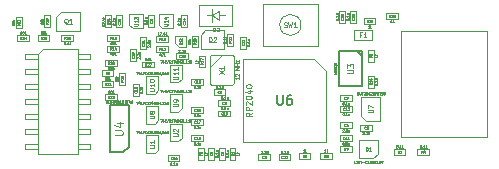
<source format=gbr>
G04 #@! TF.GenerationSoftware,KiCad,Pcbnew,(6.0.2)*
G04 #@! TF.CreationDate,2022-03-09T14:23:31+01:00*
G04 #@! TF.ProjectId,rs-probe,72732d70-726f-4626-952e-6b696361645f,rev?*
G04 #@! TF.SameCoordinates,Original*
G04 #@! TF.FileFunction,AssemblyDrawing,Top*
%FSLAX46Y46*%
G04 Gerber Fmt 4.6, Leading zero omitted, Abs format (unit mm)*
G04 Created by KiCad (PCBNEW (6.0.2)) date 2022-03-09 14:23:31*
%MOMM*%
%LPD*%
G01*
G04 APERTURE LIST*
%ADD10C,0.030000*%
%ADD11C,0.105000*%
%ADD12C,0.100000*%
%ADD13C,0.130000*%
%ADD14C,0.062500*%
%ADD15C,0.050000*%
%ADD16C,0.070000*%
%ADD17C,0.040000*%
%ADD18C,0.060000*%
%ADD19C,0.150000*%
G04 APERTURE END LIST*
D10*
X179176190Y-81240476D02*
X179061904Y-81240476D01*
X179119047Y-81240476D02*
X179119047Y-81040476D01*
X179100000Y-81069047D01*
X179080952Y-81088095D01*
X179061904Y-81097619D01*
X179261904Y-81240476D02*
X179261904Y-81040476D01*
X179280952Y-81164285D02*
X179338095Y-81240476D01*
X179338095Y-81107142D02*
X179261904Y-81183333D01*
X179071428Y-80790476D02*
X179004761Y-80695238D01*
X178957142Y-80790476D02*
X178957142Y-80590476D01*
X179033333Y-80590476D01*
X179052380Y-80600000D01*
X179061904Y-80609523D01*
X179071428Y-80628571D01*
X179071428Y-80657142D01*
X179061904Y-80676190D01*
X179052380Y-80685714D01*
X179033333Y-80695238D01*
X178957142Y-80695238D01*
X179147619Y-80609523D02*
X179157142Y-80600000D01*
X179176190Y-80590476D01*
X179223809Y-80590476D01*
X179242857Y-80600000D01*
X179252380Y-80609523D01*
X179261904Y-80628571D01*
X179261904Y-80647619D01*
X179252380Y-80676190D01*
X179138095Y-80790476D01*
X179261904Y-80790476D01*
X179357142Y-80790476D02*
X179395238Y-80790476D01*
X179414285Y-80780952D01*
X179423809Y-80771428D01*
X179442857Y-80742857D01*
X179452380Y-80704761D01*
X179452380Y-80628571D01*
X179442857Y-80609523D01*
X179433333Y-80600000D01*
X179414285Y-80590476D01*
X179376190Y-80590476D01*
X179357142Y-80600000D01*
X179347619Y-80609523D01*
X179338095Y-80628571D01*
X179338095Y-80676190D01*
X179347619Y-80695238D01*
X179357142Y-80704761D01*
X179376190Y-80714285D01*
X179414285Y-80714285D01*
X179433333Y-80704761D01*
X179442857Y-80695238D01*
X179452380Y-80676190D01*
X181076190Y-80790476D02*
X180961904Y-80790476D01*
X181019047Y-80790476D02*
X181019047Y-80590476D01*
X181000000Y-80619047D01*
X180980952Y-80638095D01*
X180961904Y-80647619D01*
X181161904Y-80790476D02*
X181161904Y-80590476D01*
X181180952Y-80714285D02*
X181238095Y-80790476D01*
X181238095Y-80657142D02*
X181161904Y-80733333D01*
X180971428Y-80340476D02*
X180904761Y-80245238D01*
X180857142Y-80340476D02*
X180857142Y-80140476D01*
X180933333Y-80140476D01*
X180952380Y-80150000D01*
X180961904Y-80159523D01*
X180971428Y-80178571D01*
X180971428Y-80207142D01*
X180961904Y-80226190D01*
X180952380Y-80235714D01*
X180933333Y-80245238D01*
X180857142Y-80245238D01*
X181047619Y-80159523D02*
X181057142Y-80150000D01*
X181076190Y-80140476D01*
X181123809Y-80140476D01*
X181142857Y-80150000D01*
X181152380Y-80159523D01*
X181161904Y-80178571D01*
X181161904Y-80197619D01*
X181152380Y-80226190D01*
X181038095Y-80340476D01*
X181161904Y-80340476D01*
X181276190Y-80226190D02*
X181257142Y-80216666D01*
X181247619Y-80207142D01*
X181238095Y-80188095D01*
X181238095Y-80178571D01*
X181247619Y-80159523D01*
X181257142Y-80150000D01*
X181276190Y-80140476D01*
X181314285Y-80140476D01*
X181333333Y-80150000D01*
X181342857Y-80159523D01*
X181352380Y-80178571D01*
X181352380Y-80188095D01*
X181342857Y-80207142D01*
X181333333Y-80216666D01*
X181314285Y-80226190D01*
X181276190Y-80226190D01*
X181257142Y-80235714D01*
X181247619Y-80245238D01*
X181238095Y-80264285D01*
X181238095Y-80302380D01*
X181247619Y-80321428D01*
X181257142Y-80330952D01*
X181276190Y-80340476D01*
X181314285Y-80340476D01*
X181333333Y-80330952D01*
X181342857Y-80321428D01*
X181352380Y-80302380D01*
X181352380Y-80264285D01*
X181342857Y-80245238D01*
X181333333Y-80235714D01*
X181314285Y-80226190D01*
X176340476Y-80542857D02*
X176340476Y-80523809D01*
X176350000Y-80504761D01*
X176359523Y-80495238D01*
X176378571Y-80485714D01*
X176416666Y-80476190D01*
X176464285Y-80476190D01*
X176502380Y-80485714D01*
X176521428Y-80495238D01*
X176530952Y-80504761D01*
X176540476Y-80523809D01*
X176540476Y-80542857D01*
X176530952Y-80561904D01*
X176521428Y-80571428D01*
X176502380Y-80580952D01*
X176464285Y-80590476D01*
X176416666Y-80590476D01*
X176378571Y-80580952D01*
X176359523Y-80571428D01*
X176350000Y-80561904D01*
X176340476Y-80542857D01*
X176521428Y-80390476D02*
X176530952Y-80380952D01*
X176540476Y-80390476D01*
X176530952Y-80400000D01*
X176521428Y-80390476D01*
X176540476Y-80390476D01*
X176540476Y-80190476D02*
X176540476Y-80304761D01*
X176540476Y-80247619D02*
X176340476Y-80247619D01*
X176369047Y-80266666D01*
X176388095Y-80285714D01*
X176397619Y-80304761D01*
X176407142Y-80019047D02*
X176540476Y-80019047D01*
X176407142Y-80104761D02*
X176511904Y-80104761D01*
X176530952Y-80095238D01*
X176540476Y-80076190D01*
X176540476Y-80047619D01*
X176530952Y-80028571D01*
X176521428Y-80019047D01*
X176971428Y-80441071D02*
X176980952Y-80450595D01*
X176990476Y-80479166D01*
X176990476Y-80498214D01*
X176980952Y-80526785D01*
X176961904Y-80545833D01*
X176942857Y-80555357D01*
X176904761Y-80564880D01*
X176876190Y-80564880D01*
X176838095Y-80555357D01*
X176819047Y-80545833D01*
X176800000Y-80526785D01*
X176790476Y-80498214D01*
X176790476Y-80479166D01*
X176800000Y-80450595D01*
X176809523Y-80441071D01*
X176809523Y-80364880D02*
X176800000Y-80355357D01*
X176790476Y-80336309D01*
X176790476Y-80288690D01*
X176800000Y-80269642D01*
X176809523Y-80260119D01*
X176828571Y-80250595D01*
X176847619Y-80250595D01*
X176876190Y-80260119D01*
X176990476Y-80374404D01*
X176990476Y-80250595D01*
X176876190Y-80136309D02*
X176866666Y-80155357D01*
X176857142Y-80164880D01*
X176838095Y-80174404D01*
X176828571Y-80174404D01*
X176809523Y-80164880D01*
X176800000Y-80155357D01*
X176790476Y-80136309D01*
X176790476Y-80098214D01*
X176800000Y-80079166D01*
X176809523Y-80069642D01*
X176828571Y-80060119D01*
X176838095Y-80060119D01*
X176857142Y-80069642D01*
X176866666Y-80079166D01*
X176876190Y-80098214D01*
X176876190Y-80136309D01*
X176885714Y-80155357D01*
X176895238Y-80164880D01*
X176914285Y-80174404D01*
X176952380Y-80174404D01*
X176971428Y-80164880D01*
X176980952Y-80155357D01*
X176990476Y-80136309D01*
X176990476Y-80098214D01*
X176980952Y-80079166D01*
X176971428Y-80069642D01*
X176952380Y-80060119D01*
X176914285Y-80060119D01*
X176895238Y-80069642D01*
X176885714Y-80079166D01*
X176876190Y-80098214D01*
X177240476Y-80542857D02*
X177240476Y-80523809D01*
X177250000Y-80504761D01*
X177259523Y-80495238D01*
X177278571Y-80485714D01*
X177316666Y-80476190D01*
X177364285Y-80476190D01*
X177402380Y-80485714D01*
X177421428Y-80495238D01*
X177430952Y-80504761D01*
X177440476Y-80523809D01*
X177440476Y-80542857D01*
X177430952Y-80561904D01*
X177421428Y-80571428D01*
X177402380Y-80580952D01*
X177364285Y-80590476D01*
X177316666Y-80590476D01*
X177278571Y-80580952D01*
X177259523Y-80571428D01*
X177250000Y-80561904D01*
X177240476Y-80542857D01*
X177421428Y-80390476D02*
X177430952Y-80380952D01*
X177440476Y-80390476D01*
X177430952Y-80400000D01*
X177421428Y-80390476D01*
X177440476Y-80390476D01*
X177440476Y-80190476D02*
X177440476Y-80304761D01*
X177440476Y-80247619D02*
X177240476Y-80247619D01*
X177269047Y-80266666D01*
X177288095Y-80285714D01*
X177297619Y-80304761D01*
X177307142Y-80019047D02*
X177440476Y-80019047D01*
X177307142Y-80104761D02*
X177411904Y-80104761D01*
X177430952Y-80095238D01*
X177440476Y-80076190D01*
X177440476Y-80047619D01*
X177430952Y-80028571D01*
X177421428Y-80019047D01*
X177871428Y-80441071D02*
X177880952Y-80450595D01*
X177890476Y-80479166D01*
X177890476Y-80498214D01*
X177880952Y-80526785D01*
X177861904Y-80545833D01*
X177842857Y-80555357D01*
X177804761Y-80564880D01*
X177776190Y-80564880D01*
X177738095Y-80555357D01*
X177719047Y-80545833D01*
X177700000Y-80526785D01*
X177690476Y-80498214D01*
X177690476Y-80479166D01*
X177700000Y-80450595D01*
X177709523Y-80441071D01*
X177709523Y-80364880D02*
X177700000Y-80355357D01*
X177690476Y-80336309D01*
X177690476Y-80288690D01*
X177700000Y-80269642D01*
X177709523Y-80260119D01*
X177728571Y-80250595D01*
X177747619Y-80250595D01*
X177776190Y-80260119D01*
X177890476Y-80374404D01*
X177890476Y-80250595D01*
X177690476Y-80183928D02*
X177690476Y-80060119D01*
X177766666Y-80126785D01*
X177766666Y-80098214D01*
X177776190Y-80079166D01*
X177785714Y-80069642D01*
X177804761Y-80060119D01*
X177852380Y-80060119D01*
X177871428Y-80069642D01*
X177880952Y-80079166D01*
X177890476Y-80098214D01*
X177890476Y-80155357D01*
X177880952Y-80174404D01*
X177871428Y-80183928D01*
X156880952Y-87590476D02*
X156880952Y-87390476D01*
X156995238Y-87590476D01*
X156995238Y-87390476D01*
X157090476Y-87390476D02*
X157090476Y-87552380D01*
X157100000Y-87571428D01*
X157109523Y-87580952D01*
X157128571Y-87590476D01*
X157166666Y-87590476D01*
X157185714Y-87580952D01*
X157195238Y-87571428D01*
X157204761Y-87552380D01*
X157204761Y-87390476D01*
X157366666Y-87485714D02*
X157300000Y-87485714D01*
X157300000Y-87590476D02*
X157300000Y-87390476D01*
X157395238Y-87390476D01*
X157500000Y-87476190D02*
X157480952Y-87466666D01*
X157471428Y-87457142D01*
X157461904Y-87438095D01*
X157461904Y-87428571D01*
X157471428Y-87409523D01*
X157480952Y-87400000D01*
X157500000Y-87390476D01*
X157538095Y-87390476D01*
X157557142Y-87400000D01*
X157566666Y-87409523D01*
X157576190Y-87428571D01*
X157576190Y-87438095D01*
X157566666Y-87457142D01*
X157557142Y-87466666D01*
X157538095Y-87476190D01*
X157500000Y-87476190D01*
X157480952Y-87485714D01*
X157471428Y-87495238D01*
X157461904Y-87514285D01*
X157461904Y-87552380D01*
X157471428Y-87571428D01*
X157480952Y-87580952D01*
X157500000Y-87590476D01*
X157538095Y-87590476D01*
X157557142Y-87580952D01*
X157566666Y-87571428D01*
X157576190Y-87552380D01*
X157576190Y-87514285D01*
X157566666Y-87495238D01*
X157557142Y-87485714D01*
X157538095Y-87476190D01*
X157747619Y-87457142D02*
X157747619Y-87590476D01*
X157700000Y-87380952D02*
X157652380Y-87523809D01*
X157776190Y-87523809D01*
X157890476Y-87390476D02*
X157909523Y-87390476D01*
X157928571Y-87400000D01*
X157938095Y-87409523D01*
X157947619Y-87428571D01*
X157957142Y-87466666D01*
X157957142Y-87514285D01*
X157947619Y-87552380D01*
X157938095Y-87571428D01*
X157928571Y-87580952D01*
X157909523Y-87590476D01*
X157890476Y-87590476D01*
X157871428Y-87580952D01*
X157861904Y-87571428D01*
X157852380Y-87552380D01*
X157842857Y-87514285D01*
X157842857Y-87466666D01*
X157852380Y-87428571D01*
X157861904Y-87409523D01*
X157871428Y-87400000D01*
X157890476Y-87390476D01*
X158147619Y-87590476D02*
X158033333Y-87590476D01*
X158090476Y-87590476D02*
X158090476Y-87390476D01*
X158071428Y-87419047D01*
X158052380Y-87438095D01*
X158033333Y-87447619D01*
X158233333Y-87590476D02*
X158233333Y-87390476D01*
X158300000Y-87533333D01*
X158366666Y-87390476D01*
X158366666Y-87590476D01*
X158461904Y-87590476D02*
X158461904Y-87390476D01*
X158576190Y-87590476D01*
X158576190Y-87390476D01*
X158642857Y-87390476D02*
X158757142Y-87390476D01*
X158700000Y-87590476D02*
X158700000Y-87390476D01*
X158909523Y-87457142D02*
X158909523Y-87590476D01*
X158861904Y-87380952D02*
X158814285Y-87523809D01*
X158938095Y-87523809D01*
X159119047Y-87400000D02*
X159100000Y-87390476D01*
X159071428Y-87390476D01*
X159042857Y-87400000D01*
X159023809Y-87419047D01*
X159014285Y-87438095D01*
X159004761Y-87476190D01*
X159004761Y-87504761D01*
X159014285Y-87542857D01*
X159023809Y-87561904D01*
X159042857Y-87580952D01*
X159071428Y-87590476D01*
X159090476Y-87590476D01*
X159119047Y-87580952D01*
X159128571Y-87571428D01*
X159128571Y-87504761D01*
X159090476Y-87504761D01*
D11*
X157616666Y-90333333D02*
X158183333Y-90333333D01*
X158250000Y-90300000D01*
X158283333Y-90266666D01*
X158316666Y-90200000D01*
X158316666Y-90066666D01*
X158283333Y-90000000D01*
X158250000Y-89966666D01*
X158183333Y-89933333D01*
X157616666Y-89933333D01*
X157850000Y-89300000D02*
X158316666Y-89300000D01*
X157583333Y-89466666D02*
X158083333Y-89633333D01*
X158083333Y-89200000D01*
D10*
X156886904Y-85440476D02*
X156848809Y-85440476D01*
X156829761Y-85450000D01*
X156820238Y-85459523D01*
X156801190Y-85488095D01*
X156791666Y-85526190D01*
X156791666Y-85602380D01*
X156801190Y-85621428D01*
X156810714Y-85630952D01*
X156829761Y-85640476D01*
X156867857Y-85640476D01*
X156886904Y-85630952D01*
X156896428Y-85621428D01*
X156905952Y-85602380D01*
X156905952Y-85554761D01*
X156896428Y-85535714D01*
X156886904Y-85526190D01*
X156867857Y-85516666D01*
X156829761Y-85516666D01*
X156810714Y-85526190D01*
X156801190Y-85535714D01*
X156791666Y-85554761D01*
X157020238Y-85526190D02*
X157001190Y-85516666D01*
X156991666Y-85507142D01*
X156982142Y-85488095D01*
X156982142Y-85478571D01*
X156991666Y-85459523D01*
X157001190Y-85450000D01*
X157020238Y-85440476D01*
X157058333Y-85440476D01*
X157077380Y-85450000D01*
X157086904Y-85459523D01*
X157096428Y-85478571D01*
X157096428Y-85488095D01*
X157086904Y-85507142D01*
X157077380Y-85516666D01*
X157058333Y-85526190D01*
X157020238Y-85526190D01*
X157001190Y-85535714D01*
X156991666Y-85545238D01*
X156982142Y-85564285D01*
X156982142Y-85602380D01*
X156991666Y-85621428D01*
X157001190Y-85630952D01*
X157020238Y-85640476D01*
X157058333Y-85640476D01*
X157077380Y-85630952D01*
X157086904Y-85621428D01*
X157096428Y-85602380D01*
X157096428Y-85564285D01*
X157086904Y-85545238D01*
X157077380Y-85535714D01*
X157058333Y-85526190D01*
X157182142Y-85640476D02*
X157182142Y-85440476D01*
X157201190Y-85564285D02*
X157258333Y-85640476D01*
X157258333Y-85507142D02*
X157182142Y-85583333D01*
X156991666Y-85190476D02*
X156925000Y-85095238D01*
X156877380Y-85190476D02*
X156877380Y-84990476D01*
X156953571Y-84990476D01*
X156972619Y-85000000D01*
X156982142Y-85009523D01*
X156991666Y-85028571D01*
X156991666Y-85057142D01*
X156982142Y-85076190D01*
X156972619Y-85085714D01*
X156953571Y-85095238D01*
X156877380Y-85095238D01*
X157086904Y-85190476D02*
X157125000Y-85190476D01*
X157144047Y-85180952D01*
X157153571Y-85171428D01*
X157172619Y-85142857D01*
X157182142Y-85104761D01*
X157182142Y-85028571D01*
X157172619Y-85009523D01*
X157163095Y-85000000D01*
X157144047Y-84990476D01*
X157105952Y-84990476D01*
X157086904Y-85000000D01*
X157077380Y-85009523D01*
X157067857Y-85028571D01*
X157067857Y-85076190D01*
X157077380Y-85095238D01*
X157086904Y-85104761D01*
X157105952Y-85114285D01*
X157144047Y-85114285D01*
X157163095Y-85104761D01*
X157172619Y-85095238D01*
X157182142Y-85076190D01*
X179840476Y-83623809D02*
X179840476Y-83738095D01*
X179840476Y-83680952D02*
X179640476Y-83680952D01*
X179669047Y-83700000D01*
X179688095Y-83719047D01*
X179697619Y-83738095D01*
X179840476Y-83538095D02*
X179640476Y-83538095D01*
X179764285Y-83519047D02*
X179840476Y-83461904D01*
X179707142Y-83461904D02*
X179783333Y-83538095D01*
X179390476Y-83633333D02*
X179295238Y-83700000D01*
X179390476Y-83747619D02*
X179190476Y-83747619D01*
X179190476Y-83671428D01*
X179200000Y-83652380D01*
X179209523Y-83642857D01*
X179228571Y-83633333D01*
X179257142Y-83633333D01*
X179276190Y-83642857D01*
X179285714Y-83652380D01*
X179295238Y-83671428D01*
X179295238Y-83747619D01*
X179209523Y-83557142D02*
X179200000Y-83547619D01*
X179190476Y-83528571D01*
X179190476Y-83480952D01*
X179200000Y-83461904D01*
X179209523Y-83452380D01*
X179228571Y-83442857D01*
X179247619Y-83442857D01*
X179276190Y-83452380D01*
X179390476Y-83566666D01*
X179390476Y-83442857D01*
D12*
X169226190Y-88447619D02*
X168988095Y-88614285D01*
X169226190Y-88733333D02*
X168726190Y-88733333D01*
X168726190Y-88542857D01*
X168750000Y-88495238D01*
X168773809Y-88471428D01*
X168821428Y-88447619D01*
X168892857Y-88447619D01*
X168940476Y-88471428D01*
X168964285Y-88495238D01*
X168988095Y-88542857D01*
X168988095Y-88733333D01*
X169226190Y-88233333D02*
X168726190Y-88233333D01*
X168726190Y-88042857D01*
X168750000Y-87995238D01*
X168773809Y-87971428D01*
X168821428Y-87947619D01*
X168892857Y-87947619D01*
X168940476Y-87971428D01*
X168964285Y-87995238D01*
X168988095Y-88042857D01*
X168988095Y-88233333D01*
X168773809Y-87757142D02*
X168750000Y-87733333D01*
X168726190Y-87685714D01*
X168726190Y-87566666D01*
X168750000Y-87519047D01*
X168773809Y-87495238D01*
X168821428Y-87471428D01*
X168869047Y-87471428D01*
X168940476Y-87495238D01*
X169226190Y-87780952D01*
X169226190Y-87471428D01*
X168726190Y-87161904D02*
X168726190Y-87114285D01*
X168750000Y-87066666D01*
X168773809Y-87042857D01*
X168821428Y-87019047D01*
X168916666Y-86995238D01*
X169035714Y-86995238D01*
X169130952Y-87019047D01*
X169178571Y-87042857D01*
X169202380Y-87066666D01*
X169226190Y-87114285D01*
X169226190Y-87161904D01*
X169202380Y-87209523D01*
X169178571Y-87233333D01*
X169130952Y-87257142D01*
X169035714Y-87280952D01*
X168916666Y-87280952D01*
X168821428Y-87257142D01*
X168773809Y-87233333D01*
X168750000Y-87209523D01*
X168726190Y-87161904D01*
X168892857Y-86566666D02*
X169226190Y-86566666D01*
X168702380Y-86685714D02*
X169059523Y-86804761D01*
X169059523Y-86495238D01*
X168726190Y-86209523D02*
X168726190Y-86161904D01*
X168750000Y-86114285D01*
X168773809Y-86090476D01*
X168821428Y-86066666D01*
X168916666Y-86042857D01*
X169035714Y-86042857D01*
X169130952Y-86066666D01*
X169178571Y-86090476D01*
X169202380Y-86114285D01*
X169226190Y-86161904D01*
X169226190Y-86209523D01*
X169202380Y-86257142D01*
X169178571Y-86280952D01*
X169130952Y-86304761D01*
X169035714Y-86328571D01*
X168916666Y-86328571D01*
X168821428Y-86304761D01*
X168773809Y-86280952D01*
X168750000Y-86257142D01*
X168726190Y-86209523D01*
D13*
X171390476Y-86961904D02*
X171390476Y-87609523D01*
X171428571Y-87685714D01*
X171466666Y-87723809D01*
X171542857Y-87761904D01*
X171695238Y-87761904D01*
X171771428Y-87723809D01*
X171809523Y-87685714D01*
X171847619Y-87609523D01*
X171847619Y-86961904D01*
X172571428Y-86961904D02*
X172419047Y-86961904D01*
X172342857Y-87000000D01*
X172304761Y-87038095D01*
X172228571Y-87152380D01*
X172190476Y-87304761D01*
X172190476Y-87609523D01*
X172228571Y-87685714D01*
X172266666Y-87723809D01*
X172342857Y-87761904D01*
X172495238Y-87761904D01*
X172571428Y-87723809D01*
X172609523Y-87685714D01*
X172647619Y-87609523D01*
X172647619Y-87419047D01*
X172609523Y-87342857D01*
X172571428Y-87304761D01*
X172495238Y-87266666D01*
X172342857Y-87266666D01*
X172266666Y-87304761D01*
X172228571Y-87342857D01*
X172190476Y-87419047D01*
D10*
X164640476Y-84123809D02*
X164640476Y-84238095D01*
X164640476Y-84180952D02*
X164440476Y-84180952D01*
X164469047Y-84200000D01*
X164488095Y-84219047D01*
X164497619Y-84238095D01*
X164640476Y-84038095D02*
X164440476Y-84038095D01*
X164564285Y-84019047D02*
X164640476Y-83961904D01*
X164507142Y-83961904D02*
X164583333Y-84038095D01*
X165090476Y-84228571D02*
X164995238Y-84295238D01*
X165090476Y-84342857D02*
X164890476Y-84342857D01*
X164890476Y-84266666D01*
X164900000Y-84247619D01*
X164909523Y-84238095D01*
X164928571Y-84228571D01*
X164957142Y-84228571D01*
X164976190Y-84238095D01*
X164985714Y-84247619D01*
X164995238Y-84266666D01*
X164995238Y-84342857D01*
X165090476Y-84038095D02*
X165090476Y-84152380D01*
X165090476Y-84095238D02*
X164890476Y-84095238D01*
X164919047Y-84114285D01*
X164938095Y-84133333D01*
X164947619Y-84152380D01*
X164890476Y-83971428D02*
X164890476Y-83838095D01*
X165090476Y-83923809D01*
X159461904Y-84990476D02*
X159595238Y-84990476D01*
X159509523Y-85190476D01*
X159757142Y-85057142D02*
X159757142Y-85190476D01*
X159709523Y-84980952D02*
X159661904Y-85123809D01*
X159785714Y-85123809D01*
X159957142Y-85190476D02*
X159861904Y-85190476D01*
X159861904Y-84990476D01*
X159995238Y-84990476D02*
X160061904Y-85190476D01*
X160128571Y-84990476D01*
X160309523Y-85171428D02*
X160300000Y-85180952D01*
X160271428Y-85190476D01*
X160252380Y-85190476D01*
X160223809Y-85180952D01*
X160204761Y-85161904D01*
X160195238Y-85142857D01*
X160185714Y-85104761D01*
X160185714Y-85076190D01*
X160195238Y-85038095D01*
X160204761Y-85019047D01*
X160223809Y-85000000D01*
X160252380Y-84990476D01*
X160271428Y-84990476D01*
X160300000Y-85000000D01*
X160309523Y-85009523D01*
X160500000Y-85190476D02*
X160385714Y-85190476D01*
X160442857Y-85190476D02*
X160442857Y-84990476D01*
X160423809Y-85019047D01*
X160404761Y-85038095D01*
X160385714Y-85047619D01*
X160557142Y-84990476D02*
X160671428Y-84990476D01*
X160614285Y-85190476D02*
X160614285Y-84990476D01*
X160823809Y-85057142D02*
X160823809Y-85190476D01*
X160776190Y-84980952D02*
X160728571Y-85123809D01*
X160852380Y-85123809D01*
X161023809Y-84990476D02*
X160928571Y-84990476D01*
X160919047Y-85085714D01*
X160928571Y-85076190D01*
X160947619Y-85066666D01*
X160995238Y-85066666D01*
X161014285Y-85076190D01*
X161023809Y-85085714D01*
X161033333Y-85104761D01*
X161033333Y-85152380D01*
X161023809Y-85171428D01*
X161014285Y-85180952D01*
X160995238Y-85190476D01*
X160947619Y-85190476D01*
X160928571Y-85180952D01*
X160919047Y-85171428D01*
X161223809Y-85000000D02*
X161204761Y-84990476D01*
X161176190Y-84990476D01*
X161147619Y-85000000D01*
X161128571Y-85019047D01*
X161119047Y-85038095D01*
X161109523Y-85076190D01*
X161109523Y-85104761D01*
X161119047Y-85142857D01*
X161128571Y-85161904D01*
X161147619Y-85180952D01*
X161176190Y-85190476D01*
X161195238Y-85190476D01*
X161223809Y-85180952D01*
X161233333Y-85171428D01*
X161233333Y-85104761D01*
X161195238Y-85104761D01*
X161319047Y-85190476D02*
X161319047Y-84990476D01*
X161385714Y-85133333D01*
X161452380Y-84990476D01*
X161452380Y-85190476D01*
X161557142Y-85180952D02*
X161557142Y-85190476D01*
X161547619Y-85209523D01*
X161538095Y-85219047D01*
X161747619Y-85190476D02*
X161633333Y-85190476D01*
X161690476Y-85190476D02*
X161690476Y-84990476D01*
X161671428Y-85019047D01*
X161652380Y-85038095D01*
X161633333Y-85047619D01*
X161938095Y-85190476D02*
X161823809Y-85190476D01*
X161880952Y-85190476D02*
X161880952Y-84990476D01*
X161861904Y-85019047D01*
X161842857Y-85038095D01*
X161823809Y-85047619D01*
X162119047Y-84990476D02*
X162023809Y-84990476D01*
X162014285Y-85085714D01*
X162023809Y-85076190D01*
X162042857Y-85066666D01*
X162090476Y-85066666D01*
X162109523Y-85076190D01*
X162119047Y-85085714D01*
X162128571Y-85104761D01*
X162128571Y-85152380D01*
X162119047Y-85171428D01*
X162109523Y-85180952D01*
X162090476Y-85190476D01*
X162042857Y-85190476D01*
X162023809Y-85180952D01*
X162014285Y-85171428D01*
D14*
X160580952Y-86595238D02*
X160904761Y-86595238D01*
X160942857Y-86576190D01*
X160961904Y-86557142D01*
X160980952Y-86519047D01*
X160980952Y-86442857D01*
X160961904Y-86404761D01*
X160942857Y-86385714D01*
X160904761Y-86366666D01*
X160580952Y-86366666D01*
X160980952Y-85966666D02*
X160980952Y-86195238D01*
X160980952Y-86080952D02*
X160580952Y-86080952D01*
X160638095Y-86119047D01*
X160676190Y-86157142D01*
X160695238Y-86195238D01*
X160580952Y-85719047D02*
X160580952Y-85680952D01*
X160600000Y-85642857D01*
X160619047Y-85623809D01*
X160657142Y-85604761D01*
X160733333Y-85585714D01*
X160828571Y-85585714D01*
X160904761Y-85604761D01*
X160942857Y-85623809D01*
X160961904Y-85642857D01*
X160980952Y-85680952D01*
X160980952Y-85719047D01*
X160961904Y-85757142D01*
X160942857Y-85776190D01*
X160904761Y-85795238D01*
X160828571Y-85814285D01*
X160733333Y-85814285D01*
X160657142Y-85795238D01*
X160619047Y-85776190D01*
X160600000Y-85757142D01*
X160580952Y-85719047D01*
D10*
X171757142Y-91640476D02*
X171776190Y-91640476D01*
X171795238Y-91650000D01*
X171804761Y-91659523D01*
X171814285Y-91678571D01*
X171823809Y-91716666D01*
X171823809Y-91764285D01*
X171814285Y-91802380D01*
X171804761Y-91821428D01*
X171795238Y-91830952D01*
X171776190Y-91840476D01*
X171757142Y-91840476D01*
X171738095Y-91830952D01*
X171728571Y-91821428D01*
X171719047Y-91802380D01*
X171709523Y-91764285D01*
X171709523Y-91716666D01*
X171719047Y-91678571D01*
X171728571Y-91659523D01*
X171738095Y-91650000D01*
X171757142Y-91640476D01*
X171909523Y-91821428D02*
X171919047Y-91830952D01*
X171909523Y-91840476D01*
X171900000Y-91830952D01*
X171909523Y-91821428D01*
X171909523Y-91840476D01*
X172109523Y-91840476D02*
X171995238Y-91840476D01*
X172052380Y-91840476D02*
X172052380Y-91640476D01*
X172033333Y-91669047D01*
X172014285Y-91688095D01*
X171995238Y-91697619D01*
X172280952Y-91707142D02*
X172280952Y-91840476D01*
X172195238Y-91707142D02*
X172195238Y-91811904D01*
X172204761Y-91830952D01*
X172223809Y-91840476D01*
X172252380Y-91840476D01*
X172271428Y-91830952D01*
X172280952Y-91821428D01*
X171858928Y-92271428D02*
X171849404Y-92280952D01*
X171820833Y-92290476D01*
X171801785Y-92290476D01*
X171773214Y-92280952D01*
X171754166Y-92261904D01*
X171744642Y-92242857D01*
X171735119Y-92204761D01*
X171735119Y-92176190D01*
X171744642Y-92138095D01*
X171754166Y-92119047D01*
X171773214Y-92100000D01*
X171801785Y-92090476D01*
X171820833Y-92090476D01*
X171849404Y-92100000D01*
X171858928Y-92109523D01*
X171935119Y-92109523D02*
X171944642Y-92100000D01*
X171963690Y-92090476D01*
X172011309Y-92090476D01*
X172030357Y-92100000D01*
X172039880Y-92109523D01*
X172049404Y-92128571D01*
X172049404Y-92147619D01*
X172039880Y-92176190D01*
X171925595Y-92290476D01*
X172049404Y-92290476D01*
X172125595Y-92109523D02*
X172135119Y-92100000D01*
X172154166Y-92090476D01*
X172201785Y-92090476D01*
X172220833Y-92100000D01*
X172230357Y-92109523D01*
X172239880Y-92128571D01*
X172239880Y-92147619D01*
X172230357Y-92176190D01*
X172116071Y-92290476D01*
X172239880Y-92290476D01*
D15*
X165978571Y-81535714D02*
X165978571Y-81235714D01*
X166050000Y-81235714D01*
X166092857Y-81250000D01*
X166121428Y-81278571D01*
X166135714Y-81307142D01*
X166150000Y-81364285D01*
X166150000Y-81407142D01*
X166135714Y-81464285D01*
X166121428Y-81492857D01*
X166092857Y-81521428D01*
X166050000Y-81535714D01*
X165978571Y-81535714D01*
X166264285Y-81264285D02*
X166278571Y-81250000D01*
X166307142Y-81235714D01*
X166378571Y-81235714D01*
X166407142Y-81250000D01*
X166421428Y-81264285D01*
X166435714Y-81292857D01*
X166435714Y-81321428D01*
X166421428Y-81364285D01*
X166250000Y-81535714D01*
X166435714Y-81535714D01*
D10*
X163009523Y-83109523D02*
X163019047Y-83100000D01*
X163038095Y-83090476D01*
X163085714Y-83090476D01*
X163104761Y-83100000D01*
X163114285Y-83109523D01*
X163123809Y-83128571D01*
X163123809Y-83147619D01*
X163114285Y-83176190D01*
X163000000Y-83290476D01*
X163123809Y-83290476D01*
X163209523Y-83271428D02*
X163219047Y-83280952D01*
X163209523Y-83290476D01*
X163200000Y-83280952D01*
X163209523Y-83271428D01*
X163209523Y-83290476D01*
X163295238Y-83109523D02*
X163304761Y-83100000D01*
X163323809Y-83090476D01*
X163371428Y-83090476D01*
X163390476Y-83100000D01*
X163400000Y-83109523D01*
X163409523Y-83128571D01*
X163409523Y-83147619D01*
X163400000Y-83176190D01*
X163285714Y-83290476D01*
X163409523Y-83290476D01*
X163580952Y-83157142D02*
X163580952Y-83290476D01*
X163495238Y-83157142D02*
X163495238Y-83261904D01*
X163504761Y-83280952D01*
X163523809Y-83290476D01*
X163552380Y-83290476D01*
X163571428Y-83280952D01*
X163580952Y-83271428D01*
X163183928Y-83721428D02*
X163174404Y-83730952D01*
X163145833Y-83740476D01*
X163126785Y-83740476D01*
X163098214Y-83730952D01*
X163079166Y-83711904D01*
X163069642Y-83692857D01*
X163060119Y-83654761D01*
X163060119Y-83626190D01*
X163069642Y-83588095D01*
X163079166Y-83569047D01*
X163098214Y-83550000D01*
X163126785Y-83540476D01*
X163145833Y-83540476D01*
X163174404Y-83550000D01*
X163183928Y-83559523D01*
X163260119Y-83559523D02*
X163269642Y-83550000D01*
X163288690Y-83540476D01*
X163336309Y-83540476D01*
X163355357Y-83550000D01*
X163364880Y-83559523D01*
X163374404Y-83578571D01*
X163374404Y-83597619D01*
X163364880Y-83626190D01*
X163250595Y-83740476D01*
X163374404Y-83740476D01*
X163555357Y-83540476D02*
X163460119Y-83540476D01*
X163450595Y-83635714D01*
X163460119Y-83626190D01*
X163479166Y-83616666D01*
X163526785Y-83616666D01*
X163545833Y-83626190D01*
X163555357Y-83635714D01*
X163564880Y-83654761D01*
X163564880Y-83702380D01*
X163555357Y-83721428D01*
X163545833Y-83730952D01*
X163526785Y-83740476D01*
X163479166Y-83740476D01*
X163460119Y-83730952D01*
X163450595Y-83721428D01*
X168840476Y-82742857D02*
X168840476Y-82723809D01*
X168850000Y-82704761D01*
X168859523Y-82695238D01*
X168878571Y-82685714D01*
X168916666Y-82676190D01*
X168964285Y-82676190D01*
X169002380Y-82685714D01*
X169021428Y-82695238D01*
X169030952Y-82704761D01*
X169040476Y-82723809D01*
X169040476Y-82742857D01*
X169030952Y-82761904D01*
X169021428Y-82771428D01*
X169002380Y-82780952D01*
X168964285Y-82790476D01*
X168916666Y-82790476D01*
X168878571Y-82780952D01*
X168859523Y-82771428D01*
X168850000Y-82761904D01*
X168840476Y-82742857D01*
X169021428Y-82590476D02*
X169030952Y-82580952D01*
X169040476Y-82590476D01*
X169030952Y-82600000D01*
X169021428Y-82590476D01*
X169040476Y-82590476D01*
X169040476Y-82390476D02*
X169040476Y-82504761D01*
X169040476Y-82447619D02*
X168840476Y-82447619D01*
X168869047Y-82466666D01*
X168888095Y-82485714D01*
X168897619Y-82504761D01*
X168907142Y-82219047D02*
X169040476Y-82219047D01*
X168907142Y-82304761D02*
X169011904Y-82304761D01*
X169030952Y-82295238D01*
X169040476Y-82276190D01*
X169040476Y-82247619D01*
X169030952Y-82228571D01*
X169021428Y-82219047D01*
X168571428Y-82616071D02*
X168580952Y-82625595D01*
X168590476Y-82654166D01*
X168590476Y-82673214D01*
X168580952Y-82701785D01*
X168561904Y-82720833D01*
X168542857Y-82730357D01*
X168504761Y-82739880D01*
X168476190Y-82739880D01*
X168438095Y-82730357D01*
X168419047Y-82720833D01*
X168400000Y-82701785D01*
X168390476Y-82673214D01*
X168390476Y-82654166D01*
X168400000Y-82625595D01*
X168409523Y-82616071D01*
X168590476Y-82425595D02*
X168590476Y-82539880D01*
X168590476Y-82482738D02*
X168390476Y-82482738D01*
X168419047Y-82501785D01*
X168438095Y-82520833D01*
X168447619Y-82539880D01*
X168390476Y-82358928D02*
X168390476Y-82235119D01*
X168466666Y-82301785D01*
X168466666Y-82273214D01*
X168476190Y-82254166D01*
X168485714Y-82244642D01*
X168504761Y-82235119D01*
X168552380Y-82235119D01*
X168571428Y-82244642D01*
X168580952Y-82254166D01*
X168590476Y-82273214D01*
X168590476Y-82330357D01*
X168580952Y-82349404D01*
X168571428Y-82358928D01*
X164357142Y-86140476D02*
X164376190Y-86140476D01*
X164395238Y-86150000D01*
X164404761Y-86159523D01*
X164414285Y-86178571D01*
X164423809Y-86216666D01*
X164423809Y-86264285D01*
X164414285Y-86302380D01*
X164404761Y-86321428D01*
X164395238Y-86330952D01*
X164376190Y-86340476D01*
X164357142Y-86340476D01*
X164338095Y-86330952D01*
X164328571Y-86321428D01*
X164319047Y-86302380D01*
X164309523Y-86264285D01*
X164309523Y-86216666D01*
X164319047Y-86178571D01*
X164328571Y-86159523D01*
X164338095Y-86150000D01*
X164357142Y-86140476D01*
X164509523Y-86321428D02*
X164519047Y-86330952D01*
X164509523Y-86340476D01*
X164500000Y-86330952D01*
X164509523Y-86321428D01*
X164509523Y-86340476D01*
X164709523Y-86340476D02*
X164595238Y-86340476D01*
X164652380Y-86340476D02*
X164652380Y-86140476D01*
X164633333Y-86169047D01*
X164614285Y-86188095D01*
X164595238Y-86197619D01*
X164880952Y-86207142D02*
X164880952Y-86340476D01*
X164795238Y-86207142D02*
X164795238Y-86311904D01*
X164804761Y-86330952D01*
X164823809Y-86340476D01*
X164852380Y-86340476D01*
X164871428Y-86330952D01*
X164880952Y-86321428D01*
X164483928Y-85871428D02*
X164474404Y-85880952D01*
X164445833Y-85890476D01*
X164426785Y-85890476D01*
X164398214Y-85880952D01*
X164379166Y-85861904D01*
X164369642Y-85842857D01*
X164360119Y-85804761D01*
X164360119Y-85776190D01*
X164369642Y-85738095D01*
X164379166Y-85719047D01*
X164398214Y-85700000D01*
X164426785Y-85690476D01*
X164445833Y-85690476D01*
X164474404Y-85700000D01*
X164483928Y-85709523D01*
X164674404Y-85890476D02*
X164560119Y-85890476D01*
X164617261Y-85890476D02*
X164617261Y-85690476D01*
X164598214Y-85719047D01*
X164579166Y-85738095D01*
X164560119Y-85747619D01*
X164788690Y-85776190D02*
X164769642Y-85766666D01*
X164760119Y-85757142D01*
X164750595Y-85738095D01*
X164750595Y-85728571D01*
X164760119Y-85709523D01*
X164769642Y-85700000D01*
X164788690Y-85690476D01*
X164826785Y-85690476D01*
X164845833Y-85700000D01*
X164855357Y-85709523D01*
X164864880Y-85728571D01*
X164864880Y-85738095D01*
X164855357Y-85757142D01*
X164845833Y-85766666D01*
X164826785Y-85776190D01*
X164788690Y-85776190D01*
X164769642Y-85785714D01*
X164760119Y-85795238D01*
X164750595Y-85814285D01*
X164750595Y-85852380D01*
X164760119Y-85871428D01*
X164769642Y-85880952D01*
X164788690Y-85890476D01*
X164826785Y-85890476D01*
X164845833Y-85880952D01*
X164855357Y-85871428D01*
X164864880Y-85852380D01*
X164864880Y-85814285D01*
X164855357Y-85795238D01*
X164845833Y-85785714D01*
X164826785Y-85776190D01*
X165440476Y-91923809D02*
X165440476Y-92038095D01*
X165440476Y-91980952D02*
X165240476Y-91980952D01*
X165269047Y-92000000D01*
X165288095Y-92019047D01*
X165297619Y-92038095D01*
X165440476Y-91838095D02*
X165240476Y-91838095D01*
X165364285Y-91819047D02*
X165440476Y-91761904D01*
X165307142Y-91761904D02*
X165383333Y-91838095D01*
X164990476Y-91933333D02*
X164895238Y-92000000D01*
X164990476Y-92047619D02*
X164790476Y-92047619D01*
X164790476Y-91971428D01*
X164800000Y-91952380D01*
X164809523Y-91942857D01*
X164828571Y-91933333D01*
X164857142Y-91933333D01*
X164876190Y-91942857D01*
X164885714Y-91952380D01*
X164895238Y-91971428D01*
X164895238Y-92047619D01*
X164876190Y-91819047D02*
X164866666Y-91838095D01*
X164857142Y-91847619D01*
X164838095Y-91857142D01*
X164828571Y-91857142D01*
X164809523Y-91847619D01*
X164800000Y-91838095D01*
X164790476Y-91819047D01*
X164790476Y-91780952D01*
X164800000Y-91761904D01*
X164809523Y-91752380D01*
X164828571Y-91742857D01*
X164838095Y-91742857D01*
X164857142Y-91752380D01*
X164866666Y-91761904D01*
X164876190Y-91780952D01*
X164876190Y-91819047D01*
X164885714Y-91838095D01*
X164895238Y-91847619D01*
X164914285Y-91857142D01*
X164952380Y-91857142D01*
X164971428Y-91847619D01*
X164980952Y-91838095D01*
X164990476Y-91819047D01*
X164990476Y-91780952D01*
X164980952Y-91761904D01*
X164971428Y-91752380D01*
X164952380Y-91742857D01*
X164914285Y-91742857D01*
X164895238Y-91752380D01*
X164885714Y-91761904D01*
X164876190Y-91780952D01*
X156886904Y-85440476D02*
X156848809Y-85440476D01*
X156829761Y-85450000D01*
X156820238Y-85459523D01*
X156801190Y-85488095D01*
X156791666Y-85526190D01*
X156791666Y-85602380D01*
X156801190Y-85621428D01*
X156810714Y-85630952D01*
X156829761Y-85640476D01*
X156867857Y-85640476D01*
X156886904Y-85630952D01*
X156896428Y-85621428D01*
X156905952Y-85602380D01*
X156905952Y-85554761D01*
X156896428Y-85535714D01*
X156886904Y-85526190D01*
X156867857Y-85516666D01*
X156829761Y-85516666D01*
X156810714Y-85526190D01*
X156801190Y-85535714D01*
X156791666Y-85554761D01*
X157020238Y-85526190D02*
X157001190Y-85516666D01*
X156991666Y-85507142D01*
X156982142Y-85488095D01*
X156982142Y-85478571D01*
X156991666Y-85459523D01*
X157001190Y-85450000D01*
X157020238Y-85440476D01*
X157058333Y-85440476D01*
X157077380Y-85450000D01*
X157086904Y-85459523D01*
X157096428Y-85478571D01*
X157096428Y-85488095D01*
X157086904Y-85507142D01*
X157077380Y-85516666D01*
X157058333Y-85526190D01*
X157020238Y-85526190D01*
X157001190Y-85535714D01*
X156991666Y-85545238D01*
X156982142Y-85564285D01*
X156982142Y-85602380D01*
X156991666Y-85621428D01*
X157001190Y-85630952D01*
X157020238Y-85640476D01*
X157058333Y-85640476D01*
X157077380Y-85630952D01*
X157086904Y-85621428D01*
X157096428Y-85602380D01*
X157096428Y-85564285D01*
X157086904Y-85545238D01*
X157077380Y-85535714D01*
X157058333Y-85526190D01*
X157182142Y-85640476D02*
X157182142Y-85440476D01*
X157201190Y-85564285D02*
X157258333Y-85640476D01*
X157258333Y-85507142D02*
X157182142Y-85583333D01*
X156896428Y-86090476D02*
X156829761Y-85995238D01*
X156782142Y-86090476D02*
X156782142Y-85890476D01*
X156858333Y-85890476D01*
X156877380Y-85900000D01*
X156886904Y-85909523D01*
X156896428Y-85928571D01*
X156896428Y-85957142D01*
X156886904Y-85976190D01*
X156877380Y-85985714D01*
X156858333Y-85995238D01*
X156782142Y-85995238D01*
X157086904Y-86090476D02*
X156972619Y-86090476D01*
X157029761Y-86090476D02*
X157029761Y-85890476D01*
X157010714Y-85919047D01*
X156991666Y-85938095D01*
X156972619Y-85947619D01*
X157277380Y-86090476D02*
X157163095Y-86090476D01*
X157220238Y-86090476D02*
X157220238Y-85890476D01*
X157201190Y-85919047D01*
X157182142Y-85938095D01*
X157163095Y-85947619D01*
X164357142Y-89540476D02*
X164376190Y-89540476D01*
X164395238Y-89550000D01*
X164404761Y-89559523D01*
X164414285Y-89578571D01*
X164423809Y-89616666D01*
X164423809Y-89664285D01*
X164414285Y-89702380D01*
X164404761Y-89721428D01*
X164395238Y-89730952D01*
X164376190Y-89740476D01*
X164357142Y-89740476D01*
X164338095Y-89730952D01*
X164328571Y-89721428D01*
X164319047Y-89702380D01*
X164309523Y-89664285D01*
X164309523Y-89616666D01*
X164319047Y-89578571D01*
X164328571Y-89559523D01*
X164338095Y-89550000D01*
X164357142Y-89540476D01*
X164509523Y-89721428D02*
X164519047Y-89730952D01*
X164509523Y-89740476D01*
X164500000Y-89730952D01*
X164509523Y-89721428D01*
X164509523Y-89740476D01*
X164709523Y-89740476D02*
X164595238Y-89740476D01*
X164652380Y-89740476D02*
X164652380Y-89540476D01*
X164633333Y-89569047D01*
X164614285Y-89588095D01*
X164595238Y-89597619D01*
X164880952Y-89607142D02*
X164880952Y-89740476D01*
X164795238Y-89607142D02*
X164795238Y-89711904D01*
X164804761Y-89730952D01*
X164823809Y-89740476D01*
X164852380Y-89740476D01*
X164871428Y-89730952D01*
X164880952Y-89721428D01*
X164483928Y-89271428D02*
X164474404Y-89280952D01*
X164445833Y-89290476D01*
X164426785Y-89290476D01*
X164398214Y-89280952D01*
X164379166Y-89261904D01*
X164369642Y-89242857D01*
X164360119Y-89204761D01*
X164360119Y-89176190D01*
X164369642Y-89138095D01*
X164379166Y-89119047D01*
X164398214Y-89100000D01*
X164426785Y-89090476D01*
X164445833Y-89090476D01*
X164474404Y-89100000D01*
X164483928Y-89109523D01*
X164674404Y-89290476D02*
X164560119Y-89290476D01*
X164617261Y-89290476D02*
X164617261Y-89090476D01*
X164598214Y-89119047D01*
X164579166Y-89138095D01*
X164560119Y-89147619D01*
X164741071Y-89090476D02*
X164874404Y-89090476D01*
X164788690Y-89290476D01*
X161388095Y-81840476D02*
X161273809Y-81840476D01*
X161330952Y-81840476D02*
X161330952Y-81640476D01*
X161311904Y-81669047D01*
X161292857Y-81688095D01*
X161273809Y-81697619D01*
X161454761Y-81640476D02*
X161588095Y-81640476D01*
X161502380Y-81840476D01*
X161664285Y-81821428D02*
X161673809Y-81830952D01*
X161664285Y-81840476D01*
X161654761Y-81830952D01*
X161664285Y-81821428D01*
X161664285Y-81840476D01*
X161845238Y-81707142D02*
X161845238Y-81840476D01*
X161797619Y-81630952D02*
X161750000Y-81773809D01*
X161873809Y-81773809D01*
X161950000Y-81840476D02*
X161950000Y-81640476D01*
X161969047Y-81764285D02*
X162026190Y-81840476D01*
X162026190Y-81707142D02*
X161950000Y-81783333D01*
X161521428Y-82290476D02*
X161454761Y-82195238D01*
X161407142Y-82290476D02*
X161407142Y-82090476D01*
X161483333Y-82090476D01*
X161502380Y-82100000D01*
X161511904Y-82109523D01*
X161521428Y-82128571D01*
X161521428Y-82157142D01*
X161511904Y-82176190D01*
X161502380Y-82185714D01*
X161483333Y-82195238D01*
X161407142Y-82195238D01*
X161711904Y-82290476D02*
X161597619Y-82290476D01*
X161654761Y-82290476D02*
X161654761Y-82090476D01*
X161635714Y-82119047D01*
X161616666Y-82138095D01*
X161597619Y-82147619D01*
X161778571Y-82090476D02*
X161902380Y-82090476D01*
X161835714Y-82166666D01*
X161864285Y-82166666D01*
X161883333Y-82176190D01*
X161892857Y-82185714D01*
X161902380Y-82204761D01*
X161902380Y-82252380D01*
X161892857Y-82271428D01*
X161883333Y-82280952D01*
X161864285Y-82290476D01*
X161807142Y-82290476D01*
X161788095Y-82280952D01*
X161778571Y-82271428D01*
X166257142Y-86140476D02*
X166276190Y-86140476D01*
X166295238Y-86150000D01*
X166304761Y-86159523D01*
X166314285Y-86178571D01*
X166323809Y-86216666D01*
X166323809Y-86264285D01*
X166314285Y-86302380D01*
X166304761Y-86321428D01*
X166295238Y-86330952D01*
X166276190Y-86340476D01*
X166257142Y-86340476D01*
X166238095Y-86330952D01*
X166228571Y-86321428D01*
X166219047Y-86302380D01*
X166209523Y-86264285D01*
X166209523Y-86216666D01*
X166219047Y-86178571D01*
X166228571Y-86159523D01*
X166238095Y-86150000D01*
X166257142Y-86140476D01*
X166409523Y-86321428D02*
X166419047Y-86330952D01*
X166409523Y-86340476D01*
X166400000Y-86330952D01*
X166409523Y-86321428D01*
X166409523Y-86340476D01*
X166609523Y-86340476D02*
X166495238Y-86340476D01*
X166552380Y-86340476D02*
X166552380Y-86140476D01*
X166533333Y-86169047D01*
X166514285Y-86188095D01*
X166495238Y-86197619D01*
X166780952Y-86207142D02*
X166780952Y-86340476D01*
X166695238Y-86207142D02*
X166695238Y-86311904D01*
X166704761Y-86330952D01*
X166723809Y-86340476D01*
X166752380Y-86340476D01*
X166771428Y-86330952D01*
X166780952Y-86321428D01*
X166454166Y-86771428D02*
X166444642Y-86780952D01*
X166416071Y-86790476D01*
X166397023Y-86790476D01*
X166368452Y-86780952D01*
X166349404Y-86761904D01*
X166339880Y-86742857D01*
X166330357Y-86704761D01*
X166330357Y-86676190D01*
X166339880Y-86638095D01*
X166349404Y-86619047D01*
X166368452Y-86600000D01*
X166397023Y-86590476D01*
X166416071Y-86590476D01*
X166444642Y-86600000D01*
X166454166Y-86609523D01*
X166644642Y-86790476D02*
X166530357Y-86790476D01*
X166587500Y-86790476D02*
X166587500Y-86590476D01*
X166568452Y-86619047D01*
X166549404Y-86638095D01*
X166530357Y-86647619D01*
X163090476Y-82647619D02*
X163252380Y-82647619D01*
X163271428Y-82638095D01*
X163280952Y-82628571D01*
X163290476Y-82609523D01*
X163290476Y-82571428D01*
X163280952Y-82552380D01*
X163271428Y-82542857D01*
X163252380Y-82533333D01*
X163090476Y-82533333D01*
X163290476Y-82333333D02*
X163290476Y-82447619D01*
X163290476Y-82390476D02*
X163090476Y-82390476D01*
X163119047Y-82409523D01*
X163138095Y-82428571D01*
X163147619Y-82447619D01*
X163109523Y-82257142D02*
X163100000Y-82247619D01*
X163090476Y-82228571D01*
X163090476Y-82180952D01*
X163100000Y-82161904D01*
X163109523Y-82152380D01*
X163128571Y-82142857D01*
X163147619Y-82142857D01*
X163176190Y-82152380D01*
X163290476Y-82266666D01*
X163290476Y-82142857D01*
D16*
X153661904Y-80919047D02*
X153623809Y-80900000D01*
X153585714Y-80861904D01*
X153528571Y-80804761D01*
X153490476Y-80785714D01*
X153452380Y-80785714D01*
X153471428Y-80880952D02*
X153433333Y-80861904D01*
X153395238Y-80823809D01*
X153376190Y-80747619D01*
X153376190Y-80614285D01*
X153395238Y-80538095D01*
X153433333Y-80500000D01*
X153471428Y-80480952D01*
X153547619Y-80480952D01*
X153585714Y-80500000D01*
X153623809Y-80538095D01*
X153642857Y-80614285D01*
X153642857Y-80747619D01*
X153623809Y-80823809D01*
X153585714Y-80861904D01*
X153547619Y-80880952D01*
X153471428Y-80880952D01*
X154023809Y-80880952D02*
X153795238Y-80880952D01*
X153909523Y-80880952D02*
X153909523Y-80480952D01*
X153871428Y-80538095D01*
X153833333Y-80576190D01*
X153795238Y-80595238D01*
D10*
X159461904Y-87490476D02*
X159595238Y-87490476D01*
X159509523Y-87690476D01*
X159757142Y-87557142D02*
X159757142Y-87690476D01*
X159709523Y-87480952D02*
X159661904Y-87623809D01*
X159785714Y-87623809D01*
X159957142Y-87690476D02*
X159861904Y-87690476D01*
X159861904Y-87490476D01*
X159995238Y-87490476D02*
X160061904Y-87690476D01*
X160128571Y-87490476D01*
X160309523Y-87671428D02*
X160300000Y-87680952D01*
X160271428Y-87690476D01*
X160252380Y-87690476D01*
X160223809Y-87680952D01*
X160204761Y-87661904D01*
X160195238Y-87642857D01*
X160185714Y-87604761D01*
X160185714Y-87576190D01*
X160195238Y-87538095D01*
X160204761Y-87519047D01*
X160223809Y-87500000D01*
X160252380Y-87490476D01*
X160271428Y-87490476D01*
X160300000Y-87500000D01*
X160309523Y-87509523D01*
X160500000Y-87690476D02*
X160385714Y-87690476D01*
X160442857Y-87690476D02*
X160442857Y-87490476D01*
X160423809Y-87519047D01*
X160404761Y-87538095D01*
X160385714Y-87547619D01*
X160557142Y-87490476D02*
X160671428Y-87490476D01*
X160614285Y-87690476D02*
X160614285Y-87490476D01*
X160823809Y-87557142D02*
X160823809Y-87690476D01*
X160776190Y-87480952D02*
X160728571Y-87623809D01*
X160852380Y-87623809D01*
X161023809Y-87490476D02*
X160928571Y-87490476D01*
X160919047Y-87585714D01*
X160928571Y-87576190D01*
X160947619Y-87566666D01*
X160995238Y-87566666D01*
X161014285Y-87576190D01*
X161023809Y-87585714D01*
X161033333Y-87604761D01*
X161033333Y-87652380D01*
X161023809Y-87671428D01*
X161014285Y-87680952D01*
X160995238Y-87690476D01*
X160947619Y-87690476D01*
X160928571Y-87680952D01*
X160919047Y-87671428D01*
X161223809Y-87500000D02*
X161204761Y-87490476D01*
X161176190Y-87490476D01*
X161147619Y-87500000D01*
X161128571Y-87519047D01*
X161119047Y-87538095D01*
X161109523Y-87576190D01*
X161109523Y-87604761D01*
X161119047Y-87642857D01*
X161128571Y-87661904D01*
X161147619Y-87680952D01*
X161176190Y-87690476D01*
X161195238Y-87690476D01*
X161223809Y-87680952D01*
X161233333Y-87671428D01*
X161233333Y-87604761D01*
X161195238Y-87604761D01*
X161319047Y-87690476D02*
X161319047Y-87490476D01*
X161385714Y-87633333D01*
X161452380Y-87490476D01*
X161452380Y-87690476D01*
X161557142Y-87680952D02*
X161557142Y-87690476D01*
X161547619Y-87709523D01*
X161538095Y-87719047D01*
X161747619Y-87690476D02*
X161633333Y-87690476D01*
X161690476Y-87690476D02*
X161690476Y-87490476D01*
X161671428Y-87519047D01*
X161652380Y-87538095D01*
X161633333Y-87547619D01*
X161938095Y-87690476D02*
X161823809Y-87690476D01*
X161880952Y-87690476D02*
X161880952Y-87490476D01*
X161861904Y-87519047D01*
X161842857Y-87538095D01*
X161823809Y-87547619D01*
X162119047Y-87490476D02*
X162023809Y-87490476D01*
X162014285Y-87585714D01*
X162023809Y-87576190D01*
X162042857Y-87566666D01*
X162090476Y-87566666D01*
X162109523Y-87576190D01*
X162119047Y-87585714D01*
X162128571Y-87604761D01*
X162128571Y-87652380D01*
X162119047Y-87671428D01*
X162109523Y-87680952D01*
X162090476Y-87690476D01*
X162042857Y-87690476D01*
X162023809Y-87680952D01*
X162014285Y-87671428D01*
D14*
X160580952Y-88904761D02*
X160904761Y-88904761D01*
X160942857Y-88885714D01*
X160961904Y-88866666D01*
X160980952Y-88828571D01*
X160980952Y-88752380D01*
X160961904Y-88714285D01*
X160942857Y-88695238D01*
X160904761Y-88676190D01*
X160580952Y-88676190D01*
X160752380Y-88428571D02*
X160733333Y-88466666D01*
X160714285Y-88485714D01*
X160676190Y-88504761D01*
X160657142Y-88504761D01*
X160619047Y-88485714D01*
X160600000Y-88466666D01*
X160580952Y-88428571D01*
X160580952Y-88352380D01*
X160600000Y-88314285D01*
X160619047Y-88295238D01*
X160657142Y-88276190D01*
X160676190Y-88276190D01*
X160714285Y-88295238D01*
X160733333Y-88314285D01*
X160752380Y-88352380D01*
X160752380Y-88428571D01*
X160771428Y-88466666D01*
X160790476Y-88485714D01*
X160828571Y-88504761D01*
X160904761Y-88504761D01*
X160942857Y-88485714D01*
X160961904Y-88466666D01*
X160980952Y-88428571D01*
X160980952Y-88352380D01*
X160961904Y-88314285D01*
X160942857Y-88295238D01*
X160904761Y-88276190D01*
X160828571Y-88276190D01*
X160790476Y-88295238D01*
X160771428Y-88314285D01*
X160752380Y-88352380D01*
D10*
X170009523Y-91659523D02*
X170019047Y-91650000D01*
X170038095Y-91640476D01*
X170085714Y-91640476D01*
X170104761Y-91650000D01*
X170114285Y-91659523D01*
X170123809Y-91678571D01*
X170123809Y-91697619D01*
X170114285Y-91726190D01*
X170000000Y-91840476D01*
X170123809Y-91840476D01*
X170209523Y-91821428D02*
X170219047Y-91830952D01*
X170209523Y-91840476D01*
X170200000Y-91830952D01*
X170209523Y-91821428D01*
X170209523Y-91840476D01*
X170295238Y-91659523D02*
X170304761Y-91650000D01*
X170323809Y-91640476D01*
X170371428Y-91640476D01*
X170390476Y-91650000D01*
X170400000Y-91659523D01*
X170409523Y-91678571D01*
X170409523Y-91697619D01*
X170400000Y-91726190D01*
X170285714Y-91840476D01*
X170409523Y-91840476D01*
X170580952Y-91707142D02*
X170580952Y-91840476D01*
X170495238Y-91707142D02*
X170495238Y-91811904D01*
X170504761Y-91830952D01*
X170523809Y-91840476D01*
X170552380Y-91840476D01*
X170571428Y-91830952D01*
X170580952Y-91821428D01*
X170254166Y-92271428D02*
X170244642Y-92280952D01*
X170216071Y-92290476D01*
X170197023Y-92290476D01*
X170168452Y-92280952D01*
X170149404Y-92261904D01*
X170139880Y-92242857D01*
X170130357Y-92204761D01*
X170130357Y-92176190D01*
X170139880Y-92138095D01*
X170149404Y-92119047D01*
X170168452Y-92100000D01*
X170197023Y-92090476D01*
X170216071Y-92090476D01*
X170244642Y-92100000D01*
X170254166Y-92109523D01*
X170320833Y-92090476D02*
X170444642Y-92090476D01*
X170377976Y-92166666D01*
X170406547Y-92166666D01*
X170425595Y-92176190D01*
X170435119Y-92185714D01*
X170444642Y-92204761D01*
X170444642Y-92252380D01*
X170435119Y-92271428D01*
X170425595Y-92280952D01*
X170406547Y-92290476D01*
X170349404Y-92290476D01*
X170330357Y-92280952D01*
X170320833Y-92271428D01*
X157361904Y-82440476D02*
X157323809Y-82440476D01*
X157304761Y-82450000D01*
X157295238Y-82459523D01*
X157276190Y-82488095D01*
X157266666Y-82526190D01*
X157266666Y-82602380D01*
X157276190Y-82621428D01*
X157285714Y-82630952D01*
X157304761Y-82640476D01*
X157342857Y-82640476D01*
X157361904Y-82630952D01*
X157371428Y-82621428D01*
X157380952Y-82602380D01*
X157380952Y-82554761D01*
X157371428Y-82535714D01*
X157361904Y-82526190D01*
X157342857Y-82516666D01*
X157304761Y-82516666D01*
X157285714Y-82526190D01*
X157276190Y-82535714D01*
X157266666Y-82554761D01*
X157495238Y-82526190D02*
X157476190Y-82516666D01*
X157466666Y-82507142D01*
X157457142Y-82488095D01*
X157457142Y-82478571D01*
X157466666Y-82459523D01*
X157476190Y-82450000D01*
X157495238Y-82440476D01*
X157533333Y-82440476D01*
X157552380Y-82450000D01*
X157561904Y-82459523D01*
X157571428Y-82478571D01*
X157571428Y-82488095D01*
X157561904Y-82507142D01*
X157552380Y-82516666D01*
X157533333Y-82526190D01*
X157495238Y-82526190D01*
X157476190Y-82535714D01*
X157466666Y-82545238D01*
X157457142Y-82564285D01*
X157457142Y-82602380D01*
X157466666Y-82621428D01*
X157476190Y-82630952D01*
X157495238Y-82640476D01*
X157533333Y-82640476D01*
X157552380Y-82630952D01*
X157561904Y-82621428D01*
X157571428Y-82602380D01*
X157571428Y-82564285D01*
X157561904Y-82545238D01*
X157552380Y-82535714D01*
X157533333Y-82526190D01*
X157657142Y-82640476D02*
X157657142Y-82440476D01*
X157676190Y-82564285D02*
X157733333Y-82640476D01*
X157733333Y-82507142D02*
X157657142Y-82583333D01*
X157371428Y-82190476D02*
X157304761Y-82095238D01*
X157257142Y-82190476D02*
X157257142Y-81990476D01*
X157333333Y-81990476D01*
X157352380Y-82000000D01*
X157361904Y-82009523D01*
X157371428Y-82028571D01*
X157371428Y-82057142D01*
X157361904Y-82076190D01*
X157352380Y-82085714D01*
X157333333Y-82095238D01*
X157257142Y-82095238D01*
X157561904Y-82190476D02*
X157447619Y-82190476D01*
X157504761Y-82190476D02*
X157504761Y-81990476D01*
X157485714Y-82019047D01*
X157466666Y-82038095D01*
X157447619Y-82047619D01*
X157733333Y-81990476D02*
X157695238Y-81990476D01*
X157676190Y-82000000D01*
X157666666Y-82009523D01*
X157647619Y-82038095D01*
X157638095Y-82076190D01*
X157638095Y-82152380D01*
X157647619Y-82171428D01*
X157657142Y-82180952D01*
X157676190Y-82190476D01*
X157714285Y-82190476D01*
X157733333Y-82180952D01*
X157742857Y-82171428D01*
X157752380Y-82152380D01*
X157752380Y-82104761D01*
X157742857Y-82085714D01*
X157733333Y-82076190D01*
X157714285Y-82066666D01*
X157676190Y-82066666D01*
X157657142Y-82076190D01*
X157647619Y-82085714D01*
X157638095Y-82104761D01*
X163840476Y-82538095D02*
X163840476Y-82576190D01*
X163850000Y-82595238D01*
X163859523Y-82604761D01*
X163888095Y-82623809D01*
X163926190Y-82633333D01*
X164002380Y-82633333D01*
X164021428Y-82623809D01*
X164030952Y-82614285D01*
X164040476Y-82595238D01*
X164040476Y-82557142D01*
X164030952Y-82538095D01*
X164021428Y-82528571D01*
X164002380Y-82519047D01*
X163954761Y-82519047D01*
X163935714Y-82528571D01*
X163926190Y-82538095D01*
X163916666Y-82557142D01*
X163916666Y-82595238D01*
X163926190Y-82614285D01*
X163935714Y-82623809D01*
X163954761Y-82633333D01*
X163926190Y-82404761D02*
X163916666Y-82423809D01*
X163907142Y-82433333D01*
X163888095Y-82442857D01*
X163878571Y-82442857D01*
X163859523Y-82433333D01*
X163850000Y-82423809D01*
X163840476Y-82404761D01*
X163840476Y-82366666D01*
X163850000Y-82347619D01*
X163859523Y-82338095D01*
X163878571Y-82328571D01*
X163888095Y-82328571D01*
X163907142Y-82338095D01*
X163916666Y-82347619D01*
X163926190Y-82366666D01*
X163926190Y-82404761D01*
X163935714Y-82423809D01*
X163945238Y-82433333D01*
X163964285Y-82442857D01*
X164002380Y-82442857D01*
X164021428Y-82433333D01*
X164030952Y-82423809D01*
X164040476Y-82404761D01*
X164040476Y-82366666D01*
X164030952Y-82347619D01*
X164021428Y-82338095D01*
X164002380Y-82328571D01*
X163964285Y-82328571D01*
X163945238Y-82338095D01*
X163935714Y-82347619D01*
X163926190Y-82366666D01*
X164040476Y-82242857D02*
X163840476Y-82242857D01*
X163964285Y-82223809D02*
X164040476Y-82166666D01*
X163907142Y-82166666D02*
X163983333Y-82242857D01*
X164490476Y-82528571D02*
X164395238Y-82595238D01*
X164490476Y-82642857D02*
X164290476Y-82642857D01*
X164290476Y-82566666D01*
X164300000Y-82547619D01*
X164309523Y-82538095D01*
X164328571Y-82528571D01*
X164357142Y-82528571D01*
X164376190Y-82538095D01*
X164385714Y-82547619D01*
X164395238Y-82566666D01*
X164395238Y-82642857D01*
X164490476Y-82338095D02*
X164490476Y-82452380D01*
X164490476Y-82395238D02*
X164290476Y-82395238D01*
X164319047Y-82414285D01*
X164338095Y-82433333D01*
X164347619Y-82452380D01*
X164290476Y-82214285D02*
X164290476Y-82195238D01*
X164300000Y-82176190D01*
X164309523Y-82166666D01*
X164328571Y-82157142D01*
X164366666Y-82147619D01*
X164414285Y-82147619D01*
X164452380Y-82157142D01*
X164471428Y-82166666D01*
X164480952Y-82176190D01*
X164490476Y-82195238D01*
X164490476Y-82214285D01*
X164480952Y-82233333D01*
X164471428Y-82242857D01*
X164452380Y-82252380D01*
X164414285Y-82261904D01*
X164366666Y-82261904D01*
X164328571Y-82252380D01*
X164309523Y-82242857D01*
X164300000Y-82233333D01*
X164290476Y-82214285D01*
X157459523Y-80990476D02*
X157450000Y-80980952D01*
X157440476Y-80961904D01*
X157440476Y-80914285D01*
X157450000Y-80895238D01*
X157459523Y-80885714D01*
X157478571Y-80876190D01*
X157497619Y-80876190D01*
X157526190Y-80885714D01*
X157640476Y-81000000D01*
X157640476Y-80876190D01*
X157621428Y-80790476D02*
X157630952Y-80780952D01*
X157640476Y-80790476D01*
X157630952Y-80800000D01*
X157621428Y-80790476D01*
X157640476Y-80790476D01*
X157459523Y-80704761D02*
X157450000Y-80695238D01*
X157440476Y-80676190D01*
X157440476Y-80628571D01*
X157450000Y-80609523D01*
X157459523Y-80600000D01*
X157478571Y-80590476D01*
X157497619Y-80590476D01*
X157526190Y-80600000D01*
X157640476Y-80714285D01*
X157640476Y-80590476D01*
X157507142Y-80419047D02*
X157640476Y-80419047D01*
X157507142Y-80504761D02*
X157611904Y-80504761D01*
X157630952Y-80495238D01*
X157640476Y-80476190D01*
X157640476Y-80447619D01*
X157630952Y-80428571D01*
X157621428Y-80419047D01*
X158071428Y-80841071D02*
X158080952Y-80850595D01*
X158090476Y-80879166D01*
X158090476Y-80898214D01*
X158080952Y-80926785D01*
X158061904Y-80945833D01*
X158042857Y-80955357D01*
X158004761Y-80964880D01*
X157976190Y-80964880D01*
X157938095Y-80955357D01*
X157919047Y-80945833D01*
X157900000Y-80926785D01*
X157890476Y-80898214D01*
X157890476Y-80879166D01*
X157900000Y-80850595D01*
X157909523Y-80841071D01*
X157909523Y-80764880D02*
X157900000Y-80755357D01*
X157890476Y-80736309D01*
X157890476Y-80688690D01*
X157900000Y-80669642D01*
X157909523Y-80660119D01*
X157928571Y-80650595D01*
X157947619Y-80650595D01*
X157976190Y-80660119D01*
X158090476Y-80774404D01*
X158090476Y-80650595D01*
X157890476Y-80479166D02*
X157890476Y-80517261D01*
X157900000Y-80536309D01*
X157909523Y-80545833D01*
X157938095Y-80564880D01*
X157976190Y-80574404D01*
X158052380Y-80574404D01*
X158071428Y-80564880D01*
X158080952Y-80555357D01*
X158090476Y-80536309D01*
X158090476Y-80498214D01*
X158080952Y-80479166D01*
X158071428Y-80469642D01*
X158052380Y-80460119D01*
X158004761Y-80460119D01*
X157985714Y-80469642D01*
X157976190Y-80479166D01*
X157966666Y-80498214D01*
X157966666Y-80536309D01*
X157976190Y-80555357D01*
X157985714Y-80564880D01*
X158004761Y-80574404D01*
X162959523Y-80990476D02*
X162950000Y-80980952D01*
X162940476Y-80961904D01*
X162940476Y-80914285D01*
X162950000Y-80895238D01*
X162959523Y-80885714D01*
X162978571Y-80876190D01*
X162997619Y-80876190D01*
X163026190Y-80885714D01*
X163140476Y-81000000D01*
X163140476Y-80876190D01*
X163121428Y-80790476D02*
X163130952Y-80780952D01*
X163140476Y-80790476D01*
X163130952Y-80800000D01*
X163121428Y-80790476D01*
X163140476Y-80790476D01*
X162959523Y-80704761D02*
X162950000Y-80695238D01*
X162940476Y-80676190D01*
X162940476Y-80628571D01*
X162950000Y-80609523D01*
X162959523Y-80600000D01*
X162978571Y-80590476D01*
X162997619Y-80590476D01*
X163026190Y-80600000D01*
X163140476Y-80714285D01*
X163140476Y-80590476D01*
X163007142Y-80419047D02*
X163140476Y-80419047D01*
X163007142Y-80504761D02*
X163111904Y-80504761D01*
X163130952Y-80495238D01*
X163140476Y-80476190D01*
X163140476Y-80447619D01*
X163130952Y-80428571D01*
X163121428Y-80419047D01*
X163571428Y-80841071D02*
X163580952Y-80850595D01*
X163590476Y-80879166D01*
X163590476Y-80898214D01*
X163580952Y-80926785D01*
X163561904Y-80945833D01*
X163542857Y-80955357D01*
X163504761Y-80964880D01*
X163476190Y-80964880D01*
X163438095Y-80955357D01*
X163419047Y-80945833D01*
X163400000Y-80926785D01*
X163390476Y-80898214D01*
X163390476Y-80879166D01*
X163400000Y-80850595D01*
X163409523Y-80841071D01*
X163409523Y-80764880D02*
X163400000Y-80755357D01*
X163390476Y-80736309D01*
X163390476Y-80688690D01*
X163400000Y-80669642D01*
X163409523Y-80660119D01*
X163428571Y-80650595D01*
X163447619Y-80650595D01*
X163476190Y-80660119D01*
X163590476Y-80774404D01*
X163590476Y-80650595D01*
X163457142Y-80479166D02*
X163590476Y-80479166D01*
X163380952Y-80526785D02*
X163523809Y-80574404D01*
X163523809Y-80450595D01*
X166840476Y-82426190D02*
X166840476Y-82521428D01*
X166935714Y-82530952D01*
X166926190Y-82521428D01*
X166916666Y-82502380D01*
X166916666Y-82454761D01*
X166926190Y-82435714D01*
X166935714Y-82426190D01*
X166954761Y-82416666D01*
X167002380Y-82416666D01*
X167021428Y-82426190D01*
X167030952Y-82435714D01*
X167040476Y-82454761D01*
X167040476Y-82502380D01*
X167030952Y-82521428D01*
X167021428Y-82530952D01*
X167021428Y-82330952D02*
X167030952Y-82321428D01*
X167040476Y-82330952D01*
X167030952Y-82340476D01*
X167021428Y-82330952D01*
X167040476Y-82330952D01*
X167040476Y-82130952D02*
X167040476Y-82245238D01*
X167040476Y-82188095D02*
X166840476Y-82188095D01*
X166869047Y-82207142D01*
X166888095Y-82226190D01*
X166897619Y-82245238D01*
X167040476Y-82045238D02*
X166840476Y-82045238D01*
X166964285Y-82026190D02*
X167040476Y-81969047D01*
X166907142Y-81969047D02*
X166983333Y-82045238D01*
X167490476Y-82378571D02*
X167395238Y-82445238D01*
X167490476Y-82492857D02*
X167290476Y-82492857D01*
X167290476Y-82416666D01*
X167300000Y-82397619D01*
X167309523Y-82388095D01*
X167328571Y-82378571D01*
X167357142Y-82378571D01*
X167376190Y-82388095D01*
X167385714Y-82397619D01*
X167395238Y-82416666D01*
X167395238Y-82492857D01*
X167309523Y-82302380D02*
X167300000Y-82292857D01*
X167290476Y-82273809D01*
X167290476Y-82226190D01*
X167300000Y-82207142D01*
X167309523Y-82197619D01*
X167328571Y-82188095D01*
X167347619Y-82188095D01*
X167376190Y-82197619D01*
X167490476Y-82311904D01*
X167490476Y-82188095D01*
X167490476Y-81997619D02*
X167490476Y-82111904D01*
X167490476Y-82054761D02*
X167290476Y-82054761D01*
X167319047Y-82073809D01*
X167338095Y-82092857D01*
X167347619Y-82111904D01*
X162357142Y-92640476D02*
X162376190Y-92640476D01*
X162395238Y-92650000D01*
X162404761Y-92659523D01*
X162414285Y-92678571D01*
X162423809Y-92716666D01*
X162423809Y-92764285D01*
X162414285Y-92802380D01*
X162404761Y-92821428D01*
X162395238Y-92830952D01*
X162376190Y-92840476D01*
X162357142Y-92840476D01*
X162338095Y-92830952D01*
X162328571Y-92821428D01*
X162319047Y-92802380D01*
X162309523Y-92764285D01*
X162309523Y-92716666D01*
X162319047Y-92678571D01*
X162328571Y-92659523D01*
X162338095Y-92650000D01*
X162357142Y-92640476D01*
X162509523Y-92821428D02*
X162519047Y-92830952D01*
X162509523Y-92840476D01*
X162500000Y-92830952D01*
X162509523Y-92821428D01*
X162509523Y-92840476D01*
X162709523Y-92840476D02*
X162595238Y-92840476D01*
X162652380Y-92840476D02*
X162652380Y-92640476D01*
X162633333Y-92669047D01*
X162614285Y-92688095D01*
X162595238Y-92697619D01*
X162880952Y-92707142D02*
X162880952Y-92840476D01*
X162795238Y-92707142D02*
X162795238Y-92811904D01*
X162804761Y-92830952D01*
X162823809Y-92840476D01*
X162852380Y-92840476D01*
X162871428Y-92830952D01*
X162880952Y-92821428D01*
X162483928Y-92371428D02*
X162474404Y-92380952D01*
X162445833Y-92390476D01*
X162426785Y-92390476D01*
X162398214Y-92380952D01*
X162379166Y-92361904D01*
X162369642Y-92342857D01*
X162360119Y-92304761D01*
X162360119Y-92276190D01*
X162369642Y-92238095D01*
X162379166Y-92219047D01*
X162398214Y-92200000D01*
X162426785Y-92190476D01*
X162445833Y-92190476D01*
X162474404Y-92200000D01*
X162483928Y-92209523D01*
X162674404Y-92390476D02*
X162560119Y-92390476D01*
X162617261Y-92390476D02*
X162617261Y-92190476D01*
X162598214Y-92219047D01*
X162579166Y-92238095D01*
X162560119Y-92247619D01*
X162845833Y-92190476D02*
X162807738Y-92190476D01*
X162788690Y-92200000D01*
X162779166Y-92209523D01*
X162760119Y-92238095D01*
X162750595Y-92276190D01*
X162750595Y-92352380D01*
X162760119Y-92371428D01*
X162769642Y-92380952D01*
X162788690Y-92390476D01*
X162826785Y-92390476D01*
X162845833Y-92380952D01*
X162855357Y-92371428D01*
X162864880Y-92352380D01*
X162864880Y-92304761D01*
X162855357Y-92285714D01*
X162845833Y-92276190D01*
X162826785Y-92266666D01*
X162788690Y-92266666D01*
X162769642Y-92276190D01*
X162760119Y-92285714D01*
X162750595Y-92304761D01*
X178609523Y-90059523D02*
X178619047Y-90050000D01*
X178638095Y-90040476D01*
X178685714Y-90040476D01*
X178704761Y-90050000D01*
X178714285Y-90059523D01*
X178723809Y-90078571D01*
X178723809Y-90097619D01*
X178714285Y-90126190D01*
X178600000Y-90240476D01*
X178723809Y-90240476D01*
X178809523Y-90221428D02*
X178819047Y-90230952D01*
X178809523Y-90240476D01*
X178800000Y-90230952D01*
X178809523Y-90221428D01*
X178809523Y-90240476D01*
X178895238Y-90059523D02*
X178904761Y-90050000D01*
X178923809Y-90040476D01*
X178971428Y-90040476D01*
X178990476Y-90050000D01*
X179000000Y-90059523D01*
X179009523Y-90078571D01*
X179009523Y-90097619D01*
X179000000Y-90126190D01*
X178885714Y-90240476D01*
X179009523Y-90240476D01*
X179180952Y-90107142D02*
X179180952Y-90240476D01*
X179095238Y-90107142D02*
X179095238Y-90211904D01*
X179104761Y-90230952D01*
X179123809Y-90240476D01*
X179152380Y-90240476D01*
X179171428Y-90230952D01*
X179180952Y-90221428D01*
X178879166Y-89771428D02*
X178869642Y-89780952D01*
X178841071Y-89790476D01*
X178822023Y-89790476D01*
X178793452Y-89780952D01*
X178774404Y-89761904D01*
X178764880Y-89742857D01*
X178755357Y-89704761D01*
X178755357Y-89676190D01*
X178764880Y-89638095D01*
X178774404Y-89619047D01*
X178793452Y-89600000D01*
X178822023Y-89590476D01*
X178841071Y-89590476D01*
X178869642Y-89600000D01*
X178879166Y-89609523D01*
X179050595Y-89590476D02*
X179012500Y-89590476D01*
X178993452Y-89600000D01*
X178983928Y-89609523D01*
X178964880Y-89638095D01*
X178955357Y-89676190D01*
X178955357Y-89752380D01*
X178964880Y-89771428D01*
X178974404Y-89780952D01*
X178993452Y-89790476D01*
X179031547Y-89790476D01*
X179050595Y-89780952D01*
X179060119Y-89771428D01*
X179069642Y-89752380D01*
X179069642Y-89704761D01*
X179060119Y-89685714D01*
X179050595Y-89676190D01*
X179031547Y-89666666D01*
X178993452Y-89666666D01*
X178974404Y-89676190D01*
X178964880Y-89685714D01*
X178955357Y-89704761D01*
D17*
X161800714Y-81071428D02*
X162043571Y-81071428D01*
X162072142Y-81057142D01*
X162086428Y-81042857D01*
X162100714Y-81014285D01*
X162100714Y-80957142D01*
X162086428Y-80928571D01*
X162072142Y-80914285D01*
X162043571Y-80900000D01*
X161800714Y-80900000D01*
X162100714Y-80600000D02*
X162100714Y-80771428D01*
X162100714Y-80685714D02*
X161800714Y-80685714D01*
X161843571Y-80714285D01*
X161872142Y-80742857D01*
X161886428Y-80771428D01*
X161900714Y-80342857D02*
X162100714Y-80342857D01*
X161786428Y-80414285D02*
X162000714Y-80485714D01*
X162000714Y-80300000D01*
D10*
X160159523Y-80940476D02*
X160150000Y-80930952D01*
X160140476Y-80911904D01*
X160140476Y-80864285D01*
X160150000Y-80845238D01*
X160159523Y-80835714D01*
X160178571Y-80826190D01*
X160197619Y-80826190D01*
X160226190Y-80835714D01*
X160340476Y-80950000D01*
X160340476Y-80826190D01*
X160321428Y-80740476D02*
X160330952Y-80730952D01*
X160340476Y-80740476D01*
X160330952Y-80750000D01*
X160321428Y-80740476D01*
X160340476Y-80740476D01*
X160159523Y-80654761D02*
X160150000Y-80645238D01*
X160140476Y-80626190D01*
X160140476Y-80578571D01*
X160150000Y-80559523D01*
X160159523Y-80550000D01*
X160178571Y-80540476D01*
X160197619Y-80540476D01*
X160226190Y-80550000D01*
X160340476Y-80664285D01*
X160340476Y-80540476D01*
X160207142Y-80369047D02*
X160340476Y-80369047D01*
X160207142Y-80454761D02*
X160311904Y-80454761D01*
X160330952Y-80445238D01*
X160340476Y-80426190D01*
X160340476Y-80397619D01*
X160330952Y-80378571D01*
X160321428Y-80369047D01*
X160771428Y-80695833D02*
X160780952Y-80705357D01*
X160790476Y-80733928D01*
X160790476Y-80752976D01*
X160780952Y-80781547D01*
X160761904Y-80800595D01*
X160742857Y-80810119D01*
X160704761Y-80819642D01*
X160676190Y-80819642D01*
X160638095Y-80810119D01*
X160619047Y-80800595D01*
X160600000Y-80781547D01*
X160590476Y-80752976D01*
X160590476Y-80733928D01*
X160600000Y-80705357D01*
X160609523Y-80695833D01*
X160609523Y-80619642D02*
X160600000Y-80610119D01*
X160590476Y-80591071D01*
X160590476Y-80543452D01*
X160600000Y-80524404D01*
X160609523Y-80514880D01*
X160628571Y-80505357D01*
X160647619Y-80505357D01*
X160676190Y-80514880D01*
X160790476Y-80629166D01*
X160790476Y-80505357D01*
X159559523Y-83840476D02*
X159550000Y-83830952D01*
X159540476Y-83811904D01*
X159540476Y-83764285D01*
X159550000Y-83745238D01*
X159559523Y-83735714D01*
X159578571Y-83726190D01*
X159597619Y-83726190D01*
X159626190Y-83735714D01*
X159740476Y-83850000D01*
X159740476Y-83726190D01*
X159721428Y-83640476D02*
X159730952Y-83630952D01*
X159740476Y-83640476D01*
X159730952Y-83650000D01*
X159721428Y-83640476D01*
X159740476Y-83640476D01*
X159559523Y-83554761D02*
X159550000Y-83545238D01*
X159540476Y-83526190D01*
X159540476Y-83478571D01*
X159550000Y-83459523D01*
X159559523Y-83450000D01*
X159578571Y-83440476D01*
X159597619Y-83440476D01*
X159626190Y-83450000D01*
X159740476Y-83564285D01*
X159740476Y-83440476D01*
X159607142Y-83269047D02*
X159740476Y-83269047D01*
X159607142Y-83354761D02*
X159711904Y-83354761D01*
X159730952Y-83345238D01*
X159740476Y-83326190D01*
X159740476Y-83297619D01*
X159730952Y-83278571D01*
X159721428Y-83269047D01*
X159271428Y-83666071D02*
X159280952Y-83675595D01*
X159290476Y-83704166D01*
X159290476Y-83723214D01*
X159280952Y-83751785D01*
X159261904Y-83770833D01*
X159242857Y-83780357D01*
X159204761Y-83789880D01*
X159176190Y-83789880D01*
X159138095Y-83780357D01*
X159119047Y-83770833D01*
X159100000Y-83751785D01*
X159090476Y-83723214D01*
X159090476Y-83704166D01*
X159100000Y-83675595D01*
X159109523Y-83666071D01*
X159109523Y-83589880D02*
X159100000Y-83580357D01*
X159090476Y-83561309D01*
X159090476Y-83513690D01*
X159100000Y-83494642D01*
X159109523Y-83485119D01*
X159128571Y-83475595D01*
X159147619Y-83475595D01*
X159176190Y-83485119D01*
X159290476Y-83599404D01*
X159290476Y-83475595D01*
X159090476Y-83408928D02*
X159090476Y-83275595D01*
X159290476Y-83361309D01*
X183573809Y-91190476D02*
X183478571Y-91190476D01*
X183469047Y-91285714D01*
X183478571Y-91276190D01*
X183497619Y-91266666D01*
X183545238Y-91266666D01*
X183564285Y-91276190D01*
X183573809Y-91285714D01*
X183583333Y-91304761D01*
X183583333Y-91352380D01*
X183573809Y-91371428D01*
X183564285Y-91380952D01*
X183545238Y-91390476D01*
X183497619Y-91390476D01*
X183478571Y-91380952D01*
X183469047Y-91371428D01*
X183669047Y-91371428D02*
X183678571Y-91380952D01*
X183669047Y-91390476D01*
X183659523Y-91380952D01*
X183669047Y-91371428D01*
X183669047Y-91390476D01*
X183869047Y-91390476D02*
X183754761Y-91390476D01*
X183811904Y-91390476D02*
X183811904Y-91190476D01*
X183792857Y-91219047D01*
X183773809Y-91238095D01*
X183754761Y-91247619D01*
X183954761Y-91390476D02*
X183954761Y-91190476D01*
X183973809Y-91314285D02*
X184030952Y-91390476D01*
X184030952Y-91257142D02*
X183954761Y-91333333D01*
X183716666Y-91840476D02*
X183650000Y-91745238D01*
X183602380Y-91840476D02*
X183602380Y-91640476D01*
X183678571Y-91640476D01*
X183697619Y-91650000D01*
X183707142Y-91659523D01*
X183716666Y-91678571D01*
X183716666Y-91707142D01*
X183707142Y-91726190D01*
X183697619Y-91735714D01*
X183678571Y-91745238D01*
X183602380Y-91745238D01*
X183888095Y-91707142D02*
X183888095Y-91840476D01*
X183840476Y-91630952D02*
X183792857Y-91773809D01*
X183916666Y-91773809D01*
X160409523Y-82840476D02*
X160400000Y-82830952D01*
X160390476Y-82811904D01*
X160390476Y-82764285D01*
X160400000Y-82745238D01*
X160409523Y-82735714D01*
X160428571Y-82726190D01*
X160447619Y-82726190D01*
X160476190Y-82735714D01*
X160590476Y-82850000D01*
X160590476Y-82726190D01*
X160571428Y-82640476D02*
X160580952Y-82630952D01*
X160590476Y-82640476D01*
X160580952Y-82650000D01*
X160571428Y-82640476D01*
X160590476Y-82640476D01*
X160409523Y-82554761D02*
X160400000Y-82545238D01*
X160390476Y-82526190D01*
X160390476Y-82478571D01*
X160400000Y-82459523D01*
X160409523Y-82450000D01*
X160428571Y-82440476D01*
X160447619Y-82440476D01*
X160476190Y-82450000D01*
X160590476Y-82564285D01*
X160590476Y-82440476D01*
X160457142Y-82269047D02*
X160590476Y-82269047D01*
X160457142Y-82354761D02*
X160561904Y-82354761D01*
X160580952Y-82345238D01*
X160590476Y-82326190D01*
X160590476Y-82297619D01*
X160580952Y-82278571D01*
X160571428Y-82269047D01*
X160121428Y-82666071D02*
X160130952Y-82675595D01*
X160140476Y-82704166D01*
X160140476Y-82723214D01*
X160130952Y-82751785D01*
X160111904Y-82770833D01*
X160092857Y-82780357D01*
X160054761Y-82789880D01*
X160026190Y-82789880D01*
X159988095Y-82780357D01*
X159969047Y-82770833D01*
X159950000Y-82751785D01*
X159940476Y-82723214D01*
X159940476Y-82704166D01*
X159950000Y-82675595D01*
X159959523Y-82666071D01*
X159959523Y-82589880D02*
X159950000Y-82580357D01*
X159940476Y-82561309D01*
X159940476Y-82513690D01*
X159950000Y-82494642D01*
X159959523Y-82485119D01*
X159978571Y-82475595D01*
X159997619Y-82475595D01*
X160026190Y-82485119D01*
X160140476Y-82599404D01*
X160140476Y-82475595D01*
X160140476Y-82285119D02*
X160140476Y-82399404D01*
X160140476Y-82342261D02*
X159940476Y-82342261D01*
X159969047Y-82361309D01*
X159988095Y-82380357D01*
X159997619Y-82399404D01*
X161461904Y-86490476D02*
X161595238Y-86490476D01*
X161509523Y-86690476D01*
X161757142Y-86557142D02*
X161757142Y-86690476D01*
X161709523Y-86480952D02*
X161661904Y-86623809D01*
X161785714Y-86623809D01*
X161957142Y-86690476D02*
X161861904Y-86690476D01*
X161861904Y-86490476D01*
X161995238Y-86490476D02*
X162061904Y-86690476D01*
X162128571Y-86490476D01*
X162309523Y-86671428D02*
X162300000Y-86680952D01*
X162271428Y-86690476D01*
X162252380Y-86690476D01*
X162223809Y-86680952D01*
X162204761Y-86661904D01*
X162195238Y-86642857D01*
X162185714Y-86604761D01*
X162185714Y-86576190D01*
X162195238Y-86538095D01*
X162204761Y-86519047D01*
X162223809Y-86500000D01*
X162252380Y-86490476D01*
X162271428Y-86490476D01*
X162300000Y-86500000D01*
X162309523Y-86509523D01*
X162500000Y-86690476D02*
X162385714Y-86690476D01*
X162442857Y-86690476D02*
X162442857Y-86490476D01*
X162423809Y-86519047D01*
X162404761Y-86538095D01*
X162385714Y-86547619D01*
X162557142Y-86490476D02*
X162671428Y-86490476D01*
X162614285Y-86690476D02*
X162614285Y-86490476D01*
X162823809Y-86557142D02*
X162823809Y-86690476D01*
X162776190Y-86480952D02*
X162728571Y-86623809D01*
X162852380Y-86623809D01*
X163023809Y-86490476D02*
X162928571Y-86490476D01*
X162919047Y-86585714D01*
X162928571Y-86576190D01*
X162947619Y-86566666D01*
X162995238Y-86566666D01*
X163014285Y-86576190D01*
X163023809Y-86585714D01*
X163033333Y-86604761D01*
X163033333Y-86652380D01*
X163023809Y-86671428D01*
X163014285Y-86680952D01*
X162995238Y-86690476D01*
X162947619Y-86690476D01*
X162928571Y-86680952D01*
X162919047Y-86671428D01*
X163223809Y-86500000D02*
X163204761Y-86490476D01*
X163176190Y-86490476D01*
X163147619Y-86500000D01*
X163128571Y-86519047D01*
X163119047Y-86538095D01*
X163109523Y-86576190D01*
X163109523Y-86604761D01*
X163119047Y-86642857D01*
X163128571Y-86661904D01*
X163147619Y-86680952D01*
X163176190Y-86690476D01*
X163195238Y-86690476D01*
X163223809Y-86680952D01*
X163233333Y-86671428D01*
X163233333Y-86604761D01*
X163195238Y-86604761D01*
X163319047Y-86690476D02*
X163319047Y-86490476D01*
X163385714Y-86633333D01*
X163452380Y-86490476D01*
X163452380Y-86690476D01*
X163557142Y-86680952D02*
X163557142Y-86690476D01*
X163547619Y-86709523D01*
X163538095Y-86719047D01*
X163747619Y-86690476D02*
X163633333Y-86690476D01*
X163690476Y-86690476D02*
X163690476Y-86490476D01*
X163671428Y-86519047D01*
X163652380Y-86538095D01*
X163633333Y-86547619D01*
X163938095Y-86690476D02*
X163823809Y-86690476D01*
X163880952Y-86690476D02*
X163880952Y-86490476D01*
X163861904Y-86519047D01*
X163842857Y-86538095D01*
X163823809Y-86547619D01*
X164119047Y-86490476D02*
X164023809Y-86490476D01*
X164014285Y-86585714D01*
X164023809Y-86576190D01*
X164042857Y-86566666D01*
X164090476Y-86566666D01*
X164109523Y-86576190D01*
X164119047Y-86585714D01*
X164128571Y-86604761D01*
X164128571Y-86652380D01*
X164119047Y-86671428D01*
X164109523Y-86680952D01*
X164090476Y-86690476D01*
X164042857Y-86690476D01*
X164023809Y-86680952D01*
X164014285Y-86671428D01*
D14*
X162580952Y-87904761D02*
X162904761Y-87904761D01*
X162942857Y-87885714D01*
X162961904Y-87866666D01*
X162980952Y-87828571D01*
X162980952Y-87752380D01*
X162961904Y-87714285D01*
X162942857Y-87695238D01*
X162904761Y-87676190D01*
X162580952Y-87676190D01*
X162980952Y-87466666D02*
X162980952Y-87390476D01*
X162961904Y-87352380D01*
X162942857Y-87333333D01*
X162885714Y-87295238D01*
X162809523Y-87276190D01*
X162657142Y-87276190D01*
X162619047Y-87295238D01*
X162600000Y-87314285D01*
X162580952Y-87352380D01*
X162580952Y-87428571D01*
X162600000Y-87466666D01*
X162619047Y-87485714D01*
X162657142Y-87504761D01*
X162752380Y-87504761D01*
X162790476Y-87485714D01*
X162809523Y-87466666D01*
X162828571Y-87428571D01*
X162828571Y-87352380D01*
X162809523Y-87314285D01*
X162790476Y-87295238D01*
X162752380Y-87276190D01*
D10*
X178019047Y-92690476D02*
X177923809Y-92690476D01*
X177923809Y-92490476D01*
X178057142Y-92490476D02*
X178171428Y-92490476D01*
X178114285Y-92690476D02*
X178114285Y-92490476D01*
X178228571Y-92680952D02*
X178257142Y-92690476D01*
X178304761Y-92690476D01*
X178323809Y-92680952D01*
X178333333Y-92671428D01*
X178342857Y-92652380D01*
X178342857Y-92633333D01*
X178333333Y-92614285D01*
X178323809Y-92604761D01*
X178304761Y-92595238D01*
X178266666Y-92585714D01*
X178247619Y-92576190D01*
X178238095Y-92566666D01*
X178228571Y-92547619D01*
X178228571Y-92528571D01*
X178238095Y-92509523D01*
X178247619Y-92500000D01*
X178266666Y-92490476D01*
X178314285Y-92490476D01*
X178342857Y-92500000D01*
X178400000Y-92490476D02*
X178514285Y-92490476D01*
X178457142Y-92690476D02*
X178457142Y-92490476D01*
X178580952Y-92614285D02*
X178733333Y-92614285D01*
X178942857Y-92671428D02*
X178933333Y-92680952D01*
X178904761Y-92690476D01*
X178885714Y-92690476D01*
X178857142Y-92680952D01*
X178838095Y-92661904D01*
X178828571Y-92642857D01*
X178819047Y-92604761D01*
X178819047Y-92576190D01*
X178828571Y-92538095D01*
X178838095Y-92519047D01*
X178857142Y-92500000D01*
X178885714Y-92490476D01*
X178904761Y-92490476D01*
X178933333Y-92500000D01*
X178942857Y-92509523D01*
X179133333Y-92690476D02*
X179019047Y-92690476D01*
X179076190Y-92690476D02*
X179076190Y-92490476D01*
X179057142Y-92519047D01*
X179038095Y-92538095D01*
X179019047Y-92547619D01*
X179228571Y-92690476D02*
X179266666Y-92690476D01*
X179285714Y-92680952D01*
X179295238Y-92671428D01*
X179314285Y-92642857D01*
X179323809Y-92604761D01*
X179323809Y-92528571D01*
X179314285Y-92509523D01*
X179304761Y-92500000D01*
X179285714Y-92490476D01*
X179247619Y-92490476D01*
X179228571Y-92500000D01*
X179219047Y-92509523D01*
X179209523Y-92528571D01*
X179209523Y-92576190D01*
X179219047Y-92595238D01*
X179228571Y-92604761D01*
X179247619Y-92614285D01*
X179285714Y-92614285D01*
X179304761Y-92604761D01*
X179314285Y-92595238D01*
X179323809Y-92576190D01*
X179409523Y-92690476D02*
X179409523Y-92490476D01*
X179409523Y-92585714D02*
X179523809Y-92585714D01*
X179523809Y-92690476D02*
X179523809Y-92490476D01*
X179619047Y-92585714D02*
X179685714Y-92585714D01*
X179714285Y-92690476D02*
X179619047Y-92690476D01*
X179619047Y-92490476D01*
X179714285Y-92490476D01*
X179904761Y-92690476D02*
X179790476Y-92690476D01*
X179847619Y-92690476D02*
X179847619Y-92490476D01*
X179828571Y-92519047D01*
X179809523Y-92538095D01*
X179790476Y-92547619D01*
X179971428Y-92490476D02*
X180019047Y-92690476D01*
X180057142Y-92547619D01*
X180095238Y-92690476D01*
X180142857Y-92490476D01*
X180190476Y-92490476D02*
X180304761Y-92490476D01*
X180247619Y-92690476D02*
X180247619Y-92490476D01*
D15*
X178878571Y-91635714D02*
X178878571Y-91335714D01*
X178950000Y-91335714D01*
X178992857Y-91350000D01*
X179021428Y-91378571D01*
X179035714Y-91407142D01*
X179050000Y-91464285D01*
X179050000Y-91507142D01*
X179035714Y-91564285D01*
X179021428Y-91592857D01*
X178992857Y-91621428D01*
X178950000Y-91635714D01*
X178878571Y-91635714D01*
X179335714Y-91635714D02*
X179164285Y-91635714D01*
X179250000Y-91635714D02*
X179250000Y-91335714D01*
X179221428Y-91378571D01*
X179192857Y-91407142D01*
X179164285Y-91421428D01*
D10*
X176909523Y-89859523D02*
X176919047Y-89850000D01*
X176938095Y-89840476D01*
X176985714Y-89840476D01*
X177004761Y-89850000D01*
X177014285Y-89859523D01*
X177023809Y-89878571D01*
X177023809Y-89897619D01*
X177014285Y-89926190D01*
X176900000Y-90040476D01*
X177023809Y-90040476D01*
X177109523Y-90021428D02*
X177119047Y-90030952D01*
X177109523Y-90040476D01*
X177100000Y-90030952D01*
X177109523Y-90021428D01*
X177109523Y-90040476D01*
X177195238Y-89859523D02*
X177204761Y-89850000D01*
X177223809Y-89840476D01*
X177271428Y-89840476D01*
X177290476Y-89850000D01*
X177300000Y-89859523D01*
X177309523Y-89878571D01*
X177309523Y-89897619D01*
X177300000Y-89926190D01*
X177185714Y-90040476D01*
X177309523Y-90040476D01*
X177480952Y-89907142D02*
X177480952Y-90040476D01*
X177395238Y-89907142D02*
X177395238Y-90011904D01*
X177404761Y-90030952D01*
X177423809Y-90040476D01*
X177452380Y-90040476D01*
X177471428Y-90030952D01*
X177480952Y-90021428D01*
X177179166Y-89571428D02*
X177169642Y-89580952D01*
X177141071Y-89590476D01*
X177122023Y-89590476D01*
X177093452Y-89580952D01*
X177074404Y-89561904D01*
X177064880Y-89542857D01*
X177055357Y-89504761D01*
X177055357Y-89476190D01*
X177064880Y-89438095D01*
X177074404Y-89419047D01*
X177093452Y-89400000D01*
X177122023Y-89390476D01*
X177141071Y-89390476D01*
X177169642Y-89400000D01*
X177179166Y-89409523D01*
X177350595Y-89457142D02*
X177350595Y-89590476D01*
X177302976Y-89380952D02*
X177255357Y-89523809D01*
X177379166Y-89523809D01*
X157361904Y-83407142D02*
X157361904Y-83540476D01*
X157314285Y-83330952D02*
X157266666Y-83473809D01*
X157390476Y-83473809D01*
X157447619Y-83340476D02*
X157580952Y-83340476D01*
X157495238Y-83540476D01*
X157657142Y-83540476D02*
X157657142Y-83340476D01*
X157676190Y-83464285D02*
X157733333Y-83540476D01*
X157733333Y-83407142D02*
X157657142Y-83483333D01*
X157371428Y-83090476D02*
X157304761Y-82995238D01*
X157257142Y-83090476D02*
X157257142Y-82890476D01*
X157333333Y-82890476D01*
X157352380Y-82900000D01*
X157361904Y-82909523D01*
X157371428Y-82928571D01*
X157371428Y-82957142D01*
X157361904Y-82976190D01*
X157352380Y-82985714D01*
X157333333Y-82995238D01*
X157257142Y-82995238D01*
X157561904Y-83090476D02*
X157447619Y-83090476D01*
X157504761Y-83090476D02*
X157504761Y-82890476D01*
X157485714Y-82919047D01*
X157466666Y-82938095D01*
X157447619Y-82947619D01*
X157733333Y-82957142D02*
X157733333Y-83090476D01*
X157685714Y-82880952D02*
X157638095Y-83023809D01*
X157761904Y-83023809D01*
X176190476Y-85176190D02*
X176390476Y-85128571D01*
X176247619Y-85090476D01*
X176390476Y-85052380D01*
X176190476Y-85004761D01*
X176209523Y-84938095D02*
X176200000Y-84928571D01*
X176190476Y-84909523D01*
X176190476Y-84861904D01*
X176200000Y-84842857D01*
X176209523Y-84833333D01*
X176228571Y-84823809D01*
X176247619Y-84823809D01*
X176276190Y-84833333D01*
X176390476Y-84947619D01*
X176390476Y-84823809D01*
X176190476Y-84642857D02*
X176190476Y-84738095D01*
X176285714Y-84747619D01*
X176276190Y-84738095D01*
X176266666Y-84719047D01*
X176266666Y-84671428D01*
X176276190Y-84652380D01*
X176285714Y-84642857D01*
X176304761Y-84633333D01*
X176352380Y-84633333D01*
X176371428Y-84642857D01*
X176380952Y-84652380D01*
X176390476Y-84671428D01*
X176390476Y-84719047D01*
X176380952Y-84738095D01*
X176371428Y-84747619D01*
X176409523Y-84414285D02*
X176400000Y-84433333D01*
X176380952Y-84452380D01*
X176352380Y-84480952D01*
X176342857Y-84500000D01*
X176342857Y-84519047D01*
X176390476Y-84509523D02*
X176380952Y-84528571D01*
X176361904Y-84547619D01*
X176323809Y-84557142D01*
X176257142Y-84557142D01*
X176219047Y-84547619D01*
X176200000Y-84528571D01*
X176190476Y-84509523D01*
X176190476Y-84471428D01*
X176200000Y-84452380D01*
X176219047Y-84433333D01*
X176257142Y-84423809D01*
X176323809Y-84423809D01*
X176361904Y-84433333D01*
X176380952Y-84452380D01*
X176390476Y-84471428D01*
X176390476Y-84509523D01*
X176276190Y-84309523D02*
X176266666Y-84328571D01*
X176257142Y-84338095D01*
X176238095Y-84347619D01*
X176228571Y-84347619D01*
X176209523Y-84338095D01*
X176200000Y-84328571D01*
X176190476Y-84309523D01*
X176190476Y-84271428D01*
X176200000Y-84252380D01*
X176209523Y-84242857D01*
X176228571Y-84233333D01*
X176238095Y-84233333D01*
X176257142Y-84242857D01*
X176266666Y-84252380D01*
X176276190Y-84271428D01*
X176276190Y-84309523D01*
X176285714Y-84328571D01*
X176295238Y-84338095D01*
X176314285Y-84347619D01*
X176352380Y-84347619D01*
X176371428Y-84338095D01*
X176380952Y-84328571D01*
X176390476Y-84309523D01*
X176390476Y-84271428D01*
X176380952Y-84252380D01*
X176371428Y-84242857D01*
X176352380Y-84233333D01*
X176314285Y-84233333D01*
X176295238Y-84242857D01*
X176285714Y-84252380D01*
X176276190Y-84271428D01*
D16*
X177326190Y-85080952D02*
X177730952Y-85080952D01*
X177778571Y-85057142D01*
X177802380Y-85033333D01*
X177826190Y-84985714D01*
X177826190Y-84890476D01*
X177802380Y-84842857D01*
X177778571Y-84819047D01*
X177730952Y-84795238D01*
X177326190Y-84795238D01*
X177326190Y-84604761D02*
X177326190Y-84295238D01*
X177516666Y-84461904D01*
X177516666Y-84390476D01*
X177540476Y-84342857D01*
X177564285Y-84319047D01*
X177611904Y-84295238D01*
X177730952Y-84295238D01*
X177778571Y-84319047D01*
X177802380Y-84342857D01*
X177826190Y-84390476D01*
X177826190Y-84533333D01*
X177802380Y-84580952D01*
X177778571Y-84604761D01*
D10*
X156740476Y-80961904D02*
X156740476Y-81076190D01*
X156740476Y-81019047D02*
X156540476Y-81019047D01*
X156569047Y-81038095D01*
X156588095Y-81057142D01*
X156597619Y-81076190D01*
X156540476Y-80895238D02*
X156540476Y-80761904D01*
X156740476Y-80847619D01*
X156721428Y-80685714D02*
X156730952Y-80676190D01*
X156740476Y-80685714D01*
X156730952Y-80695238D01*
X156721428Y-80685714D01*
X156740476Y-80685714D01*
X156607142Y-80504761D02*
X156740476Y-80504761D01*
X156530952Y-80552380D02*
X156673809Y-80600000D01*
X156673809Y-80476190D01*
X156740476Y-80400000D02*
X156540476Y-80400000D01*
X156664285Y-80380952D02*
X156740476Y-80323809D01*
X156607142Y-80323809D02*
X156683333Y-80400000D01*
X157190476Y-80828571D02*
X157095238Y-80895238D01*
X157190476Y-80942857D02*
X156990476Y-80942857D01*
X156990476Y-80866666D01*
X157000000Y-80847619D01*
X157009523Y-80838095D01*
X157028571Y-80828571D01*
X157057142Y-80828571D01*
X157076190Y-80838095D01*
X157085714Y-80847619D01*
X157095238Y-80866666D01*
X157095238Y-80942857D01*
X157190476Y-80638095D02*
X157190476Y-80752380D01*
X157190476Y-80695238D02*
X156990476Y-80695238D01*
X157019047Y-80714285D01*
X157038095Y-80733333D01*
X157047619Y-80752380D01*
X156990476Y-80457142D02*
X156990476Y-80552380D01*
X157085714Y-80561904D01*
X157076190Y-80552380D01*
X157066666Y-80533333D01*
X157066666Y-80485714D01*
X157076190Y-80466666D01*
X157085714Y-80457142D01*
X157104761Y-80447619D01*
X157152380Y-80447619D01*
X157171428Y-80457142D01*
X157180952Y-80466666D01*
X157190476Y-80485714D01*
X157190476Y-80533333D01*
X157180952Y-80552380D01*
X157171428Y-80561904D01*
X159740476Y-86742857D02*
X159740476Y-86723809D01*
X159750000Y-86704761D01*
X159759523Y-86695238D01*
X159778571Y-86685714D01*
X159816666Y-86676190D01*
X159864285Y-86676190D01*
X159902380Y-86685714D01*
X159921428Y-86695238D01*
X159930952Y-86704761D01*
X159940476Y-86723809D01*
X159940476Y-86742857D01*
X159930952Y-86761904D01*
X159921428Y-86771428D01*
X159902380Y-86780952D01*
X159864285Y-86790476D01*
X159816666Y-86790476D01*
X159778571Y-86780952D01*
X159759523Y-86771428D01*
X159750000Y-86761904D01*
X159740476Y-86742857D01*
X159921428Y-86590476D02*
X159930952Y-86580952D01*
X159940476Y-86590476D01*
X159930952Y-86600000D01*
X159921428Y-86590476D01*
X159940476Y-86590476D01*
X159940476Y-86390476D02*
X159940476Y-86504761D01*
X159940476Y-86447619D02*
X159740476Y-86447619D01*
X159769047Y-86466666D01*
X159788095Y-86485714D01*
X159797619Y-86504761D01*
X159807142Y-86219047D02*
X159940476Y-86219047D01*
X159807142Y-86304761D02*
X159911904Y-86304761D01*
X159930952Y-86295238D01*
X159940476Y-86276190D01*
X159940476Y-86247619D01*
X159930952Y-86228571D01*
X159921428Y-86219047D01*
X159471428Y-86616071D02*
X159480952Y-86625595D01*
X159490476Y-86654166D01*
X159490476Y-86673214D01*
X159480952Y-86701785D01*
X159461904Y-86720833D01*
X159442857Y-86730357D01*
X159404761Y-86739880D01*
X159376190Y-86739880D01*
X159338095Y-86730357D01*
X159319047Y-86720833D01*
X159300000Y-86701785D01*
X159290476Y-86673214D01*
X159290476Y-86654166D01*
X159300000Y-86625595D01*
X159309523Y-86616071D01*
X159490476Y-86425595D02*
X159490476Y-86539880D01*
X159490476Y-86482738D02*
X159290476Y-86482738D01*
X159319047Y-86501785D01*
X159338095Y-86520833D01*
X159347619Y-86539880D01*
X159290476Y-86244642D02*
X159290476Y-86339880D01*
X159385714Y-86349404D01*
X159376190Y-86339880D01*
X159366666Y-86320833D01*
X159366666Y-86273214D01*
X159376190Y-86254166D01*
X159385714Y-86244642D01*
X159404761Y-86235119D01*
X159452380Y-86235119D01*
X159471428Y-86244642D01*
X159480952Y-86254166D01*
X159490476Y-86273214D01*
X159490476Y-86320833D01*
X159480952Y-86339880D01*
X159471428Y-86349404D01*
X178123809Y-86890476D02*
X178123809Y-86690476D01*
X178238095Y-86890476D01*
X178238095Y-86690476D01*
X178333333Y-86690476D02*
X178333333Y-86852380D01*
X178342857Y-86871428D01*
X178352380Y-86880952D01*
X178371428Y-86890476D01*
X178409523Y-86890476D01*
X178428571Y-86880952D01*
X178438095Y-86871428D01*
X178447619Y-86852380D01*
X178447619Y-86690476D01*
X178609523Y-86785714D02*
X178542857Y-86785714D01*
X178542857Y-86890476D02*
X178542857Y-86690476D01*
X178638095Y-86690476D01*
X178704761Y-86709523D02*
X178714285Y-86700000D01*
X178733333Y-86690476D01*
X178780952Y-86690476D01*
X178800000Y-86700000D01*
X178809523Y-86709523D01*
X178819047Y-86728571D01*
X178819047Y-86747619D01*
X178809523Y-86776190D01*
X178695238Y-86890476D01*
X178819047Y-86890476D01*
X178942857Y-86690476D02*
X178961904Y-86690476D01*
X178980952Y-86700000D01*
X178990476Y-86709523D01*
X179000000Y-86728571D01*
X179009523Y-86766666D01*
X179009523Y-86814285D01*
X179000000Y-86852380D01*
X178990476Y-86871428D01*
X178980952Y-86880952D01*
X178961904Y-86890476D01*
X178942857Y-86890476D01*
X178923809Y-86880952D01*
X178914285Y-86871428D01*
X178904761Y-86852380D01*
X178895238Y-86814285D01*
X178895238Y-86766666D01*
X178904761Y-86728571D01*
X178914285Y-86709523D01*
X178923809Y-86700000D01*
X178942857Y-86690476D01*
X179180952Y-86757142D02*
X179180952Y-86890476D01*
X179133333Y-86680952D02*
X179085714Y-86823809D01*
X179209523Y-86823809D01*
X179276190Y-86709523D02*
X179285714Y-86700000D01*
X179304761Y-86690476D01*
X179352380Y-86690476D01*
X179371428Y-86700000D01*
X179380952Y-86709523D01*
X179390476Y-86728571D01*
X179390476Y-86747619D01*
X179380952Y-86776190D01*
X179266666Y-86890476D01*
X179390476Y-86890476D01*
X179457142Y-86690476D02*
X179590476Y-86890476D01*
X179590476Y-86690476D02*
X179457142Y-86890476D01*
X179638095Y-86690476D02*
X179704761Y-86890476D01*
X179771428Y-86690476D01*
X179923809Y-86690476D02*
X179885714Y-86690476D01*
X179866666Y-86700000D01*
X179857142Y-86709523D01*
X179838095Y-86738095D01*
X179828571Y-86776190D01*
X179828571Y-86852380D01*
X179838095Y-86871428D01*
X179847619Y-86880952D01*
X179866666Y-86890476D01*
X179904761Y-86890476D01*
X179923809Y-86880952D01*
X179933333Y-86871428D01*
X179942857Y-86852380D01*
X179942857Y-86804761D01*
X179933333Y-86785714D01*
X179923809Y-86776190D01*
X179904761Y-86766666D01*
X179866666Y-86766666D01*
X179847619Y-86776190D01*
X179838095Y-86785714D01*
X179828571Y-86804761D01*
X180000000Y-86690476D02*
X180114285Y-86690476D01*
X180057142Y-86890476D02*
X180057142Y-86690476D01*
X180285714Y-86890476D02*
X180171428Y-86890476D01*
X180228571Y-86890476D02*
X180228571Y-86690476D01*
X180209523Y-86719047D01*
X180190476Y-86738095D01*
X180171428Y-86747619D01*
X180476190Y-86700000D02*
X180457142Y-86690476D01*
X180428571Y-86690476D01*
X180400000Y-86700000D01*
X180380952Y-86719047D01*
X180371428Y-86738095D01*
X180361904Y-86776190D01*
X180361904Y-86804761D01*
X180371428Y-86842857D01*
X180380952Y-86861904D01*
X180400000Y-86880952D01*
X180428571Y-86890476D01*
X180447619Y-86890476D01*
X180476190Y-86880952D01*
X180485714Y-86871428D01*
X180485714Y-86804761D01*
X180447619Y-86804761D01*
D16*
X179080952Y-88404761D02*
X179404761Y-88404761D01*
X179442857Y-88385714D01*
X179461904Y-88366666D01*
X179480952Y-88328571D01*
X179480952Y-88252380D01*
X179461904Y-88214285D01*
X179442857Y-88195238D01*
X179404761Y-88176190D01*
X179080952Y-88176190D01*
X179080952Y-88023809D02*
X179080952Y-87757142D01*
X179480952Y-87928571D01*
D10*
X151461904Y-81540476D02*
X151423809Y-81540476D01*
X151404761Y-81550000D01*
X151395238Y-81559523D01*
X151376190Y-81588095D01*
X151366666Y-81626190D01*
X151366666Y-81702380D01*
X151376190Y-81721428D01*
X151385714Y-81730952D01*
X151404761Y-81740476D01*
X151442857Y-81740476D01*
X151461904Y-81730952D01*
X151471428Y-81721428D01*
X151480952Y-81702380D01*
X151480952Y-81654761D01*
X151471428Y-81635714D01*
X151461904Y-81626190D01*
X151442857Y-81616666D01*
X151404761Y-81616666D01*
X151385714Y-81626190D01*
X151376190Y-81635714D01*
X151366666Y-81654761D01*
X151595238Y-81626190D02*
X151576190Y-81616666D01*
X151566666Y-81607142D01*
X151557142Y-81588095D01*
X151557142Y-81578571D01*
X151566666Y-81559523D01*
X151576190Y-81550000D01*
X151595238Y-81540476D01*
X151633333Y-81540476D01*
X151652380Y-81550000D01*
X151661904Y-81559523D01*
X151671428Y-81578571D01*
X151671428Y-81588095D01*
X151661904Y-81607142D01*
X151652380Y-81616666D01*
X151633333Y-81626190D01*
X151595238Y-81626190D01*
X151576190Y-81635714D01*
X151566666Y-81645238D01*
X151557142Y-81664285D01*
X151557142Y-81702380D01*
X151566666Y-81721428D01*
X151576190Y-81730952D01*
X151595238Y-81740476D01*
X151633333Y-81740476D01*
X151652380Y-81730952D01*
X151661904Y-81721428D01*
X151671428Y-81702380D01*
X151671428Y-81664285D01*
X151661904Y-81645238D01*
X151652380Y-81635714D01*
X151633333Y-81626190D01*
X151757142Y-81740476D02*
X151757142Y-81540476D01*
X151776190Y-81664285D02*
X151833333Y-81740476D01*
X151833333Y-81607142D02*
X151757142Y-81683333D01*
X151471428Y-82190476D02*
X151404761Y-82095238D01*
X151357142Y-82190476D02*
X151357142Y-81990476D01*
X151433333Y-81990476D01*
X151452380Y-82000000D01*
X151461904Y-82009523D01*
X151471428Y-82028571D01*
X151471428Y-82057142D01*
X151461904Y-82076190D01*
X151452380Y-82085714D01*
X151433333Y-82095238D01*
X151357142Y-82095238D01*
X151547619Y-82009523D02*
X151557142Y-82000000D01*
X151576190Y-81990476D01*
X151623809Y-81990476D01*
X151642857Y-82000000D01*
X151652380Y-82009523D01*
X151661904Y-82028571D01*
X151661904Y-82047619D01*
X151652380Y-82076190D01*
X151538095Y-82190476D01*
X151661904Y-82190476D01*
X151842857Y-81990476D02*
X151747619Y-81990476D01*
X151738095Y-82085714D01*
X151747619Y-82076190D01*
X151766666Y-82066666D01*
X151814285Y-82066666D01*
X151833333Y-82076190D01*
X151842857Y-82085714D01*
X151852380Y-82104761D01*
X151852380Y-82152380D01*
X151842857Y-82171428D01*
X151833333Y-82180952D01*
X151814285Y-82190476D01*
X151766666Y-82190476D01*
X151747619Y-82180952D01*
X151738095Y-82171428D01*
X164357142Y-90940476D02*
X164376190Y-90940476D01*
X164395238Y-90950000D01*
X164404761Y-90959523D01*
X164414285Y-90978571D01*
X164423809Y-91016666D01*
X164423809Y-91064285D01*
X164414285Y-91102380D01*
X164404761Y-91121428D01*
X164395238Y-91130952D01*
X164376190Y-91140476D01*
X164357142Y-91140476D01*
X164338095Y-91130952D01*
X164328571Y-91121428D01*
X164319047Y-91102380D01*
X164309523Y-91064285D01*
X164309523Y-91016666D01*
X164319047Y-90978571D01*
X164328571Y-90959523D01*
X164338095Y-90950000D01*
X164357142Y-90940476D01*
X164509523Y-91121428D02*
X164519047Y-91130952D01*
X164509523Y-91140476D01*
X164500000Y-91130952D01*
X164509523Y-91121428D01*
X164509523Y-91140476D01*
X164709523Y-91140476D02*
X164595238Y-91140476D01*
X164652380Y-91140476D02*
X164652380Y-90940476D01*
X164633333Y-90969047D01*
X164614285Y-90988095D01*
X164595238Y-90997619D01*
X164880952Y-91007142D02*
X164880952Y-91140476D01*
X164795238Y-91007142D02*
X164795238Y-91111904D01*
X164804761Y-91130952D01*
X164823809Y-91140476D01*
X164852380Y-91140476D01*
X164871428Y-91130952D01*
X164880952Y-91121428D01*
X164483928Y-90671428D02*
X164474404Y-90680952D01*
X164445833Y-90690476D01*
X164426785Y-90690476D01*
X164398214Y-90680952D01*
X164379166Y-90661904D01*
X164369642Y-90642857D01*
X164360119Y-90604761D01*
X164360119Y-90576190D01*
X164369642Y-90538095D01*
X164379166Y-90519047D01*
X164398214Y-90500000D01*
X164426785Y-90490476D01*
X164445833Y-90490476D01*
X164474404Y-90500000D01*
X164483928Y-90509523D01*
X164674404Y-90690476D02*
X164560119Y-90690476D01*
X164617261Y-90690476D02*
X164617261Y-90490476D01*
X164598214Y-90519047D01*
X164579166Y-90538095D01*
X164560119Y-90547619D01*
X164769642Y-90690476D02*
X164807738Y-90690476D01*
X164826785Y-90680952D01*
X164836309Y-90671428D01*
X164855357Y-90642857D01*
X164864880Y-90604761D01*
X164864880Y-90528571D01*
X164855357Y-90509523D01*
X164845833Y-90500000D01*
X164826785Y-90490476D01*
X164788690Y-90490476D01*
X164769642Y-90500000D01*
X164760119Y-90509523D01*
X164750595Y-90528571D01*
X164750595Y-90576190D01*
X164760119Y-90595238D01*
X164769642Y-90604761D01*
X164788690Y-90614285D01*
X164826785Y-90614285D01*
X164845833Y-90604761D01*
X164855357Y-90595238D01*
X164864880Y-90576190D01*
X148940476Y-80938095D02*
X148940476Y-80976190D01*
X148950000Y-80995238D01*
X148959523Y-81004761D01*
X148988095Y-81023809D01*
X149026190Y-81033333D01*
X149102380Y-81033333D01*
X149121428Y-81023809D01*
X149130952Y-81014285D01*
X149140476Y-80995238D01*
X149140476Y-80957142D01*
X149130952Y-80938095D01*
X149121428Y-80928571D01*
X149102380Y-80919047D01*
X149054761Y-80919047D01*
X149035714Y-80928571D01*
X149026190Y-80938095D01*
X149016666Y-80957142D01*
X149016666Y-80995238D01*
X149026190Y-81014285D01*
X149035714Y-81023809D01*
X149054761Y-81033333D01*
X149026190Y-80804761D02*
X149016666Y-80823809D01*
X149007142Y-80833333D01*
X148988095Y-80842857D01*
X148978571Y-80842857D01*
X148959523Y-80833333D01*
X148950000Y-80823809D01*
X148940476Y-80804761D01*
X148940476Y-80766666D01*
X148950000Y-80747619D01*
X148959523Y-80738095D01*
X148978571Y-80728571D01*
X148988095Y-80728571D01*
X149007142Y-80738095D01*
X149016666Y-80747619D01*
X149026190Y-80766666D01*
X149026190Y-80804761D01*
X149035714Y-80823809D01*
X149045238Y-80833333D01*
X149064285Y-80842857D01*
X149102380Y-80842857D01*
X149121428Y-80833333D01*
X149130952Y-80823809D01*
X149140476Y-80804761D01*
X149140476Y-80766666D01*
X149130952Y-80747619D01*
X149121428Y-80738095D01*
X149102380Y-80728571D01*
X149064285Y-80728571D01*
X149045238Y-80738095D01*
X149035714Y-80747619D01*
X149026190Y-80766666D01*
X149140476Y-80642857D02*
X148940476Y-80642857D01*
X149064285Y-80623809D02*
X149140476Y-80566666D01*
X149007142Y-80566666D02*
X149083333Y-80642857D01*
X149590476Y-80928571D02*
X149495238Y-80995238D01*
X149590476Y-81042857D02*
X149390476Y-81042857D01*
X149390476Y-80966666D01*
X149400000Y-80947619D01*
X149409523Y-80938095D01*
X149428571Y-80928571D01*
X149457142Y-80928571D01*
X149476190Y-80938095D01*
X149485714Y-80947619D01*
X149495238Y-80966666D01*
X149495238Y-81042857D01*
X149409523Y-80852380D02*
X149400000Y-80842857D01*
X149390476Y-80823809D01*
X149390476Y-80776190D01*
X149400000Y-80757142D01*
X149409523Y-80747619D01*
X149428571Y-80738095D01*
X149447619Y-80738095D01*
X149476190Y-80747619D01*
X149590476Y-80861904D01*
X149590476Y-80738095D01*
X149390476Y-80671428D02*
X149390476Y-80547619D01*
X149466666Y-80614285D01*
X149466666Y-80585714D01*
X149476190Y-80566666D01*
X149485714Y-80557142D01*
X149504761Y-80547619D01*
X149552380Y-80547619D01*
X149571428Y-80557142D01*
X149580952Y-80566666D01*
X149590476Y-80585714D01*
X149590476Y-80642857D01*
X149580952Y-80661904D01*
X149571428Y-80671428D01*
D17*
X159285714Y-81071428D02*
X159528571Y-81071428D01*
X159557142Y-81057142D01*
X159571428Y-81042857D01*
X159585714Y-81014285D01*
X159585714Y-80957142D01*
X159571428Y-80928571D01*
X159557142Y-80914285D01*
X159528571Y-80900000D01*
X159285714Y-80900000D01*
X159585714Y-80600000D02*
X159585714Y-80771428D01*
X159585714Y-80685714D02*
X159285714Y-80685714D01*
X159328571Y-80714285D01*
X159357142Y-80742857D01*
X159371428Y-80771428D01*
X159285714Y-80500000D02*
X159285714Y-80314285D01*
X159400000Y-80414285D01*
X159400000Y-80371428D01*
X159414285Y-80342857D01*
X159428571Y-80328571D01*
X159457142Y-80314285D01*
X159528571Y-80314285D01*
X159557142Y-80328571D01*
X159571428Y-80342857D01*
X159585714Y-80371428D01*
X159585714Y-80457142D01*
X159571428Y-80485714D01*
X159557142Y-80500000D01*
D10*
X159461904Y-89990476D02*
X159595238Y-89990476D01*
X159509523Y-90190476D01*
X159757142Y-90057142D02*
X159757142Y-90190476D01*
X159709523Y-89980952D02*
X159661904Y-90123809D01*
X159785714Y-90123809D01*
X159957142Y-90190476D02*
X159861904Y-90190476D01*
X159861904Y-89990476D01*
X159995238Y-89990476D02*
X160061904Y-90190476D01*
X160128571Y-89990476D01*
X160309523Y-90171428D02*
X160300000Y-90180952D01*
X160271428Y-90190476D01*
X160252380Y-90190476D01*
X160223809Y-90180952D01*
X160204761Y-90161904D01*
X160195238Y-90142857D01*
X160185714Y-90104761D01*
X160185714Y-90076190D01*
X160195238Y-90038095D01*
X160204761Y-90019047D01*
X160223809Y-90000000D01*
X160252380Y-89990476D01*
X160271428Y-89990476D01*
X160300000Y-90000000D01*
X160309523Y-90009523D01*
X160500000Y-90190476D02*
X160385714Y-90190476D01*
X160442857Y-90190476D02*
X160442857Y-89990476D01*
X160423809Y-90019047D01*
X160404761Y-90038095D01*
X160385714Y-90047619D01*
X160557142Y-89990476D02*
X160671428Y-89990476D01*
X160614285Y-90190476D02*
X160614285Y-89990476D01*
X160823809Y-90057142D02*
X160823809Y-90190476D01*
X160776190Y-89980952D02*
X160728571Y-90123809D01*
X160852380Y-90123809D01*
X161023809Y-89990476D02*
X160928571Y-89990476D01*
X160919047Y-90085714D01*
X160928571Y-90076190D01*
X160947619Y-90066666D01*
X160995238Y-90066666D01*
X161014285Y-90076190D01*
X161023809Y-90085714D01*
X161033333Y-90104761D01*
X161033333Y-90152380D01*
X161023809Y-90171428D01*
X161014285Y-90180952D01*
X160995238Y-90190476D01*
X160947619Y-90190476D01*
X160928571Y-90180952D01*
X160919047Y-90171428D01*
X161223809Y-90000000D02*
X161204761Y-89990476D01*
X161176190Y-89990476D01*
X161147619Y-90000000D01*
X161128571Y-90019047D01*
X161119047Y-90038095D01*
X161109523Y-90076190D01*
X161109523Y-90104761D01*
X161119047Y-90142857D01*
X161128571Y-90161904D01*
X161147619Y-90180952D01*
X161176190Y-90190476D01*
X161195238Y-90190476D01*
X161223809Y-90180952D01*
X161233333Y-90171428D01*
X161233333Y-90104761D01*
X161195238Y-90104761D01*
X161319047Y-90190476D02*
X161319047Y-89990476D01*
X161385714Y-90133333D01*
X161452380Y-89990476D01*
X161452380Y-90190476D01*
X161557142Y-90180952D02*
X161557142Y-90190476D01*
X161547619Y-90209523D01*
X161538095Y-90219047D01*
X161747619Y-90190476D02*
X161633333Y-90190476D01*
X161690476Y-90190476D02*
X161690476Y-89990476D01*
X161671428Y-90019047D01*
X161652380Y-90038095D01*
X161633333Y-90047619D01*
X161938095Y-90190476D02*
X161823809Y-90190476D01*
X161880952Y-90190476D02*
X161880952Y-89990476D01*
X161861904Y-90019047D01*
X161842857Y-90038095D01*
X161823809Y-90047619D01*
X162119047Y-89990476D02*
X162023809Y-89990476D01*
X162014285Y-90085714D01*
X162023809Y-90076190D01*
X162042857Y-90066666D01*
X162090476Y-90066666D01*
X162109523Y-90076190D01*
X162119047Y-90085714D01*
X162128571Y-90104761D01*
X162128571Y-90152380D01*
X162119047Y-90171428D01*
X162109523Y-90180952D01*
X162090476Y-90190476D01*
X162042857Y-90190476D01*
X162023809Y-90180952D01*
X162014285Y-90171428D01*
D14*
X160580952Y-91404761D02*
X160904761Y-91404761D01*
X160942857Y-91385714D01*
X160961904Y-91366666D01*
X160980952Y-91328571D01*
X160980952Y-91252380D01*
X160961904Y-91214285D01*
X160942857Y-91195238D01*
X160904761Y-91176190D01*
X160580952Y-91176190D01*
X160980952Y-90776190D02*
X160980952Y-91004761D01*
X160980952Y-90890476D02*
X160580952Y-90890476D01*
X160638095Y-90928571D01*
X160676190Y-90966666D01*
X160695238Y-91004761D01*
D10*
X173676190Y-91740476D02*
X173561904Y-91740476D01*
X173619047Y-91740476D02*
X173619047Y-91540476D01*
X173600000Y-91569047D01*
X173580952Y-91588095D01*
X173561904Y-91597619D01*
X173761904Y-91740476D02*
X173761904Y-91540476D01*
X173780952Y-91664285D02*
X173838095Y-91740476D01*
X173838095Y-91607142D02*
X173761904Y-91683333D01*
X173666666Y-92190476D02*
X173600000Y-92095238D01*
X173552380Y-92190476D02*
X173552380Y-91990476D01*
X173628571Y-91990476D01*
X173647619Y-92000000D01*
X173657142Y-92009523D01*
X173666666Y-92028571D01*
X173666666Y-92057142D01*
X173657142Y-92076190D01*
X173647619Y-92085714D01*
X173628571Y-92095238D01*
X173552380Y-92095238D01*
X173838095Y-91990476D02*
X173800000Y-91990476D01*
X173780952Y-92000000D01*
X173771428Y-92009523D01*
X173752380Y-92038095D01*
X173742857Y-92076190D01*
X173742857Y-92152380D01*
X173752380Y-92171428D01*
X173761904Y-92180952D01*
X173780952Y-92190476D01*
X173819047Y-92190476D01*
X173838095Y-92180952D01*
X173847619Y-92171428D01*
X173857142Y-92152380D01*
X173857142Y-92104761D01*
X173847619Y-92085714D01*
X173838095Y-92076190D01*
X173819047Y-92066666D01*
X173780952Y-92066666D01*
X173761904Y-92076190D01*
X173752380Y-92085714D01*
X173742857Y-92104761D01*
X177176190Y-91140476D02*
X177061904Y-91140476D01*
X177119047Y-91140476D02*
X177119047Y-90940476D01*
X177100000Y-90969047D01*
X177080952Y-90988095D01*
X177061904Y-90997619D01*
X177261904Y-91140476D02*
X177261904Y-90940476D01*
X177280952Y-91064285D02*
X177338095Y-91140476D01*
X177338095Y-91007142D02*
X177261904Y-91083333D01*
X177166666Y-91590476D02*
X177100000Y-91495238D01*
X177052380Y-91590476D02*
X177052380Y-91390476D01*
X177128571Y-91390476D01*
X177147619Y-91400000D01*
X177157142Y-91409523D01*
X177166666Y-91428571D01*
X177166666Y-91457142D01*
X177157142Y-91476190D01*
X177147619Y-91485714D01*
X177128571Y-91495238D01*
X177052380Y-91495238D01*
X177233333Y-91390476D02*
X177366666Y-91390476D01*
X177280952Y-91590476D01*
X161461904Y-83990476D02*
X161595238Y-83990476D01*
X161509523Y-84190476D01*
X161757142Y-84057142D02*
X161757142Y-84190476D01*
X161709523Y-83980952D02*
X161661904Y-84123809D01*
X161785714Y-84123809D01*
X161957142Y-84190476D02*
X161861904Y-84190476D01*
X161861904Y-83990476D01*
X161995238Y-83990476D02*
X162061904Y-84190476D01*
X162128571Y-83990476D01*
X162309523Y-84171428D02*
X162300000Y-84180952D01*
X162271428Y-84190476D01*
X162252380Y-84190476D01*
X162223809Y-84180952D01*
X162204761Y-84161904D01*
X162195238Y-84142857D01*
X162185714Y-84104761D01*
X162185714Y-84076190D01*
X162195238Y-84038095D01*
X162204761Y-84019047D01*
X162223809Y-84000000D01*
X162252380Y-83990476D01*
X162271428Y-83990476D01*
X162300000Y-84000000D01*
X162309523Y-84009523D01*
X162500000Y-84190476D02*
X162385714Y-84190476D01*
X162442857Y-84190476D02*
X162442857Y-83990476D01*
X162423809Y-84019047D01*
X162404761Y-84038095D01*
X162385714Y-84047619D01*
X162557142Y-83990476D02*
X162671428Y-83990476D01*
X162614285Y-84190476D02*
X162614285Y-83990476D01*
X162823809Y-84057142D02*
X162823809Y-84190476D01*
X162776190Y-83980952D02*
X162728571Y-84123809D01*
X162852380Y-84123809D01*
X163023809Y-83990476D02*
X162928571Y-83990476D01*
X162919047Y-84085714D01*
X162928571Y-84076190D01*
X162947619Y-84066666D01*
X162995238Y-84066666D01*
X163014285Y-84076190D01*
X163023809Y-84085714D01*
X163033333Y-84104761D01*
X163033333Y-84152380D01*
X163023809Y-84171428D01*
X163014285Y-84180952D01*
X162995238Y-84190476D01*
X162947619Y-84190476D01*
X162928571Y-84180952D01*
X162919047Y-84171428D01*
X163223809Y-84000000D02*
X163204761Y-83990476D01*
X163176190Y-83990476D01*
X163147619Y-84000000D01*
X163128571Y-84019047D01*
X163119047Y-84038095D01*
X163109523Y-84076190D01*
X163109523Y-84104761D01*
X163119047Y-84142857D01*
X163128571Y-84161904D01*
X163147619Y-84180952D01*
X163176190Y-84190476D01*
X163195238Y-84190476D01*
X163223809Y-84180952D01*
X163233333Y-84171428D01*
X163233333Y-84104761D01*
X163195238Y-84104761D01*
X163319047Y-84190476D02*
X163319047Y-83990476D01*
X163385714Y-84133333D01*
X163452380Y-83990476D01*
X163452380Y-84190476D01*
X163557142Y-84180952D02*
X163557142Y-84190476D01*
X163547619Y-84209523D01*
X163538095Y-84219047D01*
X163747619Y-84190476D02*
X163633333Y-84190476D01*
X163690476Y-84190476D02*
X163690476Y-83990476D01*
X163671428Y-84019047D01*
X163652380Y-84038095D01*
X163633333Y-84047619D01*
X163938095Y-84190476D02*
X163823809Y-84190476D01*
X163880952Y-84190476D02*
X163880952Y-83990476D01*
X163861904Y-84019047D01*
X163842857Y-84038095D01*
X163823809Y-84047619D01*
X164119047Y-83990476D02*
X164023809Y-83990476D01*
X164014285Y-84085714D01*
X164023809Y-84076190D01*
X164042857Y-84066666D01*
X164090476Y-84066666D01*
X164109523Y-84076190D01*
X164119047Y-84085714D01*
X164128571Y-84104761D01*
X164128571Y-84152380D01*
X164119047Y-84171428D01*
X164109523Y-84180952D01*
X164090476Y-84190476D01*
X164042857Y-84190476D01*
X164023809Y-84180952D01*
X164014285Y-84171428D01*
D14*
X162580952Y-85595238D02*
X162904761Y-85595238D01*
X162942857Y-85576190D01*
X162961904Y-85557142D01*
X162980952Y-85519047D01*
X162980952Y-85442857D01*
X162961904Y-85404761D01*
X162942857Y-85385714D01*
X162904761Y-85366666D01*
X162580952Y-85366666D01*
X162980952Y-84966666D02*
X162980952Y-85195238D01*
X162980952Y-85080952D02*
X162580952Y-85080952D01*
X162638095Y-85119047D01*
X162676190Y-85157142D01*
X162695238Y-85195238D01*
X162980952Y-84585714D02*
X162980952Y-84814285D01*
X162980952Y-84700000D02*
X162580952Y-84700000D01*
X162638095Y-84738095D01*
X162676190Y-84776190D01*
X162695238Y-84814285D01*
D10*
X168140476Y-91923809D02*
X168140476Y-92038095D01*
X168140476Y-91980952D02*
X167940476Y-91980952D01*
X167969047Y-92000000D01*
X167988095Y-92019047D01*
X167997619Y-92038095D01*
X168140476Y-91838095D02*
X167940476Y-91838095D01*
X168064285Y-91819047D02*
X168140476Y-91761904D01*
X168007142Y-91761904D02*
X168083333Y-91838095D01*
X167690476Y-91933333D02*
X167595238Y-92000000D01*
X167690476Y-92047619D02*
X167490476Y-92047619D01*
X167490476Y-91971428D01*
X167500000Y-91952380D01*
X167509523Y-91942857D01*
X167528571Y-91933333D01*
X167557142Y-91933333D01*
X167576190Y-91942857D01*
X167585714Y-91952380D01*
X167595238Y-91971428D01*
X167595238Y-92047619D01*
X167690476Y-91742857D02*
X167690476Y-91857142D01*
X167690476Y-91800000D02*
X167490476Y-91800000D01*
X167519047Y-91819047D01*
X167538095Y-91838095D01*
X167547619Y-91857142D01*
X166657142Y-87940476D02*
X166676190Y-87940476D01*
X166695238Y-87950000D01*
X166704761Y-87959523D01*
X166714285Y-87978571D01*
X166723809Y-88016666D01*
X166723809Y-88064285D01*
X166714285Y-88102380D01*
X166704761Y-88121428D01*
X166695238Y-88130952D01*
X166676190Y-88140476D01*
X166657142Y-88140476D01*
X166638095Y-88130952D01*
X166628571Y-88121428D01*
X166619047Y-88102380D01*
X166609523Y-88064285D01*
X166609523Y-88016666D01*
X166619047Y-87978571D01*
X166628571Y-87959523D01*
X166638095Y-87950000D01*
X166657142Y-87940476D01*
X166809523Y-88121428D02*
X166819047Y-88130952D01*
X166809523Y-88140476D01*
X166800000Y-88130952D01*
X166809523Y-88121428D01*
X166809523Y-88140476D01*
X167009523Y-88140476D02*
X166895238Y-88140476D01*
X166952380Y-88140476D02*
X166952380Y-87940476D01*
X166933333Y-87969047D01*
X166914285Y-87988095D01*
X166895238Y-87997619D01*
X167180952Y-88007142D02*
X167180952Y-88140476D01*
X167095238Y-88007142D02*
X167095238Y-88111904D01*
X167104761Y-88130952D01*
X167123809Y-88140476D01*
X167152380Y-88140476D01*
X167171428Y-88130952D01*
X167180952Y-88121428D01*
X166758928Y-88571428D02*
X166749404Y-88580952D01*
X166720833Y-88590476D01*
X166701785Y-88590476D01*
X166673214Y-88580952D01*
X166654166Y-88561904D01*
X166644642Y-88542857D01*
X166635119Y-88504761D01*
X166635119Y-88476190D01*
X166644642Y-88438095D01*
X166654166Y-88419047D01*
X166673214Y-88400000D01*
X166701785Y-88390476D01*
X166720833Y-88390476D01*
X166749404Y-88400000D01*
X166758928Y-88409523D01*
X166949404Y-88590476D02*
X166835119Y-88590476D01*
X166892261Y-88590476D02*
X166892261Y-88390476D01*
X166873214Y-88419047D01*
X166854166Y-88438095D01*
X166835119Y-88447619D01*
X167073214Y-88390476D02*
X167092261Y-88390476D01*
X167111309Y-88400000D01*
X167120833Y-88409523D01*
X167130357Y-88428571D01*
X167139880Y-88466666D01*
X167139880Y-88514285D01*
X167130357Y-88552380D01*
X167120833Y-88571428D01*
X167111309Y-88580952D01*
X167092261Y-88590476D01*
X167073214Y-88590476D01*
X167054166Y-88580952D01*
X167044642Y-88571428D01*
X167035119Y-88552380D01*
X167025595Y-88514285D01*
X167025595Y-88466666D01*
X167035119Y-88428571D01*
X167044642Y-88409523D01*
X167054166Y-88400000D01*
X167073214Y-88390476D01*
X161511904Y-83457142D02*
X161511904Y-83590476D01*
X161464285Y-83380952D02*
X161416666Y-83523809D01*
X161540476Y-83523809D01*
X161597619Y-83390476D02*
X161730952Y-83390476D01*
X161645238Y-83590476D01*
X161807142Y-83590476D02*
X161807142Y-83390476D01*
X161826190Y-83514285D02*
X161883333Y-83590476D01*
X161883333Y-83457142D02*
X161807142Y-83533333D01*
X161521428Y-83140476D02*
X161454761Y-83045238D01*
X161407142Y-83140476D02*
X161407142Y-82940476D01*
X161483333Y-82940476D01*
X161502380Y-82950000D01*
X161511904Y-82959523D01*
X161521428Y-82978571D01*
X161521428Y-83007142D01*
X161511904Y-83026190D01*
X161502380Y-83035714D01*
X161483333Y-83045238D01*
X161407142Y-83045238D01*
X161711904Y-83140476D02*
X161597619Y-83140476D01*
X161654761Y-83140476D02*
X161654761Y-82940476D01*
X161635714Y-82969047D01*
X161616666Y-82988095D01*
X161597619Y-82997619D01*
X161788095Y-82959523D02*
X161797619Y-82950000D01*
X161816666Y-82940476D01*
X161864285Y-82940476D01*
X161883333Y-82950000D01*
X161892857Y-82959523D01*
X161902380Y-82978571D01*
X161902380Y-82997619D01*
X161892857Y-83026190D01*
X161778571Y-83140476D01*
X161902380Y-83140476D01*
X176957142Y-87540476D02*
X176976190Y-87540476D01*
X176995238Y-87550000D01*
X177004761Y-87559523D01*
X177014285Y-87578571D01*
X177023809Y-87616666D01*
X177023809Y-87664285D01*
X177014285Y-87702380D01*
X177004761Y-87721428D01*
X176995238Y-87730952D01*
X176976190Y-87740476D01*
X176957142Y-87740476D01*
X176938095Y-87730952D01*
X176928571Y-87721428D01*
X176919047Y-87702380D01*
X176909523Y-87664285D01*
X176909523Y-87616666D01*
X176919047Y-87578571D01*
X176928571Y-87559523D01*
X176938095Y-87550000D01*
X176957142Y-87540476D01*
X177109523Y-87721428D02*
X177119047Y-87730952D01*
X177109523Y-87740476D01*
X177100000Y-87730952D01*
X177109523Y-87721428D01*
X177109523Y-87740476D01*
X177309523Y-87740476D02*
X177195238Y-87740476D01*
X177252380Y-87740476D02*
X177252380Y-87540476D01*
X177233333Y-87569047D01*
X177214285Y-87588095D01*
X177195238Y-87597619D01*
X177480952Y-87607142D02*
X177480952Y-87740476D01*
X177395238Y-87607142D02*
X177395238Y-87711904D01*
X177404761Y-87730952D01*
X177423809Y-87740476D01*
X177452380Y-87740476D01*
X177471428Y-87730952D01*
X177480952Y-87721428D01*
X177179166Y-87271428D02*
X177169642Y-87280952D01*
X177141071Y-87290476D01*
X177122023Y-87290476D01*
X177093452Y-87280952D01*
X177074404Y-87261904D01*
X177064880Y-87242857D01*
X177055357Y-87204761D01*
X177055357Y-87176190D01*
X177064880Y-87138095D01*
X177074404Y-87119047D01*
X177093452Y-87100000D01*
X177122023Y-87090476D01*
X177141071Y-87090476D01*
X177169642Y-87100000D01*
X177179166Y-87109523D01*
X177245833Y-87090476D02*
X177379166Y-87090476D01*
X177293452Y-87290476D01*
X157161904Y-86540476D02*
X157123809Y-86540476D01*
X157104761Y-86550000D01*
X157095238Y-86559523D01*
X157076190Y-86588095D01*
X157066666Y-86626190D01*
X157066666Y-86702380D01*
X157076190Y-86721428D01*
X157085714Y-86730952D01*
X157104761Y-86740476D01*
X157142857Y-86740476D01*
X157161904Y-86730952D01*
X157171428Y-86721428D01*
X157180952Y-86702380D01*
X157180952Y-86654761D01*
X157171428Y-86635714D01*
X157161904Y-86626190D01*
X157142857Y-86616666D01*
X157104761Y-86616666D01*
X157085714Y-86626190D01*
X157076190Y-86635714D01*
X157066666Y-86654761D01*
X157295238Y-86626190D02*
X157276190Y-86616666D01*
X157266666Y-86607142D01*
X157257142Y-86588095D01*
X157257142Y-86578571D01*
X157266666Y-86559523D01*
X157276190Y-86550000D01*
X157295238Y-86540476D01*
X157333333Y-86540476D01*
X157352380Y-86550000D01*
X157361904Y-86559523D01*
X157371428Y-86578571D01*
X157371428Y-86588095D01*
X157361904Y-86607142D01*
X157352380Y-86616666D01*
X157333333Y-86626190D01*
X157295238Y-86626190D01*
X157276190Y-86635714D01*
X157266666Y-86645238D01*
X157257142Y-86664285D01*
X157257142Y-86702380D01*
X157266666Y-86721428D01*
X157276190Y-86730952D01*
X157295238Y-86740476D01*
X157333333Y-86740476D01*
X157352380Y-86730952D01*
X157361904Y-86721428D01*
X157371428Y-86702380D01*
X157371428Y-86664285D01*
X157361904Y-86645238D01*
X157352380Y-86635714D01*
X157333333Y-86626190D01*
X157457142Y-86740476D02*
X157457142Y-86540476D01*
X157476190Y-86664285D02*
X157533333Y-86740476D01*
X157533333Y-86607142D02*
X157457142Y-86683333D01*
X157171428Y-87190476D02*
X157104761Y-87095238D01*
X157057142Y-87190476D02*
X157057142Y-86990476D01*
X157133333Y-86990476D01*
X157152380Y-87000000D01*
X157161904Y-87009523D01*
X157171428Y-87028571D01*
X157171428Y-87057142D01*
X157161904Y-87076190D01*
X157152380Y-87085714D01*
X157133333Y-87095238D01*
X157057142Y-87095238D01*
X157247619Y-87009523D02*
X157257142Y-87000000D01*
X157276190Y-86990476D01*
X157323809Y-86990476D01*
X157342857Y-87000000D01*
X157352380Y-87009523D01*
X157361904Y-87028571D01*
X157361904Y-87047619D01*
X157352380Y-87076190D01*
X157238095Y-87190476D01*
X157361904Y-87190476D01*
X157438095Y-87009523D02*
X157447619Y-87000000D01*
X157466666Y-86990476D01*
X157514285Y-86990476D01*
X157533333Y-87000000D01*
X157542857Y-87009523D01*
X157552380Y-87028571D01*
X157552380Y-87047619D01*
X157542857Y-87076190D01*
X157428571Y-87190476D01*
X157552380Y-87190476D01*
X164357142Y-88540476D02*
X164376190Y-88540476D01*
X164395238Y-88550000D01*
X164404761Y-88559523D01*
X164414285Y-88578571D01*
X164423809Y-88616666D01*
X164423809Y-88664285D01*
X164414285Y-88702380D01*
X164404761Y-88721428D01*
X164395238Y-88730952D01*
X164376190Y-88740476D01*
X164357142Y-88740476D01*
X164338095Y-88730952D01*
X164328571Y-88721428D01*
X164319047Y-88702380D01*
X164309523Y-88664285D01*
X164309523Y-88616666D01*
X164319047Y-88578571D01*
X164328571Y-88559523D01*
X164338095Y-88550000D01*
X164357142Y-88540476D01*
X164509523Y-88721428D02*
X164519047Y-88730952D01*
X164509523Y-88740476D01*
X164500000Y-88730952D01*
X164509523Y-88721428D01*
X164509523Y-88740476D01*
X164709523Y-88740476D02*
X164595238Y-88740476D01*
X164652380Y-88740476D02*
X164652380Y-88540476D01*
X164633333Y-88569047D01*
X164614285Y-88588095D01*
X164595238Y-88597619D01*
X164880952Y-88607142D02*
X164880952Y-88740476D01*
X164795238Y-88607142D02*
X164795238Y-88711904D01*
X164804761Y-88730952D01*
X164823809Y-88740476D01*
X164852380Y-88740476D01*
X164871428Y-88730952D01*
X164880952Y-88721428D01*
X164483928Y-88271428D02*
X164474404Y-88280952D01*
X164445833Y-88290476D01*
X164426785Y-88290476D01*
X164398214Y-88280952D01*
X164379166Y-88261904D01*
X164369642Y-88242857D01*
X164360119Y-88204761D01*
X164360119Y-88176190D01*
X164369642Y-88138095D01*
X164379166Y-88119047D01*
X164398214Y-88100000D01*
X164426785Y-88090476D01*
X164445833Y-88090476D01*
X164474404Y-88100000D01*
X164483928Y-88109523D01*
X164560119Y-88109523D02*
X164569642Y-88100000D01*
X164588690Y-88090476D01*
X164636309Y-88090476D01*
X164655357Y-88100000D01*
X164664880Y-88109523D01*
X164674404Y-88128571D01*
X164674404Y-88147619D01*
X164664880Y-88176190D01*
X164550595Y-88290476D01*
X164674404Y-88290476D01*
X164798214Y-88090476D02*
X164817261Y-88090476D01*
X164836309Y-88100000D01*
X164845833Y-88109523D01*
X164855357Y-88128571D01*
X164864880Y-88166666D01*
X164864880Y-88214285D01*
X164855357Y-88252380D01*
X164845833Y-88271428D01*
X164836309Y-88280952D01*
X164817261Y-88290476D01*
X164798214Y-88290476D01*
X164779166Y-88280952D01*
X164769642Y-88271428D01*
X164760119Y-88252380D01*
X164750595Y-88214285D01*
X164750595Y-88166666D01*
X164760119Y-88128571D01*
X164769642Y-88109523D01*
X164779166Y-88100000D01*
X164798214Y-88090476D01*
X176957142Y-90940476D02*
X176976190Y-90940476D01*
X176995238Y-90950000D01*
X177004761Y-90959523D01*
X177014285Y-90978571D01*
X177023809Y-91016666D01*
X177023809Y-91064285D01*
X177014285Y-91102380D01*
X177004761Y-91121428D01*
X176995238Y-91130952D01*
X176976190Y-91140476D01*
X176957142Y-91140476D01*
X176938095Y-91130952D01*
X176928571Y-91121428D01*
X176919047Y-91102380D01*
X176909523Y-91064285D01*
X176909523Y-91016666D01*
X176919047Y-90978571D01*
X176928571Y-90959523D01*
X176938095Y-90950000D01*
X176957142Y-90940476D01*
X177109523Y-91121428D02*
X177119047Y-91130952D01*
X177109523Y-91140476D01*
X177100000Y-91130952D01*
X177109523Y-91121428D01*
X177109523Y-91140476D01*
X177309523Y-91140476D02*
X177195238Y-91140476D01*
X177252380Y-91140476D02*
X177252380Y-90940476D01*
X177233333Y-90969047D01*
X177214285Y-90988095D01*
X177195238Y-90997619D01*
X177480952Y-91007142D02*
X177480952Y-91140476D01*
X177395238Y-91007142D02*
X177395238Y-91111904D01*
X177404761Y-91130952D01*
X177423809Y-91140476D01*
X177452380Y-91140476D01*
X177471428Y-91130952D01*
X177480952Y-91121428D01*
X177083928Y-90671428D02*
X177074404Y-90680952D01*
X177045833Y-90690476D01*
X177026785Y-90690476D01*
X176998214Y-90680952D01*
X176979166Y-90661904D01*
X176969642Y-90642857D01*
X176960119Y-90604761D01*
X176960119Y-90576190D01*
X176969642Y-90538095D01*
X176979166Y-90519047D01*
X176998214Y-90500000D01*
X177026785Y-90490476D01*
X177045833Y-90490476D01*
X177074404Y-90500000D01*
X177083928Y-90509523D01*
X177274404Y-90690476D02*
X177160119Y-90690476D01*
X177217261Y-90690476D02*
X177217261Y-90490476D01*
X177198214Y-90519047D01*
X177179166Y-90538095D01*
X177160119Y-90547619D01*
X177464880Y-90690476D02*
X177350595Y-90690476D01*
X177407738Y-90690476D02*
X177407738Y-90490476D01*
X177388690Y-90519047D01*
X177369642Y-90538095D01*
X177350595Y-90547619D01*
X179640476Y-86042857D02*
X179640476Y-86023809D01*
X179650000Y-86004761D01*
X179659523Y-85995238D01*
X179678571Y-85985714D01*
X179716666Y-85976190D01*
X179764285Y-85976190D01*
X179802380Y-85985714D01*
X179821428Y-85995238D01*
X179830952Y-86004761D01*
X179840476Y-86023809D01*
X179840476Y-86042857D01*
X179830952Y-86061904D01*
X179821428Y-86071428D01*
X179802380Y-86080952D01*
X179764285Y-86090476D01*
X179716666Y-86090476D01*
X179678571Y-86080952D01*
X179659523Y-86071428D01*
X179650000Y-86061904D01*
X179640476Y-86042857D01*
X179821428Y-85890476D02*
X179830952Y-85880952D01*
X179840476Y-85890476D01*
X179830952Y-85900000D01*
X179821428Y-85890476D01*
X179840476Y-85890476D01*
X179840476Y-85690476D02*
X179840476Y-85804761D01*
X179840476Y-85747619D02*
X179640476Y-85747619D01*
X179669047Y-85766666D01*
X179688095Y-85785714D01*
X179697619Y-85804761D01*
X179707142Y-85519047D02*
X179840476Y-85519047D01*
X179707142Y-85604761D02*
X179811904Y-85604761D01*
X179830952Y-85595238D01*
X179840476Y-85576190D01*
X179840476Y-85547619D01*
X179830952Y-85528571D01*
X179821428Y-85519047D01*
X179371428Y-85916071D02*
X179380952Y-85925595D01*
X179390476Y-85954166D01*
X179390476Y-85973214D01*
X179380952Y-86001785D01*
X179361904Y-86020833D01*
X179342857Y-86030357D01*
X179304761Y-86039880D01*
X179276190Y-86039880D01*
X179238095Y-86030357D01*
X179219047Y-86020833D01*
X179200000Y-86001785D01*
X179190476Y-85973214D01*
X179190476Y-85954166D01*
X179200000Y-85925595D01*
X179209523Y-85916071D01*
X179390476Y-85725595D02*
X179390476Y-85839880D01*
X179390476Y-85782738D02*
X179190476Y-85782738D01*
X179219047Y-85801785D01*
X179238095Y-85820833D01*
X179247619Y-85839880D01*
X179257142Y-85554166D02*
X179390476Y-85554166D01*
X179180952Y-85601785D02*
X179323809Y-85649404D01*
X179323809Y-85525595D01*
X160311904Y-83790476D02*
X160273809Y-83790476D01*
X160254761Y-83800000D01*
X160245238Y-83809523D01*
X160226190Y-83838095D01*
X160216666Y-83876190D01*
X160216666Y-83952380D01*
X160226190Y-83971428D01*
X160235714Y-83980952D01*
X160254761Y-83990476D01*
X160292857Y-83990476D01*
X160311904Y-83980952D01*
X160321428Y-83971428D01*
X160330952Y-83952380D01*
X160330952Y-83904761D01*
X160321428Y-83885714D01*
X160311904Y-83876190D01*
X160292857Y-83866666D01*
X160254761Y-83866666D01*
X160235714Y-83876190D01*
X160226190Y-83885714D01*
X160216666Y-83904761D01*
X160445238Y-83876190D02*
X160426190Y-83866666D01*
X160416666Y-83857142D01*
X160407142Y-83838095D01*
X160407142Y-83828571D01*
X160416666Y-83809523D01*
X160426190Y-83800000D01*
X160445238Y-83790476D01*
X160483333Y-83790476D01*
X160502380Y-83800000D01*
X160511904Y-83809523D01*
X160521428Y-83828571D01*
X160521428Y-83838095D01*
X160511904Y-83857142D01*
X160502380Y-83866666D01*
X160483333Y-83876190D01*
X160445238Y-83876190D01*
X160426190Y-83885714D01*
X160416666Y-83895238D01*
X160407142Y-83914285D01*
X160407142Y-83952380D01*
X160416666Y-83971428D01*
X160426190Y-83980952D01*
X160445238Y-83990476D01*
X160483333Y-83990476D01*
X160502380Y-83980952D01*
X160511904Y-83971428D01*
X160521428Y-83952380D01*
X160521428Y-83914285D01*
X160511904Y-83895238D01*
X160502380Y-83885714D01*
X160483333Y-83876190D01*
X160607142Y-83990476D02*
X160607142Y-83790476D01*
X160626190Y-83914285D02*
X160683333Y-83990476D01*
X160683333Y-83857142D02*
X160607142Y-83933333D01*
X160321428Y-84440476D02*
X160254761Y-84345238D01*
X160207142Y-84440476D02*
X160207142Y-84240476D01*
X160283333Y-84240476D01*
X160302380Y-84250000D01*
X160311904Y-84259523D01*
X160321428Y-84278571D01*
X160321428Y-84307142D01*
X160311904Y-84326190D01*
X160302380Y-84335714D01*
X160283333Y-84345238D01*
X160207142Y-84345238D01*
X160397619Y-84259523D02*
X160407142Y-84250000D01*
X160426190Y-84240476D01*
X160473809Y-84240476D01*
X160492857Y-84250000D01*
X160502380Y-84259523D01*
X160511904Y-84278571D01*
X160511904Y-84297619D01*
X160502380Y-84326190D01*
X160388095Y-84440476D01*
X160511904Y-84440476D01*
X160578571Y-84240476D02*
X160711904Y-84240476D01*
X160626190Y-84440476D01*
X157161904Y-84540476D02*
X157123809Y-84540476D01*
X157104761Y-84550000D01*
X157095238Y-84559523D01*
X157076190Y-84588095D01*
X157066666Y-84626190D01*
X157066666Y-84702380D01*
X157076190Y-84721428D01*
X157085714Y-84730952D01*
X157104761Y-84740476D01*
X157142857Y-84740476D01*
X157161904Y-84730952D01*
X157171428Y-84721428D01*
X157180952Y-84702380D01*
X157180952Y-84654761D01*
X157171428Y-84635714D01*
X157161904Y-84626190D01*
X157142857Y-84616666D01*
X157104761Y-84616666D01*
X157085714Y-84626190D01*
X157076190Y-84635714D01*
X157066666Y-84654761D01*
X157295238Y-84626190D02*
X157276190Y-84616666D01*
X157266666Y-84607142D01*
X157257142Y-84588095D01*
X157257142Y-84578571D01*
X157266666Y-84559523D01*
X157276190Y-84550000D01*
X157295238Y-84540476D01*
X157333333Y-84540476D01*
X157352380Y-84550000D01*
X157361904Y-84559523D01*
X157371428Y-84578571D01*
X157371428Y-84588095D01*
X157361904Y-84607142D01*
X157352380Y-84616666D01*
X157333333Y-84626190D01*
X157295238Y-84626190D01*
X157276190Y-84635714D01*
X157266666Y-84645238D01*
X157257142Y-84664285D01*
X157257142Y-84702380D01*
X157266666Y-84721428D01*
X157276190Y-84730952D01*
X157295238Y-84740476D01*
X157333333Y-84740476D01*
X157352380Y-84730952D01*
X157361904Y-84721428D01*
X157371428Y-84702380D01*
X157371428Y-84664285D01*
X157361904Y-84645238D01*
X157352380Y-84635714D01*
X157333333Y-84626190D01*
X157457142Y-84740476D02*
X157457142Y-84540476D01*
X157476190Y-84664285D02*
X157533333Y-84740476D01*
X157533333Y-84607142D02*
X157457142Y-84683333D01*
X157171428Y-84290476D02*
X157104761Y-84195238D01*
X157057142Y-84290476D02*
X157057142Y-84090476D01*
X157133333Y-84090476D01*
X157152380Y-84100000D01*
X157161904Y-84109523D01*
X157171428Y-84128571D01*
X157171428Y-84157142D01*
X157161904Y-84176190D01*
X157152380Y-84185714D01*
X157133333Y-84195238D01*
X157057142Y-84195238D01*
X157361904Y-84290476D02*
X157247619Y-84290476D01*
X157304761Y-84290476D02*
X157304761Y-84090476D01*
X157285714Y-84119047D01*
X157266666Y-84138095D01*
X157247619Y-84147619D01*
X157476190Y-84176190D02*
X157457142Y-84166666D01*
X157447619Y-84157142D01*
X157438095Y-84138095D01*
X157438095Y-84128571D01*
X157447619Y-84109523D01*
X157457142Y-84100000D01*
X157476190Y-84090476D01*
X157514285Y-84090476D01*
X157533333Y-84100000D01*
X157542857Y-84109523D01*
X157552380Y-84128571D01*
X157552380Y-84138095D01*
X157542857Y-84157142D01*
X157533333Y-84166666D01*
X157514285Y-84176190D01*
X157476190Y-84176190D01*
X157457142Y-84185714D01*
X157447619Y-84195238D01*
X157438095Y-84214285D01*
X157438095Y-84252380D01*
X157447619Y-84271428D01*
X157457142Y-84280952D01*
X157476190Y-84290476D01*
X157514285Y-84290476D01*
X157533333Y-84280952D01*
X157542857Y-84271428D01*
X157552380Y-84252380D01*
X157552380Y-84214285D01*
X157542857Y-84195238D01*
X157533333Y-84185714D01*
X157514285Y-84176190D01*
X153423809Y-82440476D02*
X153328571Y-82440476D01*
X153319047Y-82535714D01*
X153328571Y-82526190D01*
X153347619Y-82516666D01*
X153395238Y-82516666D01*
X153414285Y-82526190D01*
X153423809Y-82535714D01*
X153433333Y-82554761D01*
X153433333Y-82602380D01*
X153423809Y-82621428D01*
X153414285Y-82630952D01*
X153395238Y-82640476D01*
X153347619Y-82640476D01*
X153328571Y-82630952D01*
X153319047Y-82621428D01*
X153519047Y-82621428D02*
X153528571Y-82630952D01*
X153519047Y-82640476D01*
X153509523Y-82630952D01*
X153519047Y-82621428D01*
X153519047Y-82640476D01*
X153719047Y-82640476D02*
X153604761Y-82640476D01*
X153661904Y-82640476D02*
X153661904Y-82440476D01*
X153642857Y-82469047D01*
X153623809Y-82488095D01*
X153604761Y-82497619D01*
X153804761Y-82640476D02*
X153804761Y-82440476D01*
X153823809Y-82564285D02*
X153880952Y-82640476D01*
X153880952Y-82507142D02*
X153804761Y-82583333D01*
X153471428Y-82190476D02*
X153404761Y-82095238D01*
X153357142Y-82190476D02*
X153357142Y-81990476D01*
X153433333Y-81990476D01*
X153452380Y-82000000D01*
X153461904Y-82009523D01*
X153471428Y-82028571D01*
X153471428Y-82057142D01*
X153461904Y-82076190D01*
X153452380Y-82085714D01*
X153433333Y-82095238D01*
X153357142Y-82095238D01*
X153547619Y-82009523D02*
X153557142Y-82000000D01*
X153576190Y-81990476D01*
X153623809Y-81990476D01*
X153642857Y-82000000D01*
X153652380Y-82009523D01*
X153661904Y-82028571D01*
X153661904Y-82047619D01*
X153652380Y-82076190D01*
X153538095Y-82190476D01*
X153661904Y-82190476D01*
X153785714Y-81990476D02*
X153804761Y-81990476D01*
X153823809Y-82000000D01*
X153833333Y-82009523D01*
X153842857Y-82028571D01*
X153852380Y-82066666D01*
X153852380Y-82114285D01*
X153842857Y-82152380D01*
X153833333Y-82171428D01*
X153823809Y-82180952D01*
X153804761Y-82190476D01*
X153785714Y-82190476D01*
X153766666Y-82180952D01*
X153757142Y-82171428D01*
X153747619Y-82152380D01*
X153738095Y-82114285D01*
X153738095Y-82066666D01*
X153747619Y-82028571D01*
X153757142Y-82009523D01*
X153766666Y-82000000D01*
X153785714Y-81990476D01*
X166140476Y-92142857D02*
X166140476Y-92123809D01*
X166150000Y-92104761D01*
X166159523Y-92095238D01*
X166178571Y-92085714D01*
X166216666Y-92076190D01*
X166264285Y-92076190D01*
X166302380Y-92085714D01*
X166321428Y-92095238D01*
X166330952Y-92104761D01*
X166340476Y-92123809D01*
X166340476Y-92142857D01*
X166330952Y-92161904D01*
X166321428Y-92171428D01*
X166302380Y-92180952D01*
X166264285Y-92190476D01*
X166216666Y-92190476D01*
X166178571Y-92180952D01*
X166159523Y-92171428D01*
X166150000Y-92161904D01*
X166140476Y-92142857D01*
X166321428Y-91990476D02*
X166330952Y-91980952D01*
X166340476Y-91990476D01*
X166330952Y-92000000D01*
X166321428Y-91990476D01*
X166340476Y-91990476D01*
X166340476Y-91790476D02*
X166340476Y-91904761D01*
X166340476Y-91847619D02*
X166140476Y-91847619D01*
X166169047Y-91866666D01*
X166188095Y-91885714D01*
X166197619Y-91904761D01*
X166207142Y-91619047D02*
X166340476Y-91619047D01*
X166207142Y-91704761D02*
X166311904Y-91704761D01*
X166330952Y-91695238D01*
X166340476Y-91676190D01*
X166340476Y-91647619D01*
X166330952Y-91628571D01*
X166321428Y-91619047D01*
X165871428Y-91920833D02*
X165880952Y-91930357D01*
X165890476Y-91958928D01*
X165890476Y-91977976D01*
X165880952Y-92006547D01*
X165861904Y-92025595D01*
X165842857Y-92035119D01*
X165804761Y-92044642D01*
X165776190Y-92044642D01*
X165738095Y-92035119D01*
X165719047Y-92025595D01*
X165700000Y-92006547D01*
X165690476Y-91977976D01*
X165690476Y-91958928D01*
X165700000Y-91930357D01*
X165709523Y-91920833D01*
X165776190Y-91806547D02*
X165766666Y-91825595D01*
X165757142Y-91835119D01*
X165738095Y-91844642D01*
X165728571Y-91844642D01*
X165709523Y-91835119D01*
X165700000Y-91825595D01*
X165690476Y-91806547D01*
X165690476Y-91768452D01*
X165700000Y-91749404D01*
X165709523Y-91739880D01*
X165728571Y-91730357D01*
X165738095Y-91730357D01*
X165757142Y-91739880D01*
X165766666Y-91749404D01*
X165776190Y-91768452D01*
X165776190Y-91806547D01*
X165785714Y-91825595D01*
X165795238Y-91835119D01*
X165814285Y-91844642D01*
X165852380Y-91844642D01*
X165871428Y-91835119D01*
X165880952Y-91825595D01*
X165890476Y-91806547D01*
X165890476Y-91768452D01*
X165880952Y-91749404D01*
X165871428Y-91739880D01*
X165852380Y-91730357D01*
X165814285Y-91730357D01*
X165795238Y-91739880D01*
X165785714Y-91749404D01*
X165776190Y-91768452D01*
D18*
X178516666Y-81821428D02*
X178383333Y-81821428D01*
X178383333Y-82030952D02*
X178383333Y-81630952D01*
X178573809Y-81630952D01*
X178935714Y-82030952D02*
X178707142Y-82030952D01*
X178821428Y-82030952D02*
X178821428Y-81630952D01*
X178783333Y-81688095D01*
X178745238Y-81726190D01*
X178707142Y-81745238D01*
D10*
X175476190Y-91740476D02*
X175361904Y-91740476D01*
X175419047Y-91740476D02*
X175419047Y-91540476D01*
X175400000Y-91569047D01*
X175380952Y-91588095D01*
X175361904Y-91597619D01*
X175561904Y-91740476D02*
X175561904Y-91540476D01*
X175580952Y-91664285D02*
X175638095Y-91740476D01*
X175638095Y-91607142D02*
X175561904Y-91683333D01*
X175466666Y-92190476D02*
X175400000Y-92095238D01*
X175352380Y-92190476D02*
X175352380Y-91990476D01*
X175428571Y-91990476D01*
X175447619Y-92000000D01*
X175457142Y-92009523D01*
X175466666Y-92028571D01*
X175466666Y-92057142D01*
X175457142Y-92076190D01*
X175447619Y-92085714D01*
X175428571Y-92095238D01*
X175352380Y-92095238D01*
X175647619Y-91990476D02*
X175552380Y-91990476D01*
X175542857Y-92085714D01*
X175552380Y-92076190D01*
X175571428Y-92066666D01*
X175619047Y-92066666D01*
X175638095Y-92076190D01*
X175647619Y-92085714D01*
X175657142Y-92104761D01*
X175657142Y-92152380D01*
X175647619Y-92171428D01*
X175638095Y-92180952D01*
X175619047Y-92190476D01*
X175571428Y-92190476D01*
X175552380Y-92180952D01*
X175542857Y-92171428D01*
X161461904Y-88990476D02*
X161595238Y-88990476D01*
X161509523Y-89190476D01*
X161757142Y-89057142D02*
X161757142Y-89190476D01*
X161709523Y-88980952D02*
X161661904Y-89123809D01*
X161785714Y-89123809D01*
X161957142Y-89190476D02*
X161861904Y-89190476D01*
X161861904Y-88990476D01*
X161995238Y-88990476D02*
X162061904Y-89190476D01*
X162128571Y-88990476D01*
X162309523Y-89171428D02*
X162300000Y-89180952D01*
X162271428Y-89190476D01*
X162252380Y-89190476D01*
X162223809Y-89180952D01*
X162204761Y-89161904D01*
X162195238Y-89142857D01*
X162185714Y-89104761D01*
X162185714Y-89076190D01*
X162195238Y-89038095D01*
X162204761Y-89019047D01*
X162223809Y-89000000D01*
X162252380Y-88990476D01*
X162271428Y-88990476D01*
X162300000Y-89000000D01*
X162309523Y-89009523D01*
X162500000Y-89190476D02*
X162385714Y-89190476D01*
X162442857Y-89190476D02*
X162442857Y-88990476D01*
X162423809Y-89019047D01*
X162404761Y-89038095D01*
X162385714Y-89047619D01*
X162557142Y-88990476D02*
X162671428Y-88990476D01*
X162614285Y-89190476D02*
X162614285Y-88990476D01*
X162823809Y-89057142D02*
X162823809Y-89190476D01*
X162776190Y-88980952D02*
X162728571Y-89123809D01*
X162852380Y-89123809D01*
X163023809Y-88990476D02*
X162928571Y-88990476D01*
X162919047Y-89085714D01*
X162928571Y-89076190D01*
X162947619Y-89066666D01*
X162995238Y-89066666D01*
X163014285Y-89076190D01*
X163023809Y-89085714D01*
X163033333Y-89104761D01*
X163033333Y-89152380D01*
X163023809Y-89171428D01*
X163014285Y-89180952D01*
X162995238Y-89190476D01*
X162947619Y-89190476D01*
X162928571Y-89180952D01*
X162919047Y-89171428D01*
X163223809Y-89000000D02*
X163204761Y-88990476D01*
X163176190Y-88990476D01*
X163147619Y-89000000D01*
X163128571Y-89019047D01*
X163119047Y-89038095D01*
X163109523Y-89076190D01*
X163109523Y-89104761D01*
X163119047Y-89142857D01*
X163128571Y-89161904D01*
X163147619Y-89180952D01*
X163176190Y-89190476D01*
X163195238Y-89190476D01*
X163223809Y-89180952D01*
X163233333Y-89171428D01*
X163233333Y-89104761D01*
X163195238Y-89104761D01*
X163319047Y-89190476D02*
X163319047Y-88990476D01*
X163385714Y-89133333D01*
X163452380Y-88990476D01*
X163452380Y-89190476D01*
X163557142Y-89180952D02*
X163557142Y-89190476D01*
X163547619Y-89209523D01*
X163538095Y-89219047D01*
X163747619Y-89190476D02*
X163633333Y-89190476D01*
X163690476Y-89190476D02*
X163690476Y-88990476D01*
X163671428Y-89019047D01*
X163652380Y-89038095D01*
X163633333Y-89047619D01*
X163938095Y-89190476D02*
X163823809Y-89190476D01*
X163880952Y-89190476D02*
X163880952Y-88990476D01*
X163861904Y-89019047D01*
X163842857Y-89038095D01*
X163823809Y-89047619D01*
X164119047Y-88990476D02*
X164023809Y-88990476D01*
X164014285Y-89085714D01*
X164023809Y-89076190D01*
X164042857Y-89066666D01*
X164090476Y-89066666D01*
X164109523Y-89076190D01*
X164119047Y-89085714D01*
X164128571Y-89104761D01*
X164128571Y-89152380D01*
X164119047Y-89171428D01*
X164109523Y-89180952D01*
X164090476Y-89190476D01*
X164042857Y-89190476D01*
X164023809Y-89180952D01*
X164014285Y-89171428D01*
D14*
X162580952Y-90404761D02*
X162904761Y-90404761D01*
X162942857Y-90385714D01*
X162961904Y-90366666D01*
X162980952Y-90328571D01*
X162980952Y-90252380D01*
X162961904Y-90214285D01*
X162942857Y-90195238D01*
X162904761Y-90176190D01*
X162580952Y-90176190D01*
X162619047Y-90004761D02*
X162600000Y-89985714D01*
X162580952Y-89947619D01*
X162580952Y-89852380D01*
X162600000Y-89814285D01*
X162619047Y-89795238D01*
X162657142Y-89776190D01*
X162695238Y-89776190D01*
X162752380Y-89795238D01*
X162980952Y-90023809D01*
X162980952Y-89776190D01*
D10*
X151340476Y-80838095D02*
X151340476Y-80876190D01*
X151350000Y-80895238D01*
X151359523Y-80904761D01*
X151388095Y-80923809D01*
X151426190Y-80933333D01*
X151502380Y-80933333D01*
X151521428Y-80923809D01*
X151530952Y-80914285D01*
X151540476Y-80895238D01*
X151540476Y-80857142D01*
X151530952Y-80838095D01*
X151521428Y-80828571D01*
X151502380Y-80819047D01*
X151454761Y-80819047D01*
X151435714Y-80828571D01*
X151426190Y-80838095D01*
X151416666Y-80857142D01*
X151416666Y-80895238D01*
X151426190Y-80914285D01*
X151435714Y-80923809D01*
X151454761Y-80933333D01*
X151426190Y-80704761D02*
X151416666Y-80723809D01*
X151407142Y-80733333D01*
X151388095Y-80742857D01*
X151378571Y-80742857D01*
X151359523Y-80733333D01*
X151350000Y-80723809D01*
X151340476Y-80704761D01*
X151340476Y-80666666D01*
X151350000Y-80647619D01*
X151359523Y-80638095D01*
X151378571Y-80628571D01*
X151388095Y-80628571D01*
X151407142Y-80638095D01*
X151416666Y-80647619D01*
X151426190Y-80666666D01*
X151426190Y-80704761D01*
X151435714Y-80723809D01*
X151445238Y-80733333D01*
X151464285Y-80742857D01*
X151502380Y-80742857D01*
X151521428Y-80733333D01*
X151530952Y-80723809D01*
X151540476Y-80704761D01*
X151540476Y-80666666D01*
X151530952Y-80647619D01*
X151521428Y-80638095D01*
X151502380Y-80628571D01*
X151464285Y-80628571D01*
X151445238Y-80638095D01*
X151435714Y-80647619D01*
X151426190Y-80666666D01*
X151540476Y-80542857D02*
X151340476Y-80542857D01*
X151464285Y-80523809D02*
X151540476Y-80466666D01*
X151407142Y-80466666D02*
X151483333Y-80542857D01*
X151990476Y-80828571D02*
X151895238Y-80895238D01*
X151990476Y-80942857D02*
X151790476Y-80942857D01*
X151790476Y-80866666D01*
X151800000Y-80847619D01*
X151809523Y-80838095D01*
X151828571Y-80828571D01*
X151857142Y-80828571D01*
X151876190Y-80838095D01*
X151885714Y-80847619D01*
X151895238Y-80866666D01*
X151895238Y-80942857D01*
X151990476Y-80638095D02*
X151990476Y-80752380D01*
X151990476Y-80695238D02*
X151790476Y-80695238D01*
X151819047Y-80714285D01*
X151838095Y-80733333D01*
X151847619Y-80752380D01*
X151990476Y-80542857D02*
X151990476Y-80504761D01*
X151980952Y-80485714D01*
X151971428Y-80476190D01*
X151942857Y-80457142D01*
X151904761Y-80447619D01*
X151828571Y-80447619D01*
X151809523Y-80457142D01*
X151800000Y-80466666D01*
X151790476Y-80485714D01*
X151790476Y-80523809D01*
X151800000Y-80542857D01*
X151809523Y-80552380D01*
X151828571Y-80561904D01*
X151876190Y-80561904D01*
X151895238Y-80552380D01*
X151904761Y-80542857D01*
X151914285Y-80523809D01*
X151914285Y-80485714D01*
X151904761Y-80466666D01*
X151895238Y-80457142D01*
X151876190Y-80447619D01*
X166657142Y-87040476D02*
X166676190Y-87040476D01*
X166695238Y-87050000D01*
X166704761Y-87059523D01*
X166714285Y-87078571D01*
X166723809Y-87116666D01*
X166723809Y-87164285D01*
X166714285Y-87202380D01*
X166704761Y-87221428D01*
X166695238Y-87230952D01*
X166676190Y-87240476D01*
X166657142Y-87240476D01*
X166638095Y-87230952D01*
X166628571Y-87221428D01*
X166619047Y-87202380D01*
X166609523Y-87164285D01*
X166609523Y-87116666D01*
X166619047Y-87078571D01*
X166628571Y-87059523D01*
X166638095Y-87050000D01*
X166657142Y-87040476D01*
X166809523Y-87221428D02*
X166819047Y-87230952D01*
X166809523Y-87240476D01*
X166800000Y-87230952D01*
X166809523Y-87221428D01*
X166809523Y-87240476D01*
X167009523Y-87240476D02*
X166895238Y-87240476D01*
X166952380Y-87240476D02*
X166952380Y-87040476D01*
X166933333Y-87069047D01*
X166914285Y-87088095D01*
X166895238Y-87097619D01*
X167180952Y-87107142D02*
X167180952Y-87240476D01*
X167095238Y-87107142D02*
X167095238Y-87211904D01*
X167104761Y-87230952D01*
X167123809Y-87240476D01*
X167152380Y-87240476D01*
X167171428Y-87230952D01*
X167180952Y-87221428D01*
X166854166Y-87671428D02*
X166844642Y-87680952D01*
X166816071Y-87690476D01*
X166797023Y-87690476D01*
X166768452Y-87680952D01*
X166749404Y-87661904D01*
X166739880Y-87642857D01*
X166730357Y-87604761D01*
X166730357Y-87576190D01*
X166739880Y-87538095D01*
X166749404Y-87519047D01*
X166768452Y-87500000D01*
X166797023Y-87490476D01*
X166816071Y-87490476D01*
X166844642Y-87500000D01*
X166854166Y-87509523D01*
X166949404Y-87690476D02*
X166987500Y-87690476D01*
X167006547Y-87680952D01*
X167016071Y-87671428D01*
X167035119Y-87642857D01*
X167044642Y-87604761D01*
X167044642Y-87528571D01*
X167035119Y-87509523D01*
X167025595Y-87500000D01*
X167006547Y-87490476D01*
X166968452Y-87490476D01*
X166949404Y-87500000D01*
X166939880Y-87509523D01*
X166930357Y-87528571D01*
X166930357Y-87576190D01*
X166939880Y-87595238D01*
X166949404Y-87604761D01*
X166968452Y-87614285D01*
X167006547Y-87614285D01*
X167025595Y-87604761D01*
X167035119Y-87595238D01*
X167044642Y-87576190D01*
D15*
X168135714Y-85421428D02*
X168135714Y-85592857D01*
X168135714Y-85507142D02*
X167835714Y-85507142D01*
X167878571Y-85535714D01*
X167907142Y-85564285D01*
X167921428Y-85592857D01*
X167864285Y-85307142D02*
X167850000Y-85292857D01*
X167835714Y-85264285D01*
X167835714Y-85192857D01*
X167850000Y-85164285D01*
X167864285Y-85150000D01*
X167892857Y-85135714D01*
X167921428Y-85135714D01*
X167964285Y-85150000D01*
X168135714Y-85321428D01*
X168135714Y-85135714D01*
X168135714Y-84778571D02*
X167835714Y-84778571D01*
X168050000Y-84678571D01*
X167835714Y-84578571D01*
X168135714Y-84578571D01*
X168135714Y-84435714D02*
X167835714Y-84435714D01*
X167978571Y-84435714D02*
X167978571Y-84264285D01*
X168135714Y-84264285D02*
X167835714Y-84264285D01*
X167935714Y-84150000D02*
X167935714Y-83992857D01*
X168135714Y-84150000D01*
X168135714Y-83992857D01*
D18*
X166480952Y-85123809D02*
X166880952Y-84857142D01*
X166480952Y-84857142D02*
X166880952Y-85123809D01*
X166880952Y-84495238D02*
X166880952Y-84723809D01*
X166880952Y-84609523D02*
X166480952Y-84609523D01*
X166538095Y-84647619D01*
X166576190Y-84685714D01*
X166595238Y-84723809D01*
D10*
X181573809Y-91190476D02*
X181478571Y-91190476D01*
X181469047Y-91285714D01*
X181478571Y-91276190D01*
X181497619Y-91266666D01*
X181545238Y-91266666D01*
X181564285Y-91276190D01*
X181573809Y-91285714D01*
X181583333Y-91304761D01*
X181583333Y-91352380D01*
X181573809Y-91371428D01*
X181564285Y-91380952D01*
X181545238Y-91390476D01*
X181497619Y-91390476D01*
X181478571Y-91380952D01*
X181469047Y-91371428D01*
X181669047Y-91371428D02*
X181678571Y-91380952D01*
X181669047Y-91390476D01*
X181659523Y-91380952D01*
X181669047Y-91371428D01*
X181669047Y-91390476D01*
X181869047Y-91390476D02*
X181754761Y-91390476D01*
X181811904Y-91390476D02*
X181811904Y-91190476D01*
X181792857Y-91219047D01*
X181773809Y-91238095D01*
X181754761Y-91247619D01*
X181954761Y-91390476D02*
X181954761Y-91190476D01*
X181973809Y-91314285D02*
X182030952Y-91390476D01*
X182030952Y-91257142D02*
X181954761Y-91333333D01*
X181716666Y-91840476D02*
X181650000Y-91745238D01*
X181602380Y-91840476D02*
X181602380Y-91640476D01*
X181678571Y-91640476D01*
X181697619Y-91650000D01*
X181707142Y-91659523D01*
X181716666Y-91678571D01*
X181716666Y-91707142D01*
X181707142Y-91726190D01*
X181697619Y-91735714D01*
X181678571Y-91745238D01*
X181602380Y-91745238D01*
X181783333Y-91640476D02*
X181907142Y-91640476D01*
X181840476Y-91716666D01*
X181869047Y-91716666D01*
X181888095Y-91726190D01*
X181897619Y-91735714D01*
X181907142Y-91754761D01*
X181907142Y-91802380D01*
X181897619Y-91821428D01*
X181888095Y-91830952D01*
X181869047Y-91840476D01*
X181811904Y-91840476D01*
X181792857Y-91830952D01*
X181783333Y-91821428D01*
D16*
X171966666Y-81161904D02*
X172023809Y-81180952D01*
X172119047Y-81180952D01*
X172157142Y-81161904D01*
X172176190Y-81142857D01*
X172195238Y-81104761D01*
X172195238Y-81066666D01*
X172176190Y-81028571D01*
X172157142Y-81009523D01*
X172119047Y-80990476D01*
X172042857Y-80971428D01*
X172004761Y-80952380D01*
X171985714Y-80933333D01*
X171966666Y-80895238D01*
X171966666Y-80857142D01*
X171985714Y-80819047D01*
X172004761Y-80800000D01*
X172042857Y-80780952D01*
X172138095Y-80780952D01*
X172195238Y-80800000D01*
X172328571Y-80780952D02*
X172423809Y-81180952D01*
X172500000Y-80895238D01*
X172576190Y-81180952D01*
X172671428Y-80780952D01*
X173033333Y-81180952D02*
X172804761Y-81180952D01*
X172919047Y-81180952D02*
X172919047Y-80780952D01*
X172880952Y-80838095D01*
X172842857Y-80876190D01*
X172804761Y-80895238D01*
D10*
X167040476Y-92142857D02*
X167040476Y-92123809D01*
X167050000Y-92104761D01*
X167059523Y-92095238D01*
X167078571Y-92085714D01*
X167116666Y-92076190D01*
X167164285Y-92076190D01*
X167202380Y-92085714D01*
X167221428Y-92095238D01*
X167230952Y-92104761D01*
X167240476Y-92123809D01*
X167240476Y-92142857D01*
X167230952Y-92161904D01*
X167221428Y-92171428D01*
X167202380Y-92180952D01*
X167164285Y-92190476D01*
X167116666Y-92190476D01*
X167078571Y-92180952D01*
X167059523Y-92171428D01*
X167050000Y-92161904D01*
X167040476Y-92142857D01*
X167221428Y-91990476D02*
X167230952Y-91980952D01*
X167240476Y-91990476D01*
X167230952Y-92000000D01*
X167221428Y-91990476D01*
X167240476Y-91990476D01*
X167240476Y-91790476D02*
X167240476Y-91904761D01*
X167240476Y-91847619D02*
X167040476Y-91847619D01*
X167069047Y-91866666D01*
X167088095Y-91885714D01*
X167097619Y-91904761D01*
X167107142Y-91619047D02*
X167240476Y-91619047D01*
X167107142Y-91704761D02*
X167211904Y-91704761D01*
X167230952Y-91695238D01*
X167240476Y-91676190D01*
X167240476Y-91647619D01*
X167230952Y-91628571D01*
X167221428Y-91619047D01*
X166771428Y-91920833D02*
X166780952Y-91930357D01*
X166790476Y-91958928D01*
X166790476Y-91977976D01*
X166780952Y-92006547D01*
X166761904Y-92025595D01*
X166742857Y-92035119D01*
X166704761Y-92044642D01*
X166676190Y-92044642D01*
X166638095Y-92035119D01*
X166619047Y-92025595D01*
X166600000Y-92006547D01*
X166590476Y-91977976D01*
X166590476Y-91958928D01*
X166600000Y-91930357D01*
X166609523Y-91920833D01*
X166590476Y-91739880D02*
X166590476Y-91835119D01*
X166685714Y-91844642D01*
X166676190Y-91835119D01*
X166666666Y-91816071D01*
X166666666Y-91768452D01*
X166676190Y-91749404D01*
X166685714Y-91739880D01*
X166704761Y-91730357D01*
X166752380Y-91730357D01*
X166771428Y-91739880D01*
X166780952Y-91749404D01*
X166790476Y-91768452D01*
X166790476Y-91816071D01*
X166780952Y-91835119D01*
X166771428Y-91844642D01*
X157690476Y-85688095D02*
X157690476Y-85726190D01*
X157700000Y-85745238D01*
X157709523Y-85754761D01*
X157738095Y-85773809D01*
X157776190Y-85783333D01*
X157852380Y-85783333D01*
X157871428Y-85773809D01*
X157880952Y-85764285D01*
X157890476Y-85745238D01*
X157890476Y-85707142D01*
X157880952Y-85688095D01*
X157871428Y-85678571D01*
X157852380Y-85669047D01*
X157804761Y-85669047D01*
X157785714Y-85678571D01*
X157776190Y-85688095D01*
X157766666Y-85707142D01*
X157766666Y-85745238D01*
X157776190Y-85764285D01*
X157785714Y-85773809D01*
X157804761Y-85783333D01*
X157776190Y-85554761D02*
X157766666Y-85573809D01*
X157757142Y-85583333D01*
X157738095Y-85592857D01*
X157728571Y-85592857D01*
X157709523Y-85583333D01*
X157700000Y-85573809D01*
X157690476Y-85554761D01*
X157690476Y-85516666D01*
X157700000Y-85497619D01*
X157709523Y-85488095D01*
X157728571Y-85478571D01*
X157738095Y-85478571D01*
X157757142Y-85488095D01*
X157766666Y-85497619D01*
X157776190Y-85516666D01*
X157776190Y-85554761D01*
X157785714Y-85573809D01*
X157795238Y-85583333D01*
X157814285Y-85592857D01*
X157852380Y-85592857D01*
X157871428Y-85583333D01*
X157880952Y-85573809D01*
X157890476Y-85554761D01*
X157890476Y-85516666D01*
X157880952Y-85497619D01*
X157871428Y-85488095D01*
X157852380Y-85478571D01*
X157814285Y-85478571D01*
X157795238Y-85488095D01*
X157785714Y-85497619D01*
X157776190Y-85516666D01*
X157890476Y-85392857D02*
X157690476Y-85392857D01*
X157814285Y-85373809D02*
X157890476Y-85316666D01*
X157757142Y-85316666D02*
X157833333Y-85392857D01*
X158340476Y-85678571D02*
X158245238Y-85745238D01*
X158340476Y-85792857D02*
X158140476Y-85792857D01*
X158140476Y-85716666D01*
X158150000Y-85697619D01*
X158159523Y-85688095D01*
X158178571Y-85678571D01*
X158207142Y-85678571D01*
X158226190Y-85688095D01*
X158235714Y-85697619D01*
X158245238Y-85716666D01*
X158245238Y-85792857D01*
X158159523Y-85602380D02*
X158150000Y-85592857D01*
X158140476Y-85573809D01*
X158140476Y-85526190D01*
X158150000Y-85507142D01*
X158159523Y-85497619D01*
X158178571Y-85488095D01*
X158197619Y-85488095D01*
X158226190Y-85497619D01*
X158340476Y-85611904D01*
X158340476Y-85488095D01*
X158140476Y-85316666D02*
X158140476Y-85354761D01*
X158150000Y-85373809D01*
X158159523Y-85383333D01*
X158188095Y-85402380D01*
X158226190Y-85411904D01*
X158302380Y-85411904D01*
X158321428Y-85402380D01*
X158330952Y-85392857D01*
X158340476Y-85373809D01*
X158340476Y-85335714D01*
X158330952Y-85316666D01*
X158321428Y-85307142D01*
X158302380Y-85297619D01*
X158254761Y-85297619D01*
X158235714Y-85307142D01*
X158226190Y-85316666D01*
X158216666Y-85335714D01*
X158216666Y-85373809D01*
X158226190Y-85392857D01*
X158235714Y-85402380D01*
X158254761Y-85411904D01*
X176957142Y-88440476D02*
X176976190Y-88440476D01*
X176995238Y-88450000D01*
X177004761Y-88459523D01*
X177014285Y-88478571D01*
X177023809Y-88516666D01*
X177023809Y-88564285D01*
X177014285Y-88602380D01*
X177004761Y-88621428D01*
X176995238Y-88630952D01*
X176976190Y-88640476D01*
X176957142Y-88640476D01*
X176938095Y-88630952D01*
X176928571Y-88621428D01*
X176919047Y-88602380D01*
X176909523Y-88564285D01*
X176909523Y-88516666D01*
X176919047Y-88478571D01*
X176928571Y-88459523D01*
X176938095Y-88450000D01*
X176957142Y-88440476D01*
X177109523Y-88621428D02*
X177119047Y-88630952D01*
X177109523Y-88640476D01*
X177100000Y-88630952D01*
X177109523Y-88621428D01*
X177109523Y-88640476D01*
X177309523Y-88640476D02*
X177195238Y-88640476D01*
X177252380Y-88640476D02*
X177252380Y-88440476D01*
X177233333Y-88469047D01*
X177214285Y-88488095D01*
X177195238Y-88497619D01*
X177480952Y-88507142D02*
X177480952Y-88640476D01*
X177395238Y-88507142D02*
X177395238Y-88611904D01*
X177404761Y-88630952D01*
X177423809Y-88640476D01*
X177452380Y-88640476D01*
X177471428Y-88630952D01*
X177480952Y-88621428D01*
X177083928Y-88171428D02*
X177074404Y-88180952D01*
X177045833Y-88190476D01*
X177026785Y-88190476D01*
X176998214Y-88180952D01*
X176979166Y-88161904D01*
X176969642Y-88142857D01*
X176960119Y-88104761D01*
X176960119Y-88076190D01*
X176969642Y-88038095D01*
X176979166Y-88019047D01*
X176998214Y-88000000D01*
X177026785Y-87990476D01*
X177045833Y-87990476D01*
X177074404Y-88000000D01*
X177083928Y-88009523D01*
X177274404Y-88190476D02*
X177160119Y-88190476D01*
X177217261Y-88190476D02*
X177217261Y-87990476D01*
X177198214Y-88019047D01*
X177179166Y-88038095D01*
X177160119Y-88047619D01*
X177350595Y-88009523D02*
X177360119Y-88000000D01*
X177379166Y-87990476D01*
X177426785Y-87990476D01*
X177445833Y-88000000D01*
X177455357Y-88009523D01*
X177464880Y-88028571D01*
X177464880Y-88047619D01*
X177455357Y-88076190D01*
X177341071Y-88190476D01*
X177464880Y-88190476D01*
D16*
X165861904Y-82469047D02*
X165823809Y-82450000D01*
X165785714Y-82411904D01*
X165728571Y-82354761D01*
X165690476Y-82335714D01*
X165652380Y-82335714D01*
X165671428Y-82430952D02*
X165633333Y-82411904D01*
X165595238Y-82373809D01*
X165576190Y-82297619D01*
X165576190Y-82164285D01*
X165595238Y-82088095D01*
X165633333Y-82050000D01*
X165671428Y-82030952D01*
X165747619Y-82030952D01*
X165785714Y-82050000D01*
X165823809Y-82088095D01*
X165842857Y-82164285D01*
X165842857Y-82297619D01*
X165823809Y-82373809D01*
X165785714Y-82411904D01*
X165747619Y-82430952D01*
X165671428Y-82430952D01*
X165995238Y-82069047D02*
X166014285Y-82050000D01*
X166052380Y-82030952D01*
X166147619Y-82030952D01*
X166185714Y-82050000D01*
X166204761Y-82069047D01*
X166223809Y-82107142D01*
X166223809Y-82145238D01*
X166204761Y-82202380D01*
X165976190Y-82430952D01*
X166223809Y-82430952D01*
D10*
X149711904Y-81540476D02*
X149673809Y-81540476D01*
X149654761Y-81550000D01*
X149645238Y-81559523D01*
X149626190Y-81588095D01*
X149616666Y-81626190D01*
X149616666Y-81702380D01*
X149626190Y-81721428D01*
X149635714Y-81730952D01*
X149654761Y-81740476D01*
X149692857Y-81740476D01*
X149711904Y-81730952D01*
X149721428Y-81721428D01*
X149730952Y-81702380D01*
X149730952Y-81654761D01*
X149721428Y-81635714D01*
X149711904Y-81626190D01*
X149692857Y-81616666D01*
X149654761Y-81616666D01*
X149635714Y-81626190D01*
X149626190Y-81635714D01*
X149616666Y-81654761D01*
X149845238Y-81626190D02*
X149826190Y-81616666D01*
X149816666Y-81607142D01*
X149807142Y-81588095D01*
X149807142Y-81578571D01*
X149816666Y-81559523D01*
X149826190Y-81550000D01*
X149845238Y-81540476D01*
X149883333Y-81540476D01*
X149902380Y-81550000D01*
X149911904Y-81559523D01*
X149921428Y-81578571D01*
X149921428Y-81588095D01*
X149911904Y-81607142D01*
X149902380Y-81616666D01*
X149883333Y-81626190D01*
X149845238Y-81626190D01*
X149826190Y-81635714D01*
X149816666Y-81645238D01*
X149807142Y-81664285D01*
X149807142Y-81702380D01*
X149816666Y-81721428D01*
X149826190Y-81730952D01*
X149845238Y-81740476D01*
X149883333Y-81740476D01*
X149902380Y-81730952D01*
X149911904Y-81721428D01*
X149921428Y-81702380D01*
X149921428Y-81664285D01*
X149911904Y-81645238D01*
X149902380Y-81635714D01*
X149883333Y-81626190D01*
X150007142Y-81740476D02*
X150007142Y-81540476D01*
X150026190Y-81664285D02*
X150083333Y-81740476D01*
X150083333Y-81607142D02*
X150007142Y-81683333D01*
X149721428Y-82190476D02*
X149654761Y-82095238D01*
X149607142Y-82190476D02*
X149607142Y-81990476D01*
X149683333Y-81990476D01*
X149702380Y-82000000D01*
X149711904Y-82009523D01*
X149721428Y-82028571D01*
X149721428Y-82057142D01*
X149711904Y-82076190D01*
X149702380Y-82085714D01*
X149683333Y-82095238D01*
X149607142Y-82095238D01*
X149797619Y-82009523D02*
X149807142Y-82000000D01*
X149826190Y-81990476D01*
X149873809Y-81990476D01*
X149892857Y-82000000D01*
X149902380Y-82009523D01*
X149911904Y-82028571D01*
X149911904Y-82047619D01*
X149902380Y-82076190D01*
X149788095Y-82190476D01*
X149911904Y-82190476D01*
X150083333Y-82057142D02*
X150083333Y-82190476D01*
X150035714Y-81980952D02*
X149988095Y-82123809D01*
X150111904Y-82123809D01*
D12*
X178700000Y-80950000D02*
X178700000Y-80450000D01*
X178700000Y-80450000D02*
X179700000Y-80450000D01*
X179700000Y-80450000D02*
X179700000Y-80950000D01*
X179700000Y-80950000D02*
X178700000Y-80950000D01*
X180600000Y-80500000D02*
X180600000Y-80000000D01*
X180600000Y-80000000D02*
X181600000Y-80000000D01*
X181600000Y-80000000D02*
X181600000Y-80500000D01*
X181600000Y-80500000D02*
X180600000Y-80500000D01*
X176650000Y-79800000D02*
X177150000Y-79800000D01*
X177150000Y-79800000D02*
X177150000Y-80800000D01*
X177150000Y-80800000D02*
X176650000Y-80800000D01*
X176650000Y-80800000D02*
X176650000Y-79800000D01*
X177550000Y-79800000D02*
X178050000Y-79800000D01*
X178050000Y-79800000D02*
X178050000Y-80800000D01*
X178050000Y-80800000D02*
X177550000Y-80800000D01*
X177550000Y-80800000D02*
X177550000Y-79800000D01*
X150050000Y-91110000D02*
X150050000Y-91510000D01*
X150050000Y-91510000D02*
X151095000Y-91510000D01*
X155550000Y-91510000D02*
X154505000Y-91510000D01*
X151530000Y-83055000D02*
X154505000Y-83055000D01*
X154505000Y-91945000D02*
X151095000Y-91945000D01*
X151095000Y-88570000D02*
X150050000Y-88570000D01*
X154505000Y-84760000D02*
X155550000Y-84760000D01*
X151095000Y-83490000D02*
X151530000Y-83055000D01*
X151095000Y-91110000D02*
X150050000Y-91110000D01*
X150050000Y-83490000D02*
X150050000Y-83890000D01*
X151095000Y-87300000D02*
X150050000Y-87300000D01*
X151095000Y-83490000D02*
X150050000Y-83490000D01*
X155550000Y-88570000D02*
X155550000Y-88970000D01*
X150050000Y-88970000D02*
X151095000Y-88970000D01*
X155550000Y-89840000D02*
X155550000Y-90240000D01*
X155550000Y-88970000D02*
X154505000Y-88970000D01*
X155550000Y-85160000D02*
X154505000Y-85160000D01*
X154505000Y-89840000D02*
X155550000Y-89840000D01*
X150050000Y-84760000D02*
X150050000Y-85160000D01*
X150050000Y-86430000D02*
X151095000Y-86430000D01*
X155550000Y-86430000D02*
X154505000Y-86430000D01*
X151095000Y-89840000D02*
X150050000Y-89840000D01*
X151095000Y-84760000D02*
X150050000Y-84760000D01*
X150050000Y-87700000D02*
X151095000Y-87700000D01*
X155550000Y-87700000D02*
X154505000Y-87700000D01*
X151095000Y-86030000D02*
X150050000Y-86030000D01*
X150050000Y-87300000D02*
X150050000Y-87700000D01*
X150050000Y-89840000D02*
X150050000Y-90240000D01*
X150050000Y-83890000D02*
X151095000Y-83890000D01*
X155550000Y-87300000D02*
X155550000Y-87700000D01*
X151095000Y-91945000D02*
X151095000Y-83490000D01*
X154505000Y-88570000D02*
X155550000Y-88570000D01*
X155550000Y-90240000D02*
X154505000Y-90240000D01*
X154505000Y-91110000D02*
X155550000Y-91110000D01*
X154505000Y-83490000D02*
X155550000Y-83490000D01*
X154505000Y-83055000D02*
X154505000Y-91945000D01*
X155550000Y-91110000D02*
X155550000Y-91510000D01*
X154505000Y-87300000D02*
X155550000Y-87300000D01*
X150050000Y-88570000D02*
X150050000Y-88970000D01*
X155550000Y-83890000D02*
X154505000Y-83890000D01*
X150050000Y-85160000D02*
X151095000Y-85160000D01*
X150050000Y-90240000D02*
X151095000Y-90240000D01*
X155550000Y-84760000D02*
X155550000Y-85160000D01*
X155550000Y-86030000D02*
X155550000Y-86430000D01*
X150050000Y-86030000D02*
X150050000Y-86430000D01*
X155550000Y-83490000D02*
X155550000Y-83890000D01*
X154505000Y-86030000D02*
X155550000Y-86030000D01*
X181850000Y-90470000D02*
X189150000Y-90470000D01*
X181850000Y-81530000D02*
X189150000Y-81530000D01*
X181850000Y-90470000D02*
X181850000Y-81530000D01*
X189150000Y-90470000D02*
X189150000Y-81530000D01*
D19*
X158800000Y-87800000D02*
X158800000Y-91300000D01*
X158300000Y-91800000D02*
X157200000Y-91800000D01*
X157200000Y-91800000D02*
X157200000Y-87800000D01*
X158800000Y-91300000D02*
X158300000Y-91800000D01*
X157200000Y-87800000D02*
X158800000Y-87800000D01*
D12*
X157525000Y-84850000D02*
X157525000Y-85350000D01*
X157525000Y-85350000D02*
X156525000Y-85350000D01*
X156525000Y-85350000D02*
X156525000Y-84850000D01*
X156525000Y-84850000D02*
X157525000Y-84850000D01*
X179050000Y-84100000D02*
X179050000Y-83100000D01*
X179050000Y-83100000D02*
X179550000Y-83100000D01*
X179550000Y-84100000D02*
X179050000Y-84100000D01*
X179550000Y-83100000D02*
X179550000Y-84100000D01*
X168500000Y-90900000D02*
X168500000Y-83900000D01*
X174500000Y-83900000D02*
X175500000Y-84900000D01*
X175500000Y-90900000D02*
X168500000Y-90900000D01*
X168500000Y-83900000D02*
X174500000Y-83900000D01*
X175500000Y-84900000D02*
X175500000Y-90900000D01*
X164750000Y-84600000D02*
X164750000Y-83600000D01*
X165250000Y-83600000D02*
X165250000Y-84600000D01*
X164750000Y-83600000D02*
X165250000Y-83600000D01*
X165250000Y-84600000D02*
X164750000Y-84600000D01*
X161300000Y-85350000D02*
X160300000Y-85350000D01*
X161300000Y-86550000D02*
X161300000Y-85350000D01*
X161000000Y-86850000D02*
X161300000Y-86550000D01*
X160300000Y-86850000D02*
X161000000Y-86850000D01*
X160300000Y-85350000D02*
X160300000Y-86850000D01*
X171500000Y-91950000D02*
X172500000Y-91950000D01*
X171500000Y-92450000D02*
X171500000Y-91950000D01*
X172500000Y-91950000D02*
X172500000Y-92450000D01*
X172500000Y-92450000D02*
X171500000Y-92450000D01*
X167600000Y-81100000D02*
X164800000Y-81100000D01*
X165850000Y-80200000D02*
X165850000Y-79650000D01*
X164800000Y-79300000D02*
X167600000Y-79300000D01*
X166450000Y-80600000D02*
X165850000Y-80200000D01*
X165850000Y-80200000D02*
X166450000Y-79800000D01*
X164800000Y-81100000D02*
X164800000Y-79300000D01*
X165450000Y-80200000D02*
X165850000Y-80200000D01*
X167600000Y-79300000D02*
X167600000Y-81100000D01*
X165850000Y-80200000D02*
X165850000Y-80750000D01*
X166450000Y-79800000D02*
X166450000Y-80600000D01*
X166450000Y-80200000D02*
X166950000Y-80200000D01*
X163800000Y-83400000D02*
X163800000Y-83900000D01*
X162800000Y-83400000D02*
X163800000Y-83400000D01*
X162800000Y-83900000D02*
X162800000Y-83400000D01*
X163800000Y-83900000D02*
X162800000Y-83900000D01*
X168250000Y-83000000D02*
X168250000Y-82000000D01*
X168750000Y-83000000D02*
X168250000Y-83000000D01*
X168250000Y-82000000D02*
X168750000Y-82000000D01*
X168750000Y-82000000D02*
X168750000Y-83000000D01*
X164100000Y-86050000D02*
X164100000Y-85550000D01*
X165100000Y-86050000D02*
X164100000Y-86050000D01*
X164100000Y-85550000D02*
X165100000Y-85550000D01*
X165100000Y-85550000D02*
X165100000Y-86050000D01*
X164650000Y-92400000D02*
X164650000Y-91400000D01*
X165150000Y-91400000D02*
X165150000Y-92400000D01*
X165150000Y-92400000D02*
X164650000Y-92400000D01*
X164650000Y-91400000D02*
X165150000Y-91400000D01*
X156525000Y-85750000D02*
X157525000Y-85750000D01*
X157525000Y-85750000D02*
X157525000Y-86250000D01*
X156525000Y-86250000D02*
X156525000Y-85750000D01*
X157525000Y-86250000D02*
X156525000Y-86250000D01*
X164100000Y-88950000D02*
X165100000Y-88950000D01*
X165100000Y-89450000D02*
X164100000Y-89450000D01*
X164100000Y-89450000D02*
X164100000Y-88950000D01*
X165100000Y-88950000D02*
X165100000Y-89450000D01*
X162150000Y-82450000D02*
X161150000Y-82450000D01*
X161150000Y-82450000D02*
X161150000Y-81950000D01*
X161150000Y-81950000D02*
X162150000Y-81950000D01*
X162150000Y-81950000D02*
X162150000Y-82450000D01*
X166000000Y-86450000D02*
X167000000Y-86450000D01*
X167000000Y-86450000D02*
X167000000Y-86950000D01*
X167000000Y-86950000D02*
X166000000Y-86950000D01*
X166000000Y-86950000D02*
X166000000Y-86450000D01*
X162700000Y-82520000D02*
X163080000Y-82900000D01*
X163700000Y-81900000D02*
X163700000Y-82900000D01*
X162700000Y-81900000D02*
X163700000Y-81900000D01*
X162700000Y-82520000D02*
X162700000Y-81900000D01*
X163700000Y-82900000D02*
X163080000Y-82900000D01*
X152700000Y-81500000D02*
X154700000Y-81500000D01*
X152700000Y-80300000D02*
X152700000Y-81500000D01*
X154700000Y-79900000D02*
X153100000Y-79900000D01*
X152700000Y-80300000D02*
X153100000Y-79900000D01*
X154700000Y-81500000D02*
X154700000Y-79900000D01*
X161300000Y-89050000D02*
X161300000Y-87850000D01*
X160300000Y-89350000D02*
X161000000Y-89350000D01*
X161000000Y-89350000D02*
X161300000Y-89050000D01*
X160300000Y-87850000D02*
X160300000Y-89350000D01*
X161300000Y-87850000D02*
X160300000Y-87850000D01*
X169800000Y-92450000D02*
X169800000Y-91950000D01*
X169800000Y-91950000D02*
X170800000Y-91950000D01*
X170800000Y-91950000D02*
X170800000Y-92450000D01*
X170800000Y-92450000D02*
X169800000Y-92450000D01*
X157000000Y-82350000D02*
X157000000Y-81850000D01*
X158000000Y-81850000D02*
X158000000Y-82350000D01*
X158000000Y-82350000D02*
X157000000Y-82350000D01*
X157000000Y-81850000D02*
X158000000Y-81850000D01*
X164650000Y-81900000D02*
X164650000Y-82900000D01*
X164650000Y-82900000D02*
X164150000Y-82900000D01*
X164150000Y-81900000D02*
X164650000Y-81900000D01*
X164150000Y-82900000D02*
X164150000Y-81900000D01*
X157750000Y-80200000D02*
X158250000Y-80200000D01*
X158250000Y-81200000D02*
X157750000Y-81200000D01*
X158250000Y-80200000D02*
X158250000Y-81200000D01*
X157750000Y-81200000D02*
X157750000Y-80200000D01*
X163250000Y-81200000D02*
X163250000Y-80200000D01*
X163250000Y-80200000D02*
X163750000Y-80200000D01*
X163750000Y-81200000D02*
X163250000Y-81200000D01*
X163750000Y-80200000D02*
X163750000Y-81200000D01*
X167150000Y-81750000D02*
X167650000Y-81750000D01*
X167650000Y-81750000D02*
X167650000Y-82750000D01*
X167650000Y-82750000D02*
X167150000Y-82750000D01*
X167150000Y-82750000D02*
X167150000Y-81750000D01*
X163100000Y-92050000D02*
X163100000Y-92550000D01*
X162100000Y-92550000D02*
X162100000Y-92050000D01*
X162100000Y-92050000D02*
X163100000Y-92050000D01*
X163100000Y-92550000D02*
X162100000Y-92550000D01*
X178400000Y-89950000D02*
X178400000Y-89450000D01*
X179400000Y-89450000D02*
X179400000Y-89950000D01*
X178400000Y-89450000D02*
X179400000Y-89450000D01*
X179400000Y-89950000D02*
X178400000Y-89950000D01*
X162565000Y-81300000D02*
X161665000Y-81300000D01*
X161665000Y-81300000D02*
X161365000Y-81000000D01*
X161365000Y-80100000D02*
X162565000Y-80100000D01*
X162565000Y-80100000D02*
X162565000Y-81300000D01*
X161365000Y-81000000D02*
X161365000Y-80100000D01*
X160450000Y-80150000D02*
X160950000Y-80150000D01*
X160450000Y-81150000D02*
X160450000Y-80150000D01*
X160950000Y-80150000D02*
X160950000Y-81150000D01*
X160950000Y-81150000D02*
X160450000Y-81150000D01*
X158950000Y-84050000D02*
X158950000Y-83050000D01*
X159450000Y-83050000D02*
X159450000Y-84050000D01*
X159450000Y-84050000D02*
X158950000Y-84050000D01*
X158950000Y-83050000D02*
X159450000Y-83050000D01*
X184250000Y-91500000D02*
X184250000Y-92000000D01*
X184250000Y-92000000D02*
X183250000Y-92000000D01*
X183250000Y-91500000D02*
X184250000Y-91500000D01*
X183250000Y-92000000D02*
X183250000Y-91500000D01*
X159800000Y-82050000D02*
X160300000Y-82050000D01*
X160300000Y-82050000D02*
X160300000Y-83050000D01*
X160300000Y-83050000D02*
X159800000Y-83050000D01*
X159800000Y-83050000D02*
X159800000Y-82050000D01*
X163300000Y-86850000D02*
X162300000Y-86850000D01*
X163000000Y-88350000D02*
X163300000Y-88050000D01*
X162300000Y-86850000D02*
X162300000Y-88350000D01*
X163300000Y-88050000D02*
X163300000Y-86850000D01*
X162300000Y-88350000D02*
X163000000Y-88350000D01*
X179500000Y-92300000D02*
X179900000Y-91900000D01*
X178300000Y-92300000D02*
X179500000Y-92300000D01*
X179900000Y-91900000D02*
X179900000Y-90700000D01*
X178300000Y-90700000D02*
X178300000Y-92300000D01*
X179900000Y-90700000D02*
X178300000Y-90700000D01*
X176700000Y-89750000D02*
X176700000Y-89250000D01*
X177700000Y-89750000D02*
X176700000Y-89750000D01*
X177700000Y-89250000D02*
X177700000Y-89750000D01*
X176700000Y-89250000D02*
X177700000Y-89250000D01*
X157000000Y-83250000D02*
X157000000Y-82750000D01*
X157000000Y-82750000D02*
X158000000Y-82750000D01*
X158000000Y-82750000D02*
X158000000Y-83250000D01*
X158000000Y-83250000D02*
X157000000Y-83250000D01*
D19*
X178600000Y-83650000D02*
X178150000Y-83200000D01*
X176600000Y-86200000D02*
X178600000Y-86200000D01*
X178600000Y-86200000D02*
X178600000Y-83200000D01*
X176600000Y-83200000D02*
X176600000Y-86200000D01*
X178600000Y-83200000D02*
X176600000Y-83200000D01*
D12*
X157350000Y-81200000D02*
X156850000Y-81200000D01*
X156850000Y-80200000D02*
X157350000Y-80200000D01*
X157350000Y-80200000D02*
X157350000Y-81200000D01*
X156850000Y-81200000D02*
X156850000Y-80200000D01*
X159650000Y-87000000D02*
X159150000Y-87000000D01*
X159150000Y-86000000D02*
X159650000Y-86000000D01*
X159650000Y-86000000D02*
X159650000Y-87000000D01*
X159150000Y-87000000D02*
X159150000Y-86000000D01*
X178900000Y-89100000D02*
X178500000Y-88700000D01*
X178900000Y-89100000D02*
X180100000Y-89100000D01*
X180100000Y-87100000D02*
X178500000Y-87100000D01*
X178500000Y-87100000D02*
X178500000Y-88700000D01*
X180100000Y-89100000D02*
X180100000Y-87100000D01*
X151100000Y-81850000D02*
X152100000Y-81850000D01*
X152100000Y-82350000D02*
X151100000Y-82350000D01*
X151100000Y-82350000D02*
X151100000Y-81850000D01*
X152100000Y-81850000D02*
X152100000Y-82350000D01*
X164100000Y-90850000D02*
X164100000Y-90350000D01*
X165100000Y-90850000D02*
X164100000Y-90850000D01*
X165100000Y-90350000D02*
X165100000Y-90850000D01*
X164100000Y-90350000D02*
X165100000Y-90350000D01*
X149750000Y-81300000D02*
X149250000Y-81300000D01*
X149250000Y-80300000D02*
X149750000Y-80300000D01*
X149750000Y-80300000D02*
X149750000Y-81300000D01*
X149250000Y-81300000D02*
X149250000Y-80300000D01*
X159150000Y-81300000D02*
X158850000Y-81000000D01*
X160050000Y-80100000D02*
X160050000Y-81300000D01*
X158850000Y-80100000D02*
X160050000Y-80100000D01*
X160050000Y-81300000D02*
X159150000Y-81300000D01*
X158850000Y-81000000D02*
X158850000Y-80100000D01*
X161300000Y-90350000D02*
X160300000Y-90350000D01*
X161000000Y-91850000D02*
X161300000Y-91550000D01*
X160300000Y-91850000D02*
X161000000Y-91850000D01*
X161300000Y-91550000D02*
X161300000Y-90350000D01*
X160300000Y-90350000D02*
X160300000Y-91850000D01*
X173200000Y-92350000D02*
X173200000Y-91850000D01*
X173200000Y-91850000D02*
X174200000Y-91850000D01*
X174200000Y-92350000D02*
X173200000Y-92350000D01*
X174200000Y-91850000D02*
X174200000Y-92350000D01*
X176700000Y-91250000D02*
X177700000Y-91250000D01*
X177700000Y-91750000D02*
X176700000Y-91750000D01*
X176700000Y-91750000D02*
X176700000Y-91250000D01*
X177700000Y-91250000D02*
X177700000Y-91750000D01*
X162300000Y-84350000D02*
X162300000Y-85850000D01*
X163000000Y-85850000D02*
X163300000Y-85550000D01*
X163300000Y-84350000D02*
X162300000Y-84350000D01*
X162300000Y-85850000D02*
X163000000Y-85850000D01*
X163300000Y-85550000D02*
X163300000Y-84350000D01*
X167350000Y-92400000D02*
X167350000Y-91400000D01*
X167850000Y-91400000D02*
X167850000Y-92400000D01*
X167850000Y-92400000D02*
X167350000Y-92400000D01*
X167350000Y-91400000D02*
X167850000Y-91400000D01*
X166400000Y-88750000D02*
X166400000Y-88250000D01*
X167400000Y-88750000D02*
X166400000Y-88750000D01*
X167400000Y-88250000D02*
X167400000Y-88750000D01*
X166400000Y-88250000D02*
X167400000Y-88250000D01*
X161150000Y-82800000D02*
X162150000Y-82800000D01*
X162150000Y-82800000D02*
X162150000Y-83300000D01*
X161150000Y-83300000D02*
X161150000Y-82800000D01*
X162150000Y-83300000D02*
X161150000Y-83300000D01*
X176700000Y-87450000D02*
X176700000Y-86950000D01*
X177700000Y-86950000D02*
X177700000Y-87450000D01*
X176700000Y-86950000D02*
X177700000Y-86950000D01*
X177700000Y-87450000D02*
X176700000Y-87450000D01*
X156800000Y-86850000D02*
X157800000Y-86850000D01*
X156800000Y-87350000D02*
X156800000Y-86850000D01*
X157800000Y-86850000D02*
X157800000Y-87350000D01*
X157800000Y-87350000D02*
X156800000Y-87350000D01*
X165100000Y-88450000D02*
X164100000Y-88450000D01*
X165100000Y-87950000D02*
X165100000Y-88450000D01*
X164100000Y-87950000D02*
X165100000Y-87950000D01*
X164100000Y-88450000D02*
X164100000Y-87950000D01*
X177700000Y-90350000D02*
X177700000Y-90850000D01*
X176700000Y-90350000D02*
X177700000Y-90350000D01*
X176700000Y-90850000D02*
X176700000Y-90350000D01*
X177700000Y-90850000D02*
X176700000Y-90850000D01*
X179050000Y-86300000D02*
X179050000Y-85300000D01*
X179050000Y-85300000D02*
X179550000Y-85300000D01*
X179550000Y-85300000D02*
X179550000Y-86300000D01*
X179550000Y-86300000D02*
X179050000Y-86300000D01*
X159950000Y-84600000D02*
X159950000Y-84100000D01*
X159950000Y-84100000D02*
X160950000Y-84100000D01*
X160950000Y-84100000D02*
X160950000Y-84600000D01*
X160950000Y-84600000D02*
X159950000Y-84600000D01*
X156800000Y-83950000D02*
X157800000Y-83950000D01*
X157800000Y-83950000D02*
X157800000Y-84450000D01*
X156800000Y-84450000D02*
X156800000Y-83950000D01*
X157800000Y-84450000D02*
X156800000Y-84450000D01*
X153100000Y-81850000D02*
X154100000Y-81850000D01*
X153100000Y-82350000D02*
X153100000Y-81850000D01*
X154100000Y-81850000D02*
X154100000Y-82350000D01*
X154100000Y-82350000D02*
X153100000Y-82350000D01*
X166050000Y-91400000D02*
X166050000Y-92400000D01*
X165550000Y-91400000D02*
X166050000Y-91400000D01*
X165550000Y-92400000D02*
X165550000Y-91400000D01*
X166050000Y-92400000D02*
X165550000Y-92400000D01*
X177850000Y-81450000D02*
X179450000Y-81450000D01*
X177850000Y-82250000D02*
X177850000Y-81450000D01*
X179450000Y-81450000D02*
X179450000Y-82250000D01*
X179450000Y-82250000D02*
X177850000Y-82250000D01*
X176000000Y-91850000D02*
X176000000Y-92350000D01*
X175000000Y-92350000D02*
X175000000Y-91850000D01*
X176000000Y-92350000D02*
X175000000Y-92350000D01*
X175000000Y-91850000D02*
X176000000Y-91850000D01*
X163300000Y-89350000D02*
X162300000Y-89350000D01*
X162300000Y-90850000D02*
X163000000Y-90850000D01*
X163000000Y-90850000D02*
X163300000Y-90550000D01*
X163300000Y-90550000D02*
X163300000Y-89350000D01*
X162300000Y-89350000D02*
X162300000Y-90850000D01*
X152150000Y-80200000D02*
X152150000Y-81200000D01*
X151650000Y-81200000D02*
X151650000Y-80200000D01*
X152150000Y-81200000D02*
X151650000Y-81200000D01*
X151650000Y-80200000D02*
X152150000Y-80200000D01*
X166400000Y-87350000D02*
X167400000Y-87350000D01*
X167400000Y-87350000D02*
X167400000Y-87850000D01*
X167400000Y-87850000D02*
X166400000Y-87850000D01*
X166400000Y-87850000D02*
X166400000Y-87350000D01*
X166700000Y-83550000D02*
X165700000Y-84550000D01*
X165800000Y-83550000D02*
X167600000Y-83550000D01*
X165800000Y-86050000D02*
X165700000Y-85950000D01*
X167700000Y-85950000D02*
X167600000Y-86050000D01*
X167600000Y-86050000D02*
X165800000Y-86050000D01*
X165700000Y-85950000D02*
X165700000Y-83650000D01*
X165700000Y-83650000D02*
X165800000Y-83550000D01*
X167600000Y-83550000D02*
X167700000Y-83650000D01*
X167700000Y-83650000D02*
X167700000Y-85950000D01*
X181250000Y-91500000D02*
X182250000Y-91500000D01*
X181250000Y-92000000D02*
X181250000Y-91500000D01*
X182250000Y-91500000D02*
X182250000Y-92000000D01*
X182250000Y-92000000D02*
X181250000Y-92000000D01*
X174850000Y-82750000D02*
X170150000Y-82750000D01*
X170150000Y-79250000D02*
X174850000Y-79250000D01*
X170150000Y-82750000D02*
X170150000Y-79250000D01*
X174850000Y-79250000D02*
X174850000Y-82750000D01*
X173400000Y-81000000D02*
G75*
G03*
X173400000Y-81000000I-900000J0D01*
G01*
X166950000Y-91400000D02*
X166950000Y-92400000D01*
X166950000Y-92400000D02*
X166450000Y-92400000D01*
X166450000Y-92400000D02*
X166450000Y-91400000D01*
X166450000Y-91400000D02*
X166950000Y-91400000D01*
X158000000Y-86050000D02*
X158000000Y-85050000D01*
X158500000Y-86050000D02*
X158000000Y-86050000D01*
X158000000Y-85050000D02*
X158500000Y-85050000D01*
X158500000Y-85050000D02*
X158500000Y-86050000D01*
X176700000Y-88350000D02*
X176700000Y-87850000D01*
X177700000Y-88350000D02*
X176700000Y-88350000D01*
X176700000Y-87850000D02*
X177700000Y-87850000D01*
X177700000Y-87850000D02*
X177700000Y-88350000D01*
X164900000Y-81850000D02*
X164900000Y-83050000D01*
X166900000Y-81450000D02*
X165300000Y-81450000D01*
X164900000Y-83050000D02*
X166900000Y-83050000D01*
X164900000Y-81850000D02*
X165300000Y-81450000D01*
X166900000Y-83050000D02*
X166900000Y-81450000D01*
X149350000Y-81850000D02*
X150350000Y-81850000D01*
X150350000Y-81850000D02*
X150350000Y-82350000D01*
X149350000Y-82350000D02*
X149350000Y-81850000D01*
X150350000Y-82350000D02*
X149350000Y-82350000D01*
M02*

</source>
